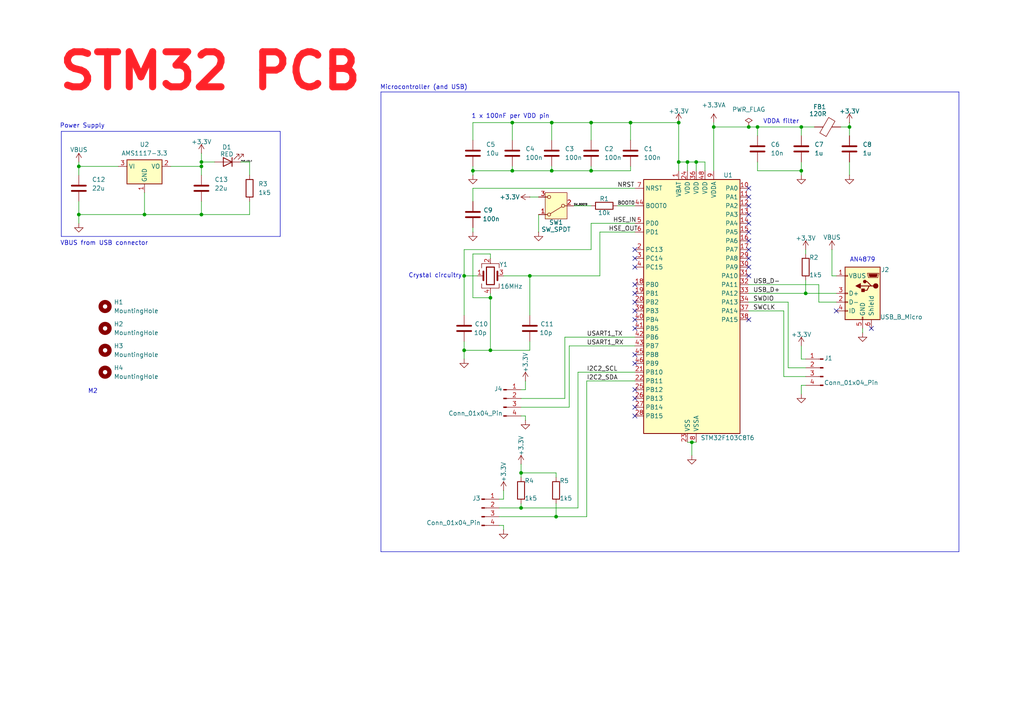
<source format=kicad_sch>
(kicad_sch
	(version 20231120)
	(generator "eeschema")
	(generator_version "8.0")
	(uuid "2a9d2e26-db6f-4c33-b13b-24ae9d515bf8")
	(paper "A4")
	(title_block
		(title "STM32 PCB")
		(date "2025-05-01")
		(rev "0.1")
		(company "Suchir")
	)
	(lib_symbols
		(symbol "Connector:Conn_01x04_Pin"
			(pin_names
				(offset 1.016) hide)
			(exclude_from_sim no)
			(in_bom yes)
			(on_board yes)
			(property "Reference" "J"
				(at 0 5.08 0)
				(effects
					(font
						(size 1.27 1.27)
					)
				)
			)
			(property "Value" "Conn_01x04_Pin"
				(at 0 -7.62 0)
				(effects
					(font
						(size 1.27 1.27)
					)
				)
			)
			(property "Footprint" ""
				(at 0 0 0)
				(effects
					(font
						(size 1.27 1.27)
					)
					(hide yes)
				)
			)
			(property "Datasheet" "~"
				(at 0 0 0)
				(effects
					(font
						(size 1.27 1.27)
					)
					(hide yes)
				)
			)
			(property "Description" "Generic connector, single row, 01x04, script generated"
				(at 0 0 0)
				(effects
					(font
						(size 1.27 1.27)
					)
					(hide yes)
				)
			)
			(property "ki_locked" ""
				(at 0 0 0)
				(effects
					(font
						(size 1.27 1.27)
					)
				)
			)
			(property "ki_keywords" "connector"
				(at 0 0 0)
				(effects
					(font
						(size 1.27 1.27)
					)
					(hide yes)
				)
			)
			(property "ki_fp_filters" "Connector*:*_1x??_*"
				(at 0 0 0)
				(effects
					(font
						(size 1.27 1.27)
					)
					(hide yes)
				)
			)
			(symbol "Conn_01x04_Pin_1_1"
				(polyline
					(pts
						(xy 1.27 -5.08) (xy 0.8636 -5.08)
					)
					(stroke
						(width 0.1524)
						(type default)
					)
					(fill
						(type none)
					)
				)
				(polyline
					(pts
						(xy 1.27 -2.54) (xy 0.8636 -2.54)
					)
					(stroke
						(width 0.1524)
						(type default)
					)
					(fill
						(type none)
					)
				)
				(polyline
					(pts
						(xy 1.27 0) (xy 0.8636 0)
					)
					(stroke
						(width 0.1524)
						(type default)
					)
					(fill
						(type none)
					)
				)
				(polyline
					(pts
						(xy 1.27 2.54) (xy 0.8636 2.54)
					)
					(stroke
						(width 0.1524)
						(type default)
					)
					(fill
						(type none)
					)
				)
				(rectangle
					(start 0.8636 -4.953)
					(end 0 -5.207)
					(stroke
						(width 0.1524)
						(type default)
					)
					(fill
						(type outline)
					)
				)
				(rectangle
					(start 0.8636 -2.413)
					(end 0 -2.667)
					(stroke
						(width 0.1524)
						(type default)
					)
					(fill
						(type outline)
					)
				)
				(rectangle
					(start 0.8636 0.127)
					(end 0 -0.127)
					(stroke
						(width 0.1524)
						(type default)
					)
					(fill
						(type outline)
					)
				)
				(rectangle
					(start 0.8636 2.667)
					(end 0 2.413)
					(stroke
						(width 0.1524)
						(type default)
					)
					(fill
						(type outline)
					)
				)
				(pin passive line
					(at 5.08 2.54 180)
					(length 3.81)
					(name "Pin_1"
						(effects
							(font
								(size 1.27 1.27)
							)
						)
					)
					(number "1"
						(effects
							(font
								(size 1.27 1.27)
							)
						)
					)
				)
				(pin passive line
					(at 5.08 0 180)
					(length 3.81)
					(name "Pin_2"
						(effects
							(font
								(size 1.27 1.27)
							)
						)
					)
					(number "2"
						(effects
							(font
								(size 1.27 1.27)
							)
						)
					)
				)
				(pin passive line
					(at 5.08 -2.54 180)
					(length 3.81)
					(name "Pin_3"
						(effects
							(font
								(size 1.27 1.27)
							)
						)
					)
					(number "3"
						(effects
							(font
								(size 1.27 1.27)
							)
						)
					)
				)
				(pin passive line
					(at 5.08 -5.08 180)
					(length 3.81)
					(name "Pin_4"
						(effects
							(font
								(size 1.27 1.27)
							)
						)
					)
					(number "4"
						(effects
							(font
								(size 1.27 1.27)
							)
						)
					)
				)
			)
		)
		(symbol "Connector:USB_B_Micro"
			(pin_names
				(offset 1.016)
			)
			(exclude_from_sim no)
			(in_bom yes)
			(on_board yes)
			(property "Reference" "J"
				(at -5.08 11.43 0)
				(effects
					(font
						(size 1.27 1.27)
					)
					(justify left)
				)
			)
			(property "Value" "USB_B_Micro"
				(at -5.08 8.89 0)
				(effects
					(font
						(size 1.27 1.27)
					)
					(justify left)
				)
			)
			(property "Footprint" ""
				(at 3.81 -1.27 0)
				(effects
					(font
						(size 1.27 1.27)
					)
					(hide yes)
				)
			)
			(property "Datasheet" "~"
				(at 3.81 -1.27 0)
				(effects
					(font
						(size 1.27 1.27)
					)
					(hide yes)
				)
			)
			(property "Description" "USB Micro Type B connector"
				(at 0 0 0)
				(effects
					(font
						(size 1.27 1.27)
					)
					(hide yes)
				)
			)
			(property "ki_keywords" "connector USB micro"
				(at 0 0 0)
				(effects
					(font
						(size 1.27 1.27)
					)
					(hide yes)
				)
			)
			(property "ki_fp_filters" "USB*"
				(at 0 0 0)
				(effects
					(font
						(size 1.27 1.27)
					)
					(hide yes)
				)
			)
			(symbol "USB_B_Micro_0_1"
				(rectangle
					(start -5.08 -7.62)
					(end 5.08 7.62)
					(stroke
						(width 0.254)
						(type default)
					)
					(fill
						(type background)
					)
				)
				(circle
					(center -3.81 2.159)
					(radius 0.635)
					(stroke
						(width 0.254)
						(type default)
					)
					(fill
						(type outline)
					)
				)
				(circle
					(center -0.635 3.429)
					(radius 0.381)
					(stroke
						(width 0.254)
						(type default)
					)
					(fill
						(type outline)
					)
				)
				(rectangle
					(start -0.127 -7.62)
					(end 0.127 -6.858)
					(stroke
						(width 0)
						(type default)
					)
					(fill
						(type none)
					)
				)
				(polyline
					(pts
						(xy -1.905 2.159) (xy 0.635 2.159)
					)
					(stroke
						(width 0.254)
						(type default)
					)
					(fill
						(type none)
					)
				)
				(polyline
					(pts
						(xy -3.175 2.159) (xy -2.54 2.159) (xy -1.27 3.429) (xy -0.635 3.429)
					)
					(stroke
						(width 0.254)
						(type default)
					)
					(fill
						(type none)
					)
				)
				(polyline
					(pts
						(xy -2.54 2.159) (xy -1.905 2.159) (xy -1.27 0.889) (xy 0 0.889)
					)
					(stroke
						(width 0.254)
						(type default)
					)
					(fill
						(type none)
					)
				)
				(polyline
					(pts
						(xy 0.635 2.794) (xy 0.635 1.524) (xy 1.905 2.159) (xy 0.635 2.794)
					)
					(stroke
						(width 0.254)
						(type default)
					)
					(fill
						(type outline)
					)
				)
				(polyline
					(pts
						(xy -4.318 5.588) (xy -1.778 5.588) (xy -2.032 4.826) (xy -4.064 4.826) (xy -4.318 5.588)
					)
					(stroke
						(width 0)
						(type default)
					)
					(fill
						(type outline)
					)
				)
				(polyline
					(pts
						(xy -4.699 5.842) (xy -4.699 5.588) (xy -4.445 4.826) (xy -4.445 4.572) (xy -1.651 4.572) (xy -1.651 4.826)
						(xy -1.397 5.588) (xy -1.397 5.842) (xy -4.699 5.842)
					)
					(stroke
						(width 0)
						(type default)
					)
					(fill
						(type none)
					)
				)
				(rectangle
					(start 0.254 1.27)
					(end -0.508 0.508)
					(stroke
						(width 0.254)
						(type default)
					)
					(fill
						(type outline)
					)
				)
				(rectangle
					(start 5.08 -5.207)
					(end 4.318 -4.953)
					(stroke
						(width 0)
						(type default)
					)
					(fill
						(type none)
					)
				)
				(rectangle
					(start 5.08 -2.667)
					(end 4.318 -2.413)
					(stroke
						(width 0)
						(type default)
					)
					(fill
						(type none)
					)
				)
				(rectangle
					(start 5.08 -0.127)
					(end 4.318 0.127)
					(stroke
						(width 0)
						(type default)
					)
					(fill
						(type none)
					)
				)
				(rectangle
					(start 5.08 4.953)
					(end 4.318 5.207)
					(stroke
						(width 0)
						(type default)
					)
					(fill
						(type none)
					)
				)
			)
			(symbol "USB_B_Micro_1_1"
				(pin power_out line
					(at 7.62 5.08 180)
					(length 2.54)
					(name "VBUS"
						(effects
							(font
								(size 1.27 1.27)
							)
						)
					)
					(number "1"
						(effects
							(font
								(size 1.27 1.27)
							)
						)
					)
				)
				(pin bidirectional line
					(at 7.62 -2.54 180)
					(length 2.54)
					(name "D-"
						(effects
							(font
								(size 1.27 1.27)
							)
						)
					)
					(number "2"
						(effects
							(font
								(size 1.27 1.27)
							)
						)
					)
				)
				(pin bidirectional line
					(at 7.62 0 180)
					(length 2.54)
					(name "D+"
						(effects
							(font
								(size 1.27 1.27)
							)
						)
					)
					(number "3"
						(effects
							(font
								(size 1.27 1.27)
							)
						)
					)
				)
				(pin passive line
					(at 7.62 -5.08 180)
					(length 2.54)
					(name "ID"
						(effects
							(font
								(size 1.27 1.27)
							)
						)
					)
					(number "4"
						(effects
							(font
								(size 1.27 1.27)
							)
						)
					)
				)
				(pin power_out line
					(at 0 -10.16 90)
					(length 2.54)
					(name "GND"
						(effects
							(font
								(size 1.27 1.27)
							)
						)
					)
					(number "5"
						(effects
							(font
								(size 1.27 1.27)
							)
						)
					)
				)
				(pin passive line
					(at -2.54 -10.16 90)
					(length 2.54)
					(name "Shield"
						(effects
							(font
								(size 1.27 1.27)
							)
						)
					)
					(number "6"
						(effects
							(font
								(size 1.27 1.27)
							)
						)
					)
				)
			)
		)
		(symbol "Device:C"
			(pin_numbers hide)
			(pin_names
				(offset 0.254)
			)
			(exclude_from_sim no)
			(in_bom yes)
			(on_board yes)
			(property "Reference" "C"
				(at 0.635 2.54 0)
				(effects
					(font
						(size 1.27 1.27)
					)
					(justify left)
				)
			)
			(property "Value" "C"
				(at 0.635 -2.54 0)
				(effects
					(font
						(size 1.27 1.27)
					)
					(justify left)
				)
			)
			(property "Footprint" ""
				(at 0.9652 -3.81 0)
				(effects
					(font
						(size 1.27 1.27)
					)
					(hide yes)
				)
			)
			(property "Datasheet" "~"
				(at 0 0 0)
				(effects
					(font
						(size 1.27 1.27)
					)
					(hide yes)
				)
			)
			(property "Description" "Unpolarized capacitor"
				(at 0 0 0)
				(effects
					(font
						(size 1.27 1.27)
					)
					(hide yes)
				)
			)
			(property "ki_keywords" "cap capacitor"
				(at 0 0 0)
				(effects
					(font
						(size 1.27 1.27)
					)
					(hide yes)
				)
			)
			(property "ki_fp_filters" "C_*"
				(at 0 0 0)
				(effects
					(font
						(size 1.27 1.27)
					)
					(hide yes)
				)
			)
			(symbol "C_0_1"
				(polyline
					(pts
						(xy -2.032 -0.762) (xy 2.032 -0.762)
					)
					(stroke
						(width 0.508)
						(type default)
					)
					(fill
						(type none)
					)
				)
				(polyline
					(pts
						(xy -2.032 0.762) (xy 2.032 0.762)
					)
					(stroke
						(width 0.508)
						(type default)
					)
					(fill
						(type none)
					)
				)
			)
			(symbol "C_1_1"
				(pin passive line
					(at 0 3.81 270)
					(length 2.794)
					(name "~"
						(effects
							(font
								(size 1.27 1.27)
							)
						)
					)
					(number "1"
						(effects
							(font
								(size 1.27 1.27)
							)
						)
					)
				)
				(pin passive line
					(at 0 -3.81 90)
					(length 2.794)
					(name "~"
						(effects
							(font
								(size 1.27 1.27)
							)
						)
					)
					(number "2"
						(effects
							(font
								(size 1.27 1.27)
							)
						)
					)
				)
			)
		)
		(symbol "Device:Crystal_GND24"
			(pin_names
				(offset 1.016) hide)
			(exclude_from_sim no)
			(in_bom yes)
			(on_board yes)
			(property "Reference" "Y"
				(at 3.175 5.08 0)
				(effects
					(font
						(size 1.27 1.27)
					)
					(justify left)
				)
			)
			(property "Value" "Crystal_GND24"
				(at 3.175 3.175 0)
				(effects
					(font
						(size 1.27 1.27)
					)
					(justify left)
				)
			)
			(property "Footprint" ""
				(at 0 0 0)
				(effects
					(font
						(size 1.27 1.27)
					)
					(hide yes)
				)
			)
			(property "Datasheet" "~"
				(at 0 0 0)
				(effects
					(font
						(size 1.27 1.27)
					)
					(hide yes)
				)
			)
			(property "Description" "Four pin crystal, GND on pins 2 and 4"
				(at 0 0 0)
				(effects
					(font
						(size 1.27 1.27)
					)
					(hide yes)
				)
			)
			(property "ki_keywords" "quartz ceramic resonator oscillator"
				(at 0 0 0)
				(effects
					(font
						(size 1.27 1.27)
					)
					(hide yes)
				)
			)
			(property "ki_fp_filters" "Crystal*"
				(at 0 0 0)
				(effects
					(font
						(size 1.27 1.27)
					)
					(hide yes)
				)
			)
			(symbol "Crystal_GND24_0_1"
				(rectangle
					(start -1.143 2.54)
					(end 1.143 -2.54)
					(stroke
						(width 0.3048)
						(type default)
					)
					(fill
						(type none)
					)
				)
				(polyline
					(pts
						(xy -2.54 0) (xy -2.032 0)
					)
					(stroke
						(width 0)
						(type default)
					)
					(fill
						(type none)
					)
				)
				(polyline
					(pts
						(xy -2.032 -1.27) (xy -2.032 1.27)
					)
					(stroke
						(width 0.508)
						(type default)
					)
					(fill
						(type none)
					)
				)
				(polyline
					(pts
						(xy 0 -3.81) (xy 0 -3.556)
					)
					(stroke
						(width 0)
						(type default)
					)
					(fill
						(type none)
					)
				)
				(polyline
					(pts
						(xy 0 3.556) (xy 0 3.81)
					)
					(stroke
						(width 0)
						(type default)
					)
					(fill
						(type none)
					)
				)
				(polyline
					(pts
						(xy 2.032 -1.27) (xy 2.032 1.27)
					)
					(stroke
						(width 0.508)
						(type default)
					)
					(fill
						(type none)
					)
				)
				(polyline
					(pts
						(xy 2.032 0) (xy 2.54 0)
					)
					(stroke
						(width 0)
						(type default)
					)
					(fill
						(type none)
					)
				)
				(polyline
					(pts
						(xy -2.54 -2.286) (xy -2.54 -3.556) (xy 2.54 -3.556) (xy 2.54 -2.286)
					)
					(stroke
						(width 0)
						(type default)
					)
					(fill
						(type none)
					)
				)
				(polyline
					(pts
						(xy -2.54 2.286) (xy -2.54 3.556) (xy 2.54 3.556) (xy 2.54 2.286)
					)
					(stroke
						(width 0)
						(type default)
					)
					(fill
						(type none)
					)
				)
			)
			(symbol "Crystal_GND24_1_1"
				(pin passive line
					(at -3.81 0 0)
					(length 1.27)
					(name "1"
						(effects
							(font
								(size 1.27 1.27)
							)
						)
					)
					(number "1"
						(effects
							(font
								(size 1.27 1.27)
							)
						)
					)
				)
				(pin passive line
					(at 0 5.08 270)
					(length 1.27)
					(name "2"
						(effects
							(font
								(size 1.27 1.27)
							)
						)
					)
					(number "2"
						(effects
							(font
								(size 1.27 1.27)
							)
						)
					)
				)
				(pin passive line
					(at 3.81 0 180)
					(length 1.27)
					(name "3"
						(effects
							(font
								(size 1.27 1.27)
							)
						)
					)
					(number "3"
						(effects
							(font
								(size 1.27 1.27)
							)
						)
					)
				)
				(pin passive line
					(at 0 -5.08 90)
					(length 1.27)
					(name "4"
						(effects
							(font
								(size 1.27 1.27)
							)
						)
					)
					(number "4"
						(effects
							(font
								(size 1.27 1.27)
							)
						)
					)
				)
			)
		)
		(symbol "Device:FerriteBead"
			(pin_numbers hide)
			(pin_names
				(offset 0)
			)
			(exclude_from_sim no)
			(in_bom yes)
			(on_board yes)
			(property "Reference" "FB"
				(at -3.81 0.635 90)
				(effects
					(font
						(size 1.27 1.27)
					)
				)
			)
			(property "Value" "FerriteBead"
				(at 3.81 0 90)
				(effects
					(font
						(size 1.27 1.27)
					)
				)
			)
			(property "Footprint" ""
				(at -1.778 0 90)
				(effects
					(font
						(size 1.27 1.27)
					)
					(hide yes)
				)
			)
			(property "Datasheet" "~"
				(at 0 0 0)
				(effects
					(font
						(size 1.27 1.27)
					)
					(hide yes)
				)
			)
			(property "Description" "Ferrite bead"
				(at 0 0 0)
				(effects
					(font
						(size 1.27 1.27)
					)
					(hide yes)
				)
			)
			(property "ki_keywords" "L ferrite bead inductor filter"
				(at 0 0 0)
				(effects
					(font
						(size 1.27 1.27)
					)
					(hide yes)
				)
			)
			(property "ki_fp_filters" "Inductor_* L_* *Ferrite*"
				(at 0 0 0)
				(effects
					(font
						(size 1.27 1.27)
					)
					(hide yes)
				)
			)
			(symbol "FerriteBead_0_1"
				(polyline
					(pts
						(xy 0 -1.27) (xy 0 -1.2192)
					)
					(stroke
						(width 0)
						(type default)
					)
					(fill
						(type none)
					)
				)
				(polyline
					(pts
						(xy 0 1.27) (xy 0 1.2954)
					)
					(stroke
						(width 0)
						(type default)
					)
					(fill
						(type none)
					)
				)
				(polyline
					(pts
						(xy -2.7686 0.4064) (xy -1.7018 2.2606) (xy 2.7686 -0.3048) (xy 1.6764 -2.159) (xy -2.7686 0.4064)
					)
					(stroke
						(width 0)
						(type default)
					)
					(fill
						(type none)
					)
				)
			)
			(symbol "FerriteBead_1_1"
				(pin passive line
					(at 0 3.81 270)
					(length 2.54)
					(name "~"
						(effects
							(font
								(size 1.27 1.27)
							)
						)
					)
					(number "1"
						(effects
							(font
								(size 1.27 1.27)
							)
						)
					)
				)
				(pin passive line
					(at 0 -3.81 90)
					(length 2.54)
					(name "~"
						(effects
							(font
								(size 1.27 1.27)
							)
						)
					)
					(number "2"
						(effects
							(font
								(size 1.27 1.27)
							)
						)
					)
				)
			)
		)
		(symbol "Device:LED"
			(pin_numbers hide)
			(pin_names
				(offset 1.016) hide)
			(exclude_from_sim no)
			(in_bom yes)
			(on_board yes)
			(property "Reference" "D"
				(at 0 2.54 0)
				(effects
					(font
						(size 1.27 1.27)
					)
				)
			)
			(property "Value" "LED"
				(at 0 -2.54 0)
				(effects
					(font
						(size 1.27 1.27)
					)
				)
			)
			(property "Footprint" ""
				(at 0 0 0)
				(effects
					(font
						(size 1.27 1.27)
					)
					(hide yes)
				)
			)
			(property "Datasheet" "~"
				(at 0 0 0)
				(effects
					(font
						(size 1.27 1.27)
					)
					(hide yes)
				)
			)
			(property "Description" "Light emitting diode"
				(at 0 0 0)
				(effects
					(font
						(size 1.27 1.27)
					)
					(hide yes)
				)
			)
			(property "ki_keywords" "LED diode"
				(at 0 0 0)
				(effects
					(font
						(size 1.27 1.27)
					)
					(hide yes)
				)
			)
			(property "ki_fp_filters" "LED* LED_SMD:* LED_THT:*"
				(at 0 0 0)
				(effects
					(font
						(size 1.27 1.27)
					)
					(hide yes)
				)
			)
			(symbol "LED_0_1"
				(polyline
					(pts
						(xy -1.27 -1.27) (xy -1.27 1.27)
					)
					(stroke
						(width 0.254)
						(type default)
					)
					(fill
						(type none)
					)
				)
				(polyline
					(pts
						(xy -1.27 0) (xy 1.27 0)
					)
					(stroke
						(width 0)
						(type default)
					)
					(fill
						(type none)
					)
				)
				(polyline
					(pts
						(xy 1.27 -1.27) (xy 1.27 1.27) (xy -1.27 0) (xy 1.27 -1.27)
					)
					(stroke
						(width 0.254)
						(type default)
					)
					(fill
						(type none)
					)
				)
				(polyline
					(pts
						(xy -3.048 -0.762) (xy -4.572 -2.286) (xy -3.81 -2.286) (xy -4.572 -2.286) (xy -4.572 -1.524)
					)
					(stroke
						(width 0)
						(type default)
					)
					(fill
						(type none)
					)
				)
				(polyline
					(pts
						(xy -1.778 -0.762) (xy -3.302 -2.286) (xy -2.54 -2.286) (xy -3.302 -2.286) (xy -3.302 -1.524)
					)
					(stroke
						(width 0)
						(type default)
					)
					(fill
						(type none)
					)
				)
			)
			(symbol "LED_1_1"
				(pin passive line
					(at -3.81 0 0)
					(length 2.54)
					(name "K"
						(effects
							(font
								(size 1.27 1.27)
							)
						)
					)
					(number "1"
						(effects
							(font
								(size 1.27 1.27)
							)
						)
					)
				)
				(pin passive line
					(at 3.81 0 180)
					(length 2.54)
					(name "A"
						(effects
							(font
								(size 1.27 1.27)
							)
						)
					)
					(number "2"
						(effects
							(font
								(size 1.27 1.27)
							)
						)
					)
				)
			)
		)
		(symbol "Device:R"
			(pin_numbers hide)
			(pin_names
				(offset 0)
			)
			(exclude_from_sim no)
			(in_bom yes)
			(on_board yes)
			(property "Reference" "R"
				(at 2.032 0 90)
				(effects
					(font
						(size 1.27 1.27)
					)
				)
			)
			(property "Value" "R"
				(at 0 0 90)
				(effects
					(font
						(size 1.27 1.27)
					)
				)
			)
			(property "Footprint" ""
				(at -1.778 0 90)
				(effects
					(font
						(size 1.27 1.27)
					)
					(hide yes)
				)
			)
			(property "Datasheet" "~"
				(at 0 0 0)
				(effects
					(font
						(size 1.27 1.27)
					)
					(hide yes)
				)
			)
			(property "Description" "Resistor"
				(at 0 0 0)
				(effects
					(font
						(size 1.27 1.27)
					)
					(hide yes)
				)
			)
			(property "ki_keywords" "R res resistor"
				(at 0 0 0)
				(effects
					(font
						(size 1.27 1.27)
					)
					(hide yes)
				)
			)
			(property "ki_fp_filters" "R_*"
				(at 0 0 0)
				(effects
					(font
						(size 1.27 1.27)
					)
					(hide yes)
				)
			)
			(symbol "R_0_1"
				(rectangle
					(start -1.016 -2.54)
					(end 1.016 2.54)
					(stroke
						(width 0.254)
						(type default)
					)
					(fill
						(type none)
					)
				)
			)
			(symbol "R_1_1"
				(pin passive line
					(at 0 3.81 270)
					(length 1.27)
					(name "~"
						(effects
							(font
								(size 1.27 1.27)
							)
						)
					)
					(number "1"
						(effects
							(font
								(size 1.27 1.27)
							)
						)
					)
				)
				(pin passive line
					(at 0 -3.81 90)
					(length 1.27)
					(name "~"
						(effects
							(font
								(size 1.27 1.27)
							)
						)
					)
					(number "2"
						(effects
							(font
								(size 1.27 1.27)
							)
						)
					)
				)
			)
		)
		(symbol "MCU_ST_STM32F1:STM32F103C8Tx"
			(exclude_from_sim no)
			(in_bom yes)
			(on_board yes)
			(property "Reference" "U"
				(at -12.7 39.37 0)
				(effects
					(font
						(size 1.27 1.27)
					)
					(justify left)
				)
			)
			(property "Value" "STM32F103C8Tx"
				(at 10.16 39.37 0)
				(effects
					(font
						(size 1.27 1.27)
					)
					(justify left)
				)
			)
			(property "Footprint" "Package_QFP:LQFP-48_7x7mm_P0.5mm"
				(at -12.7 -35.56 0)
				(effects
					(font
						(size 1.27 1.27)
					)
					(justify right)
					(hide yes)
				)
			)
			(property "Datasheet" "https://www.st.com/resource/en/datasheet/stm32f103c8.pdf"
				(at 0 0 0)
				(effects
					(font
						(size 1.27 1.27)
					)
					(hide yes)
				)
			)
			(property "Description" "STMicroelectronics Arm Cortex-M3 MCU, 64KB flash, 20KB RAM, 72 MHz, 2.0-3.6V, 37 GPIO, LQFP48"
				(at 0 0 0)
				(effects
					(font
						(size 1.27 1.27)
					)
					(hide yes)
				)
			)
			(property "ki_locked" ""
				(at 0 0 0)
				(effects
					(font
						(size 1.27 1.27)
					)
				)
			)
			(property "ki_keywords" "Arm Cortex-M3 STM32F1 STM32F103"
				(at 0 0 0)
				(effects
					(font
						(size 1.27 1.27)
					)
					(hide yes)
				)
			)
			(property "ki_fp_filters" "LQFP*7x7mm*P0.5mm*"
				(at 0 0 0)
				(effects
					(font
						(size 1.27 1.27)
					)
					(hide yes)
				)
			)
			(symbol "STM32F103C8Tx_0_1"
				(rectangle
					(start -12.7 -35.56)
					(end 15.24 38.1)
					(stroke
						(width 0.254)
						(type default)
					)
					(fill
						(type background)
					)
				)
			)
			(symbol "STM32F103C8Tx_1_1"
				(pin power_in line
					(at -2.54 40.64 270)
					(length 2.54)
					(name "VBAT"
						(effects
							(font
								(size 1.27 1.27)
							)
						)
					)
					(number "1"
						(effects
							(font
								(size 1.27 1.27)
							)
						)
					)
				)
				(pin bidirectional line
					(at 17.78 35.56 180)
					(length 2.54)
					(name "PA0"
						(effects
							(font
								(size 1.27 1.27)
							)
						)
					)
					(number "10"
						(effects
							(font
								(size 1.27 1.27)
							)
						)
					)
					(alternate "ADC1_IN0" bidirectional line)
					(alternate "ADC2_IN0" bidirectional line)
					(alternate "SYS_WKUP" bidirectional line)
					(alternate "TIM2_CH1" bidirectional line)
					(alternate "TIM2_ETR" bidirectional line)
					(alternate "USART2_CTS" bidirectional line)
				)
				(pin bidirectional line
					(at 17.78 33.02 180)
					(length 2.54)
					(name "PA1"
						(effects
							(font
								(size 1.27 1.27)
							)
						)
					)
					(number "11"
						(effects
							(font
								(size 1.27 1.27)
							)
						)
					)
					(alternate "ADC1_IN1" bidirectional line)
					(alternate "ADC2_IN1" bidirectional line)
					(alternate "TIM2_CH2" bidirectional line)
					(alternate "USART2_RTS" bidirectional line)
				)
				(pin bidirectional line
					(at 17.78 30.48 180)
					(length 2.54)
					(name "PA2"
						(effects
							(font
								(size 1.27 1.27)
							)
						)
					)
					(number "12"
						(effects
							(font
								(size 1.27 1.27)
							)
						)
					)
					(alternate "ADC1_IN2" bidirectional line)
					(alternate "ADC2_IN2" bidirectional line)
					(alternate "TIM2_CH3" bidirectional line)
					(alternate "USART2_TX" bidirectional line)
				)
				(pin bidirectional line
					(at 17.78 27.94 180)
					(length 2.54)
					(name "PA3"
						(effects
							(font
								(size 1.27 1.27)
							)
						)
					)
					(number "13"
						(effects
							(font
								(size 1.27 1.27)
							)
						)
					)
					(alternate "ADC1_IN3" bidirectional line)
					(alternate "ADC2_IN3" bidirectional line)
					(alternate "TIM2_CH4" bidirectional line)
					(alternate "USART2_RX" bidirectional line)
				)
				(pin bidirectional line
					(at 17.78 25.4 180)
					(length 2.54)
					(name "PA4"
						(effects
							(font
								(size 1.27 1.27)
							)
						)
					)
					(number "14"
						(effects
							(font
								(size 1.27 1.27)
							)
						)
					)
					(alternate "ADC1_IN4" bidirectional line)
					(alternate "ADC2_IN4" bidirectional line)
					(alternate "SPI1_NSS" bidirectional line)
					(alternate "USART2_CK" bidirectional line)
				)
				(pin bidirectional line
					(at 17.78 22.86 180)
					(length 2.54)
					(name "PA5"
						(effects
							(font
								(size 1.27 1.27)
							)
						)
					)
					(number "15"
						(effects
							(font
								(size 1.27 1.27)
							)
						)
					)
					(alternate "ADC1_IN5" bidirectional line)
					(alternate "ADC2_IN5" bidirectional line)
					(alternate "SPI1_SCK" bidirectional line)
				)
				(pin bidirectional line
					(at 17.78 20.32 180)
					(length 2.54)
					(name "PA6"
						(effects
							(font
								(size 1.27 1.27)
							)
						)
					)
					(number "16"
						(effects
							(font
								(size 1.27 1.27)
							)
						)
					)
					(alternate "ADC1_IN6" bidirectional line)
					(alternate "ADC2_IN6" bidirectional line)
					(alternate "SPI1_MISO" bidirectional line)
					(alternate "TIM1_BKIN" bidirectional line)
					(alternate "TIM3_CH1" bidirectional line)
				)
				(pin bidirectional line
					(at 17.78 17.78 180)
					(length 2.54)
					(name "PA7"
						(effects
							(font
								(size 1.27 1.27)
							)
						)
					)
					(number "17"
						(effects
							(font
								(size 1.27 1.27)
							)
						)
					)
					(alternate "ADC1_IN7" bidirectional line)
					(alternate "ADC2_IN7" bidirectional line)
					(alternate "SPI1_MOSI" bidirectional line)
					(alternate "TIM1_CH1N" bidirectional line)
					(alternate "TIM3_CH2" bidirectional line)
				)
				(pin bidirectional line
					(at -15.24 7.62 0)
					(length 2.54)
					(name "PB0"
						(effects
							(font
								(size 1.27 1.27)
							)
						)
					)
					(number "18"
						(effects
							(font
								(size 1.27 1.27)
							)
						)
					)
					(alternate "ADC1_IN8" bidirectional line)
					(alternate "ADC2_IN8" bidirectional line)
					(alternate "TIM1_CH2N" bidirectional line)
					(alternate "TIM3_CH3" bidirectional line)
				)
				(pin bidirectional line
					(at -15.24 5.08 0)
					(length 2.54)
					(name "PB1"
						(effects
							(font
								(size 1.27 1.27)
							)
						)
					)
					(number "19"
						(effects
							(font
								(size 1.27 1.27)
							)
						)
					)
					(alternate "ADC1_IN9" bidirectional line)
					(alternate "ADC2_IN9" bidirectional line)
					(alternate "TIM1_CH3N" bidirectional line)
					(alternate "TIM3_CH4" bidirectional line)
				)
				(pin bidirectional line
					(at -15.24 17.78 0)
					(length 2.54)
					(name "PC13"
						(effects
							(font
								(size 1.27 1.27)
							)
						)
					)
					(number "2"
						(effects
							(font
								(size 1.27 1.27)
							)
						)
					)
					(alternate "RTC_OUT" bidirectional line)
					(alternate "RTC_TAMPER" bidirectional line)
				)
				(pin bidirectional line
					(at -15.24 2.54 0)
					(length 2.54)
					(name "PB2"
						(effects
							(font
								(size 1.27 1.27)
							)
						)
					)
					(number "20"
						(effects
							(font
								(size 1.27 1.27)
							)
						)
					)
				)
				(pin bidirectional line
					(at -15.24 -17.78 0)
					(length 2.54)
					(name "PB10"
						(effects
							(font
								(size 1.27 1.27)
							)
						)
					)
					(number "21"
						(effects
							(font
								(size 1.27 1.27)
							)
						)
					)
					(alternate "I2C2_SCL" bidirectional line)
					(alternate "TIM2_CH3" bidirectional line)
					(alternate "USART3_TX" bidirectional line)
				)
				(pin bidirectional line
					(at -15.24 -20.32 0)
					(length 2.54)
					(name "PB11"
						(effects
							(font
								(size 1.27 1.27)
							)
						)
					)
					(number "22"
						(effects
							(font
								(size 1.27 1.27)
							)
						)
					)
					(alternate "ADC1_EXTI11" bidirectional line)
					(alternate "ADC2_EXTI11" bidirectional line)
					(alternate "I2C2_SDA" bidirectional line)
					(alternate "TIM2_CH4" bidirectional line)
					(alternate "USART3_RX" bidirectional line)
				)
				(pin power_in line
					(at 0 -38.1 90)
					(length 2.54)
					(name "VSS"
						(effects
							(font
								(size 1.27 1.27)
							)
						)
					)
					(number "23"
						(effects
							(font
								(size 1.27 1.27)
							)
						)
					)
				)
				(pin power_in line
					(at 0 40.64 270)
					(length 2.54)
					(name "VDD"
						(effects
							(font
								(size 1.27 1.27)
							)
						)
					)
					(number "24"
						(effects
							(font
								(size 1.27 1.27)
							)
						)
					)
				)
				(pin bidirectional line
					(at -15.24 -22.86 0)
					(length 2.54)
					(name "PB12"
						(effects
							(font
								(size 1.27 1.27)
							)
						)
					)
					(number "25"
						(effects
							(font
								(size 1.27 1.27)
							)
						)
					)
					(alternate "I2C2_SMBA" bidirectional line)
					(alternate "SPI2_NSS" bidirectional line)
					(alternate "TIM1_BKIN" bidirectional line)
					(alternate "USART3_CK" bidirectional line)
				)
				(pin bidirectional line
					(at -15.24 -25.4 0)
					(length 2.54)
					(name "PB13"
						(effects
							(font
								(size 1.27 1.27)
							)
						)
					)
					(number "26"
						(effects
							(font
								(size 1.27 1.27)
							)
						)
					)
					(alternate "SPI2_SCK" bidirectional line)
					(alternate "TIM1_CH1N" bidirectional line)
					(alternate "USART3_CTS" bidirectional line)
				)
				(pin bidirectional line
					(at -15.24 -27.94 0)
					(length 2.54)
					(name "PB14"
						(effects
							(font
								(size 1.27 1.27)
							)
						)
					)
					(number "27"
						(effects
							(font
								(size 1.27 1.27)
							)
						)
					)
					(alternate "SPI2_MISO" bidirectional line)
					(alternate "TIM1_CH2N" bidirectional line)
					(alternate "USART3_RTS" bidirectional line)
				)
				(pin bidirectional line
					(at -15.24 -30.48 0)
					(length 2.54)
					(name "PB15"
						(effects
							(font
								(size 1.27 1.27)
							)
						)
					)
					(number "28"
						(effects
							(font
								(size 1.27 1.27)
							)
						)
					)
					(alternate "ADC1_EXTI15" bidirectional line)
					(alternate "ADC2_EXTI15" bidirectional line)
					(alternate "SPI2_MOSI" bidirectional line)
					(alternate "TIM1_CH3N" bidirectional line)
				)
				(pin bidirectional line
					(at 17.78 15.24 180)
					(length 2.54)
					(name "PA8"
						(effects
							(font
								(size 1.27 1.27)
							)
						)
					)
					(number "29"
						(effects
							(font
								(size 1.27 1.27)
							)
						)
					)
					(alternate "RCC_MCO" bidirectional line)
					(alternate "TIM1_CH1" bidirectional line)
					(alternate "USART1_CK" bidirectional line)
				)
				(pin bidirectional line
					(at -15.24 15.24 0)
					(length 2.54)
					(name "PC14"
						(effects
							(font
								(size 1.27 1.27)
							)
						)
					)
					(number "3"
						(effects
							(font
								(size 1.27 1.27)
							)
						)
					)
					(alternate "RCC_OSC32_IN" bidirectional line)
				)
				(pin bidirectional line
					(at 17.78 12.7 180)
					(length 2.54)
					(name "PA9"
						(effects
							(font
								(size 1.27 1.27)
							)
						)
					)
					(number "30"
						(effects
							(font
								(size 1.27 1.27)
							)
						)
					)
					(alternate "TIM1_CH2" bidirectional line)
					(alternate "USART1_TX" bidirectional line)
				)
				(pin bidirectional line
					(at 17.78 10.16 180)
					(length 2.54)
					(name "PA10"
						(effects
							(font
								(size 1.27 1.27)
							)
						)
					)
					(number "31"
						(effects
							(font
								(size 1.27 1.27)
							)
						)
					)
					(alternate "TIM1_CH3" bidirectional line)
					(alternate "USART1_RX" bidirectional line)
				)
				(pin bidirectional line
					(at 17.78 7.62 180)
					(length 2.54)
					(name "PA11"
						(effects
							(font
								(size 1.27 1.27)
							)
						)
					)
					(number "32"
						(effects
							(font
								(size 1.27 1.27)
							)
						)
					)
					(alternate "ADC1_EXTI11" bidirectional line)
					(alternate "ADC2_EXTI11" bidirectional line)
					(alternate "CAN_RX" bidirectional line)
					(alternate "TIM1_CH4" bidirectional line)
					(alternate "USART1_CTS" bidirectional line)
					(alternate "USB_DM" bidirectional line)
				)
				(pin bidirectional line
					(at 17.78 5.08 180)
					(length 2.54)
					(name "PA12"
						(effects
							(font
								(size 1.27 1.27)
							)
						)
					)
					(number "33"
						(effects
							(font
								(size 1.27 1.27)
							)
						)
					)
					(alternate "CAN_TX" bidirectional line)
					(alternate "TIM1_ETR" bidirectional line)
					(alternate "USART1_RTS" bidirectional line)
					(alternate "USB_DP" bidirectional line)
				)
				(pin bidirectional line
					(at 17.78 2.54 180)
					(length 2.54)
					(name "PA13"
						(effects
							(font
								(size 1.27 1.27)
							)
						)
					)
					(number "34"
						(effects
							(font
								(size 1.27 1.27)
							)
						)
					)
					(alternate "SYS_JTMS-SWDIO" bidirectional line)
				)
				(pin passive line
					(at 0 -38.1 90)
					(length 2.54) hide
					(name "VSS"
						(effects
							(font
								(size 1.27 1.27)
							)
						)
					)
					(number "35"
						(effects
							(font
								(size 1.27 1.27)
							)
						)
					)
				)
				(pin power_in line
					(at 2.54 40.64 270)
					(length 2.54)
					(name "VDD"
						(effects
							(font
								(size 1.27 1.27)
							)
						)
					)
					(number "36"
						(effects
							(font
								(size 1.27 1.27)
							)
						)
					)
				)
				(pin bidirectional line
					(at 17.78 0 180)
					(length 2.54)
					(name "PA14"
						(effects
							(font
								(size 1.27 1.27)
							)
						)
					)
					(number "37"
						(effects
							(font
								(size 1.27 1.27)
							)
						)
					)
					(alternate "SYS_JTCK-SWCLK" bidirectional line)
				)
				(pin bidirectional line
					(at 17.78 -2.54 180)
					(length 2.54)
					(name "PA15"
						(effects
							(font
								(size 1.27 1.27)
							)
						)
					)
					(number "38"
						(effects
							(font
								(size 1.27 1.27)
							)
						)
					)
					(alternate "ADC1_EXTI15" bidirectional line)
					(alternate "ADC2_EXTI15" bidirectional line)
					(alternate "SPI1_NSS" bidirectional line)
					(alternate "SYS_JTDI" bidirectional line)
					(alternate "TIM2_CH1" bidirectional line)
					(alternate "TIM2_ETR" bidirectional line)
				)
				(pin bidirectional line
					(at -15.24 0 0)
					(length 2.54)
					(name "PB3"
						(effects
							(font
								(size 1.27 1.27)
							)
						)
					)
					(number "39"
						(effects
							(font
								(size 1.27 1.27)
							)
						)
					)
					(alternate "SPI1_SCK" bidirectional line)
					(alternate "SYS_JTDO-TRACESWO" bidirectional line)
					(alternate "TIM2_CH2" bidirectional line)
				)
				(pin bidirectional line
					(at -15.24 12.7 0)
					(length 2.54)
					(name "PC15"
						(effects
							(font
								(size 1.27 1.27)
							)
						)
					)
					(number "4"
						(effects
							(font
								(size 1.27 1.27)
							)
						)
					)
					(alternate "ADC1_EXTI15" bidirectional line)
					(alternate "ADC2_EXTI15" bidirectional line)
					(alternate "RCC_OSC32_OUT" bidirectional line)
				)
				(pin bidirectional line
					(at -15.24 -2.54 0)
					(length 2.54)
					(name "PB4"
						(effects
							(font
								(size 1.27 1.27)
							)
						)
					)
					(number "40"
						(effects
							(font
								(size 1.27 1.27)
							)
						)
					)
					(alternate "SPI1_MISO" bidirectional line)
					(alternate "SYS_NJTRST" bidirectional line)
					(alternate "TIM3_CH1" bidirectional line)
				)
				(pin bidirectional line
					(at -15.24 -5.08 0)
					(length 2.54)
					(name "PB5"
						(effects
							(font
								(size 1.27 1.27)
							)
						)
					)
					(number "41"
						(effects
							(font
								(size 1.27 1.27)
							)
						)
					)
					(alternate "I2C1_SMBA" bidirectional line)
					(alternate "SPI1_MOSI" bidirectional line)
					(alternate "TIM3_CH2" bidirectional line)
				)
				(pin bidirectional line
					(at -15.24 -7.62 0)
					(length 2.54)
					(name "PB6"
						(effects
							(font
								(size 1.27 1.27)
							)
						)
					)
					(number "42"
						(effects
							(font
								(size 1.27 1.27)
							)
						)
					)
					(alternate "I2C1_SCL" bidirectional line)
					(alternate "TIM4_CH1" bidirectional line)
					(alternate "USART1_TX" bidirectional line)
				)
				(pin bidirectional line
					(at -15.24 -10.16 0)
					(length 2.54)
					(name "PB7"
						(effects
							(font
								(size 1.27 1.27)
							)
						)
					)
					(number "43"
						(effects
							(font
								(size 1.27 1.27)
							)
						)
					)
					(alternate "I2C1_SDA" bidirectional line)
					(alternate "TIM4_CH2" bidirectional line)
					(alternate "USART1_RX" bidirectional line)
				)
				(pin input line
					(at -15.24 30.48 0)
					(length 2.54)
					(name "BOOT0"
						(effects
							(font
								(size 1.27 1.27)
							)
						)
					)
					(number "44"
						(effects
							(font
								(size 1.27 1.27)
							)
						)
					)
				)
				(pin bidirectional line
					(at -15.24 -12.7 0)
					(length 2.54)
					(name "PB8"
						(effects
							(font
								(size 1.27 1.27)
							)
						)
					)
					(number "45"
						(effects
							(font
								(size 1.27 1.27)
							)
						)
					)
					(alternate "CAN_RX" bidirectional line)
					(alternate "I2C1_SCL" bidirectional line)
					(alternate "TIM4_CH3" bidirectional line)
				)
				(pin bidirectional line
					(at -15.24 -15.24 0)
					(length 2.54)
					(name "PB9"
						(effects
							(font
								(size 1.27 1.27)
							)
						)
					)
					(number "46"
						(effects
							(font
								(size 1.27 1.27)
							)
						)
					)
					(alternate "CAN_TX" bidirectional line)
					(alternate "I2C1_SDA" bidirectional line)
					(alternate "TIM4_CH4" bidirectional line)
				)
				(pin passive line
					(at 0 -38.1 90)
					(length 2.54) hide
					(name "VSS"
						(effects
							(font
								(size 1.27 1.27)
							)
						)
					)
					(number "47"
						(effects
							(font
								(size 1.27 1.27)
							)
						)
					)
				)
				(pin power_in line
					(at 5.08 40.64 270)
					(length 2.54)
					(name "VDD"
						(effects
							(font
								(size 1.27 1.27)
							)
						)
					)
					(number "48"
						(effects
							(font
								(size 1.27 1.27)
							)
						)
					)
				)
				(pin bidirectional line
					(at -15.24 25.4 0)
					(length 2.54)
					(name "PD0"
						(effects
							(font
								(size 1.27 1.27)
							)
						)
					)
					(number "5"
						(effects
							(font
								(size 1.27 1.27)
							)
						)
					)
					(alternate "RCC_OSC_IN" bidirectional line)
				)
				(pin bidirectional line
					(at -15.24 22.86 0)
					(length 2.54)
					(name "PD1"
						(effects
							(font
								(size 1.27 1.27)
							)
						)
					)
					(number "6"
						(effects
							(font
								(size 1.27 1.27)
							)
						)
					)
					(alternate "RCC_OSC_OUT" bidirectional line)
				)
				(pin input line
					(at -15.24 35.56 0)
					(length 2.54)
					(name "NRST"
						(effects
							(font
								(size 1.27 1.27)
							)
						)
					)
					(number "7"
						(effects
							(font
								(size 1.27 1.27)
							)
						)
					)
				)
				(pin power_in line
					(at 2.54 -38.1 90)
					(length 2.54)
					(name "VSSA"
						(effects
							(font
								(size 1.27 1.27)
							)
						)
					)
					(number "8"
						(effects
							(font
								(size 1.27 1.27)
							)
						)
					)
				)
				(pin power_in line
					(at 7.62 40.64 270)
					(length 2.54)
					(name "VDDA"
						(effects
							(font
								(size 1.27 1.27)
							)
						)
					)
					(number "9"
						(effects
							(font
								(size 1.27 1.27)
							)
						)
					)
				)
			)
		)
		(symbol "Mechanical:MountingHole"
			(pin_names
				(offset 1.016)
			)
			(exclude_from_sim yes)
			(in_bom no)
			(on_board yes)
			(property "Reference" "H"
				(at 0 5.08 0)
				(effects
					(font
						(size 1.27 1.27)
					)
				)
			)
			(property "Value" "MountingHole"
				(at 0 3.175 0)
				(effects
					(font
						(size 1.27 1.27)
					)
				)
			)
			(property "Footprint" ""
				(at 0 0 0)
				(effects
					(font
						(size 1.27 1.27)
					)
					(hide yes)
				)
			)
			(property "Datasheet" "~"
				(at 0 0 0)
				(effects
					(font
						(size 1.27 1.27)
					)
					(hide yes)
				)
			)
			(property "Description" "Mounting Hole without connection"
				(at 0 0 0)
				(effects
					(font
						(size 1.27 1.27)
					)
					(hide yes)
				)
			)
			(property "ki_keywords" "mounting hole"
				(at 0 0 0)
				(effects
					(font
						(size 1.27 1.27)
					)
					(hide yes)
				)
			)
			(property "ki_fp_filters" "MountingHole*"
				(at 0 0 0)
				(effects
					(font
						(size 1.27 1.27)
					)
					(hide yes)
				)
			)
			(symbol "MountingHole_0_1"
				(circle
					(center 0 0)
					(radius 1.27)
					(stroke
						(width 1.27)
						(type default)
					)
					(fill
						(type none)
					)
				)
			)
		)
		(symbol "Regulator_Linear:AMS1117-3.3"
			(exclude_from_sim no)
			(in_bom yes)
			(on_board yes)
			(property "Reference" "U"
				(at -3.81 3.175 0)
				(effects
					(font
						(size 1.27 1.27)
					)
				)
			)
			(property "Value" "AMS1117-3.3"
				(at 0 3.175 0)
				(effects
					(font
						(size 1.27 1.27)
					)
					(justify left)
				)
			)
			(property "Footprint" "Package_TO_SOT_SMD:SOT-223-3_TabPin2"
				(at 0 5.08 0)
				(effects
					(font
						(size 1.27 1.27)
					)
					(hide yes)
				)
			)
			(property "Datasheet" "http://www.advanced-monolithic.com/pdf/ds1117.pdf"
				(at 2.54 -6.35 0)
				(effects
					(font
						(size 1.27 1.27)
					)
					(hide yes)
				)
			)
			(property "Description" "1A Low Dropout regulator, positive, 3.3V fixed output, SOT-223"
				(at 0 0 0)
				(effects
					(font
						(size 1.27 1.27)
					)
					(hide yes)
				)
			)
			(property "ki_keywords" "linear regulator ldo fixed positive"
				(at 0 0 0)
				(effects
					(font
						(size 1.27 1.27)
					)
					(hide yes)
				)
			)
			(property "ki_fp_filters" "SOT?223*TabPin2*"
				(at 0 0 0)
				(effects
					(font
						(size 1.27 1.27)
					)
					(hide yes)
				)
			)
			(symbol "AMS1117-3.3_0_1"
				(rectangle
					(start -5.08 -5.08)
					(end 5.08 1.905)
					(stroke
						(width 0.254)
						(type default)
					)
					(fill
						(type background)
					)
				)
			)
			(symbol "AMS1117-3.3_1_1"
				(pin power_in line
					(at 0 -7.62 90)
					(length 2.54)
					(name "GND"
						(effects
							(font
								(size 1.27 1.27)
							)
						)
					)
					(number "1"
						(effects
							(font
								(size 1.27 1.27)
							)
						)
					)
				)
				(pin power_out line
					(at 7.62 0 180)
					(length 2.54)
					(name "VO"
						(effects
							(font
								(size 1.27 1.27)
							)
						)
					)
					(number "2"
						(effects
							(font
								(size 1.27 1.27)
							)
						)
					)
				)
				(pin power_in line
					(at -7.62 0 0)
					(length 2.54)
					(name "VI"
						(effects
							(font
								(size 1.27 1.27)
							)
						)
					)
					(number "3"
						(effects
							(font
								(size 1.27 1.27)
							)
						)
					)
				)
			)
		)
		(symbol "Switch:SW_SPDT"
			(pin_names
				(offset 0) hide)
			(exclude_from_sim no)
			(in_bom yes)
			(on_board yes)
			(property "Reference" "SW"
				(at 0 5.08 0)
				(effects
					(font
						(size 1.27 1.27)
					)
				)
			)
			(property "Value" "SW_SPDT"
				(at 0 -5.08 0)
				(effects
					(font
						(size 1.27 1.27)
					)
				)
			)
			(property "Footprint" ""
				(at 0 0 0)
				(effects
					(font
						(size 1.27 1.27)
					)
					(hide yes)
				)
			)
			(property "Datasheet" "~"
				(at 0 -7.62 0)
				(effects
					(font
						(size 1.27 1.27)
					)
					(hide yes)
				)
			)
			(property "Description" "Switch, single pole double throw"
				(at 0 0 0)
				(effects
					(font
						(size 1.27 1.27)
					)
					(hide yes)
				)
			)
			(property "ki_keywords" "switch single-pole double-throw spdt ON-ON"
				(at 0 0 0)
				(effects
					(font
						(size 1.27 1.27)
					)
					(hide yes)
				)
			)
			(symbol "SW_SPDT_0_1"
				(circle
					(center -2.032 0)
					(radius 0.4572)
					(stroke
						(width 0)
						(type default)
					)
					(fill
						(type none)
					)
				)
				(polyline
					(pts
						(xy -1.651 0.254) (xy 1.651 2.286)
					)
					(stroke
						(width 0)
						(type default)
					)
					(fill
						(type none)
					)
				)
				(circle
					(center 2.032 -2.54)
					(radius 0.4572)
					(stroke
						(width 0)
						(type default)
					)
					(fill
						(type none)
					)
				)
				(circle
					(center 2.032 2.54)
					(radius 0.4572)
					(stroke
						(width 0)
						(type default)
					)
					(fill
						(type none)
					)
				)
			)
			(symbol "SW_SPDT_1_1"
				(rectangle
					(start -3.175 3.81)
					(end 3.175 -3.81)
					(stroke
						(width 0)
						(type default)
					)
					(fill
						(type background)
					)
				)
				(pin passive line
					(at 5.08 2.54 180)
					(length 2.54)
					(name "A"
						(effects
							(font
								(size 1.27 1.27)
							)
						)
					)
					(number "1"
						(effects
							(font
								(size 1.27 1.27)
							)
						)
					)
				)
				(pin passive line
					(at -5.08 0 0)
					(length 2.54)
					(name "B"
						(effects
							(font
								(size 1.27 1.27)
							)
						)
					)
					(number "2"
						(effects
							(font
								(size 1.27 1.27)
							)
						)
					)
				)
				(pin passive line
					(at 5.08 -2.54 180)
					(length 2.54)
					(name "C"
						(effects
							(font
								(size 1.27 1.27)
							)
						)
					)
					(number "3"
						(effects
							(font
								(size 1.27 1.27)
							)
						)
					)
				)
			)
		)
		(symbol "power:+3.3V"
			(power)
			(pin_numbers hide)
			(pin_names
				(offset 0) hide)
			(exclude_from_sim no)
			(in_bom yes)
			(on_board yes)
			(property "Reference" "#PWR"
				(at 0 -3.81 0)
				(effects
					(font
						(size 1.27 1.27)
					)
					(hide yes)
				)
			)
			(property "Value" "+3.3V"
				(at 0 3.556 0)
				(effects
					(font
						(size 1.27 1.27)
					)
				)
			)
			(property "Footprint" ""
				(at 0 0 0)
				(effects
					(font
						(size 1.27 1.27)
					)
					(hide yes)
				)
			)
			(property "Datasheet" ""
				(at 0 0 0)
				(effects
					(font
						(size 1.27 1.27)
					)
					(hide yes)
				)
			)
			(property "Description" "Power symbol creates a global label with name \"+3.3V\""
				(at 0 0 0)
				(effects
					(font
						(size 1.27 1.27)
					)
					(hide yes)
				)
			)
			(property "ki_keywords" "global power"
				(at 0 0 0)
				(effects
					(font
						(size 1.27 1.27)
					)
					(hide yes)
				)
			)
			(symbol "+3.3V_0_1"
				(polyline
					(pts
						(xy -0.762 1.27) (xy 0 2.54)
					)
					(stroke
						(width 0)
						(type default)
					)
					(fill
						(type none)
					)
				)
				(polyline
					(pts
						(xy 0 0) (xy 0 2.54)
					)
					(stroke
						(width 0)
						(type default)
					)
					(fill
						(type none)
					)
				)
				(polyline
					(pts
						(xy 0 2.54) (xy 0.762 1.27)
					)
					(stroke
						(width 0)
						(type default)
					)
					(fill
						(type none)
					)
				)
			)
			(symbol "+3.3V_1_1"
				(pin power_in line
					(at 0 0 90)
					(length 0)
					(name "~"
						(effects
							(font
								(size 1.27 1.27)
							)
						)
					)
					(number "1"
						(effects
							(font
								(size 1.27 1.27)
							)
						)
					)
				)
			)
		)
		(symbol "power:+3.3VA"
			(power)
			(pin_numbers hide)
			(pin_names
				(offset 0) hide)
			(exclude_from_sim no)
			(in_bom yes)
			(on_board yes)
			(property "Reference" "#PWR"
				(at 0 -3.81 0)
				(effects
					(font
						(size 1.27 1.27)
					)
					(hide yes)
				)
			)
			(property "Value" "+3.3VA"
				(at 0 3.556 0)
				(effects
					(font
						(size 1.27 1.27)
					)
				)
			)
			(property "Footprint" ""
				(at 0 0 0)
				(effects
					(font
						(size 1.27 1.27)
					)
					(hide yes)
				)
			)
			(property "Datasheet" ""
				(at 0 0 0)
				(effects
					(font
						(size 1.27 1.27)
					)
					(hide yes)
				)
			)
			(property "Description" "Power symbol creates a global label with name \"+3.3VA\""
				(at 0 0 0)
				(effects
					(font
						(size 1.27 1.27)
					)
					(hide yes)
				)
			)
			(property "ki_keywords" "global power"
				(at 0 0 0)
				(effects
					(font
						(size 1.27 1.27)
					)
					(hide yes)
				)
			)
			(symbol "+3.3VA_0_1"
				(polyline
					(pts
						(xy -0.762 1.27) (xy 0 2.54)
					)
					(stroke
						(width 0)
						(type default)
					)
					(fill
						(type none)
					)
				)
				(polyline
					(pts
						(xy 0 0) (xy 0 2.54)
					)
					(stroke
						(width 0)
						(type default)
					)
					(fill
						(type none)
					)
				)
				(polyline
					(pts
						(xy 0 2.54) (xy 0.762 1.27)
					)
					(stroke
						(width 0)
						(type default)
					)
					(fill
						(type none)
					)
				)
			)
			(symbol "+3.3VA_1_1"
				(pin power_in line
					(at 0 0 90)
					(length 0)
					(name "~"
						(effects
							(font
								(size 1.27 1.27)
							)
						)
					)
					(number "1"
						(effects
							(font
								(size 1.27 1.27)
							)
						)
					)
				)
			)
		)
		(symbol "power:GND"
			(power)
			(pin_numbers hide)
			(pin_names
				(offset 0) hide)
			(exclude_from_sim no)
			(in_bom yes)
			(on_board yes)
			(property "Reference" "#PWR"
				(at 0 -6.35 0)
				(effects
					(font
						(size 1.27 1.27)
					)
					(hide yes)
				)
			)
			(property "Value" "GND"
				(at 0 -3.81 0)
				(effects
					(font
						(size 1.27 1.27)
					)
				)
			)
			(property "Footprint" ""
				(at 0 0 0)
				(effects
					(font
						(size 1.27 1.27)
					)
					(hide yes)
				)
			)
			(property "Datasheet" ""
				(at 0 0 0)
				(effects
					(font
						(size 1.27 1.27)
					)
					(hide yes)
				)
			)
			(property "Description" "Power symbol creates a global label with name \"GND\" , ground"
				(at 0 0 0)
				(effects
					(font
						(size 1.27 1.27)
					)
					(hide yes)
				)
			)
			(property "ki_keywords" "global power"
				(at 0 0 0)
				(effects
					(font
						(size 1.27 1.27)
					)
					(hide yes)
				)
			)
			(symbol "GND_0_1"
				(polyline
					(pts
						(xy 0 0) (xy 0 -1.27) (xy 1.27 -1.27) (xy 0 -2.54) (xy -1.27 -1.27) (xy 0 -1.27)
					)
					(stroke
						(width 0)
						(type default)
					)
					(fill
						(type none)
					)
				)
			)
			(symbol "GND_1_1"
				(pin power_in line
					(at 0 0 270)
					(length 0)
					(name "~"
						(effects
							(font
								(size 1.27 1.27)
							)
						)
					)
					(number "1"
						(effects
							(font
								(size 1.27 1.27)
							)
						)
					)
				)
			)
		)
		(symbol "power:PWR_FLAG"
			(power)
			(pin_numbers hide)
			(pin_names
				(offset 0) hide)
			(exclude_from_sim no)
			(in_bom yes)
			(on_board yes)
			(property "Reference" "#FLG"
				(at 0 1.905 0)
				(effects
					(font
						(size 1.27 1.27)
					)
					(hide yes)
				)
			)
			(property "Value" "PWR_FLAG"
				(at 0 3.81 0)
				(effects
					(font
						(size 1.27 1.27)
					)
				)
			)
			(property "Footprint" ""
				(at 0 0 0)
				(effects
					(font
						(size 1.27 1.27)
					)
					(hide yes)
				)
			)
			(property "Datasheet" "~"
				(at 0 0 0)
				(effects
					(font
						(size 1.27 1.27)
					)
					(hide yes)
				)
			)
			(property "Description" "Special symbol for telling ERC where power comes from"
				(at 0 0 0)
				(effects
					(font
						(size 1.27 1.27)
					)
					(hide yes)
				)
			)
			(property "ki_keywords" "flag power"
				(at 0 0 0)
				(effects
					(font
						(size 1.27 1.27)
					)
					(hide yes)
				)
			)
			(symbol "PWR_FLAG_0_0"
				(pin power_out line
					(at 0 0 90)
					(length 0)
					(name "~"
						(effects
							(font
								(size 1.27 1.27)
							)
						)
					)
					(number "1"
						(effects
							(font
								(size 1.27 1.27)
							)
						)
					)
				)
			)
			(symbol "PWR_FLAG_0_1"
				(polyline
					(pts
						(xy 0 0) (xy 0 1.27) (xy -1.016 1.905) (xy 0 2.54) (xy 1.016 1.905) (xy 0 1.27)
					)
					(stroke
						(width 0)
						(type default)
					)
					(fill
						(type none)
					)
				)
			)
		)
		(symbol "power:VBUS"
			(power)
			(pin_numbers hide)
			(pin_names
				(offset 0) hide)
			(exclude_from_sim no)
			(in_bom yes)
			(on_board yes)
			(property "Reference" "#PWR"
				(at 0 -3.81 0)
				(effects
					(font
						(size 1.27 1.27)
					)
					(hide yes)
				)
			)
			(property "Value" "VBUS"
				(at 0 3.556 0)
				(effects
					(font
						(size 1.27 1.27)
					)
				)
			)
			(property "Footprint" ""
				(at 0 0 0)
				(effects
					(font
						(size 1.27 1.27)
					)
					(hide yes)
				)
			)
			(property "Datasheet" ""
				(at 0 0 0)
				(effects
					(font
						(size 1.27 1.27)
					)
					(hide yes)
				)
			)
			(property "Description" "Power symbol creates a global label with name \"VBUS\""
				(at 0 0 0)
				(effects
					(font
						(size 1.27 1.27)
					)
					(hide yes)
				)
			)
			(property "ki_keywords" "global power"
				(at 0 0 0)
				(effects
					(font
						(size 1.27 1.27)
					)
					(hide yes)
				)
			)
			(symbol "VBUS_0_1"
				(polyline
					(pts
						(xy -0.762 1.27) (xy 0 2.54)
					)
					(stroke
						(width 0)
						(type default)
					)
					(fill
						(type none)
					)
				)
				(polyline
					(pts
						(xy 0 0) (xy 0 2.54)
					)
					(stroke
						(width 0)
						(type default)
					)
					(fill
						(type none)
					)
				)
				(polyline
					(pts
						(xy 0 2.54) (xy 0.762 1.27)
					)
					(stroke
						(width 0)
						(type default)
					)
					(fill
						(type none)
					)
				)
			)
			(symbol "VBUS_1_1"
				(pin power_in line
					(at 0 0 90)
					(length 0)
					(name "~"
						(effects
							(font
								(size 1.27 1.27)
							)
						)
					)
					(number "1"
						(effects
							(font
								(size 1.27 1.27)
							)
						)
					)
				)
			)
		)
	)
	(junction
		(at 153.67 80.01)
		(diameter 0)
		(color 0 0 0 0)
		(uuid "052fcaa0-2b36-4c14-8dd8-5e7a9de06799")
	)
	(junction
		(at 171.45 49.53)
		(diameter 0)
		(color 0 0 0 0)
		(uuid "1182da58-044f-4efe-b31c-66f8d469bb1b")
	)
	(junction
		(at 148.59 49.53)
		(diameter 0)
		(color 0 0 0 0)
		(uuid "1def83e0-ca28-443a-8ad4-375477d67f69")
	)
	(junction
		(at 58.42 62.23)
		(diameter 0)
		(color 0 0 0 0)
		(uuid "21f4b7bb-0a79-41de-a974-7f23d5f3bbab")
	)
	(junction
		(at 134.62 80.01)
		(diameter 0)
		(color 0 0 0 0)
		(uuid "2757807b-2977-4cc8-8804-296636ee6a25")
	)
	(junction
		(at 232.41 49.53)
		(diameter 0)
		(color 0 0 0 0)
		(uuid "355a4d8e-383c-48c2-980b-bc3c3d6d64ed")
	)
	(junction
		(at 217.17 36.83)
		(diameter 0)
		(color 0 0 0 0)
		(uuid "3abde9e3-7826-491c-96ad-a0df23b1ab1b")
	)
	(junction
		(at 137.16 49.53)
		(diameter 0)
		(color 0 0 0 0)
		(uuid "4239020d-99dd-45bc-9522-cb73c8aea54c")
	)
	(junction
		(at 160.02 35.56)
		(diameter 0)
		(color 0 0 0 0)
		(uuid "426b6116-81f4-49ce-b6d0-d265cb0d2ea1")
	)
	(junction
		(at 142.24 101.6)
		(diameter 0)
		(color 0 0 0 0)
		(uuid "4b8bf367-8263-4b70-948c-ec5ded751728")
	)
	(junction
		(at 207.01 36.83)
		(diameter 0)
		(color 0 0 0 0)
		(uuid "583cf747-d0db-4b49-a7de-e1582866aaf8")
	)
	(junction
		(at 160.02 49.53)
		(diameter 0)
		(color 0 0 0 0)
		(uuid "5b453a78-99a2-4146-8110-b3b5048d5569")
	)
	(junction
		(at 151.13 137.16)
		(diameter 0)
		(color 0 0 0 0)
		(uuid "5cf7cc45-b7c9-4964-873a-64e3a18f95a5")
	)
	(junction
		(at 201.93 46.99)
		(diameter 0)
		(color 0 0 0 0)
		(uuid "603278a4-e322-43f2-acbc-19525060c0da")
	)
	(junction
		(at 161.29 149.86)
		(diameter 0)
		(color 0 0 0 0)
		(uuid "6318d996-0d69-4816-a1f2-0984b1a36676")
	)
	(junction
		(at 22.86 48.26)
		(diameter 0)
		(color 0 0 0 0)
		(uuid "657f1b09-4133-453e-9c1b-28449c717927")
	)
	(junction
		(at 142.24 86.36)
		(diameter 0)
		(color 0 0 0 0)
		(uuid "75864750-cd7c-465a-91b9-3bf38c878c5c")
	)
	(junction
		(at 200.66 128.27)
		(diameter 0)
		(color 0 0 0 0)
		(uuid "833e2217-b83a-4821-8c06-4073b85ad062")
	)
	(junction
		(at 196.85 46.99)
		(diameter 0)
		(color 0 0 0 0)
		(uuid "8fb92dd5-445f-40b3-aabb-a15e3a2d49de")
	)
	(junction
		(at 232.41 36.83)
		(diameter 0)
		(color 0 0 0 0)
		(uuid "a07acf3a-2d44-4425-a0b1-119c1faa6c64")
	)
	(junction
		(at 134.62 101.6)
		(diameter 0)
		(color 0 0 0 0)
		(uuid "a4f7d146-e755-4c44-a53a-f1287e4f8ba3")
	)
	(junction
		(at 182.88 35.56)
		(diameter 0)
		(color 0 0 0 0)
		(uuid "aa089d24-04d3-467c-8021-e2baa361d104")
	)
	(junction
		(at 233.68 85.09)
		(diameter 0)
		(color 0 0 0 0)
		(uuid "aae904cd-c69c-40bc-a16e-88951a300fdc")
	)
	(junction
		(at 246.38 36.83)
		(diameter 0)
		(color 0 0 0 0)
		(uuid "b8958f6e-e66f-46a1-b2cd-e643ee17e7fd")
	)
	(junction
		(at 148.59 35.56)
		(diameter 0)
		(color 0 0 0 0)
		(uuid "bc5345d1-b480-4f48-9f0d-fb746dc51d7d")
	)
	(junction
		(at 151.13 147.32)
		(diameter 0)
		(color 0 0 0 0)
		(uuid "c63230e9-6c05-45d1-abb8-875c7797313d")
	)
	(junction
		(at 219.71 36.83)
		(diameter 0)
		(color 0 0 0 0)
		(uuid "d6763e65-399d-41e5-aead-608538c6eb2d")
	)
	(junction
		(at 58.42 48.26)
		(diameter 0)
		(color 0 0 0 0)
		(uuid "dbe76331-6ef2-44d7-973d-034b3b4d831b")
	)
	(junction
		(at 22.86 62.23)
		(diameter 0)
		(color 0 0 0 0)
		(uuid "e906e8d6-abd8-4e21-9a96-5f2cecf0253c")
	)
	(junction
		(at 58.42 46.99)
		(diameter 0)
		(color 0 0 0 0)
		(uuid "ecf7b8b1-a54b-4ab3-abb9-111a11dcd2cc")
	)
	(junction
		(at 171.45 35.56)
		(diameter 0)
		(color 0 0 0 0)
		(uuid "ed94e186-f976-43d5-9407-863ec0c3795d")
	)
	(junction
		(at 199.39 46.99)
		(diameter 0)
		(color 0 0 0 0)
		(uuid "f351b30d-0a42-4c38-b421-c83564b7fdf6")
	)
	(junction
		(at 41.91 62.23)
		(diameter 0)
		(color 0 0 0 0)
		(uuid "f954f136-017f-4fd3-9283-20afcbcb06a4")
	)
	(junction
		(at 196.85 35.56)
		(diameter 0)
		(color 0 0 0 0)
		(uuid "fa1a5108-4b95-4539-9b2f-abbd7ad8fe98")
	)
	(no_connect
		(at 184.15 87.63)
		(uuid "0689439a-c8af-4081-9b4b-799930cf5a2e")
	)
	(no_connect
		(at 184.15 113.03)
		(uuid "0c9edb75-477d-4891-a7a9-d759f0dd6435")
	)
	(no_connect
		(at 217.17 92.71)
		(uuid "0cd77406-6365-433b-ba2c-0fa7f9bff000")
	)
	(no_connect
		(at 217.17 59.69)
		(uuid "17f9b393-e1ae-41c5-ab0f-bbcb90e78bae")
	)
	(no_connect
		(at 217.17 69.85)
		(uuid "23f0301a-a178-4956-9f82-e1a61dffbd96")
	)
	(no_connect
		(at 217.17 54.61)
		(uuid "2ab80d1e-72f9-401a-98c6-d82050a90e03")
	)
	(no_connect
		(at 184.15 92.71)
		(uuid "389135d5-520f-4a9c-bd0f-07b98020728d")
	)
	(no_connect
		(at 184.15 72.39)
		(uuid "3e90b4d2-66ff-4ccd-adc2-abfdbbb7d6fb")
	)
	(no_connect
		(at 184.15 115.57)
		(uuid "4d426c46-439d-4b5d-9423-453dbe621b02")
	)
	(no_connect
		(at 217.17 77.47)
		(uuid "50da2bc8-62b4-4b5f-9fbf-9485b53182c3")
	)
	(no_connect
		(at 217.17 72.39)
		(uuid "5af7c159-69ed-44c8-807f-f76bef0f5af0")
	)
	(no_connect
		(at 184.15 74.93)
		(uuid "72cfecc7-e478-45b2-85d9-eb60307a615d")
	)
	(no_connect
		(at 184.15 102.87)
		(uuid "7e2f4527-a968-4d97-86c1-53101f2493a0")
	)
	(no_connect
		(at 184.15 82.55)
		(uuid "8d8d8f1e-70e4-4282-bfa5-c7742b495cde")
	)
	(no_connect
		(at 184.15 105.41)
		(uuid "8e320834-a531-4707-bcd0-ebd488396da2")
	)
	(no_connect
		(at 217.17 64.77)
		(uuid "8e859a40-a836-460c-a919-6a9f308d519e")
	)
	(no_connect
		(at 184.15 95.25)
		(uuid "9a0185ae-6ef0-4aed-b64d-d2606316e5a6")
	)
	(no_connect
		(at 242.57 90.17)
		(uuid "9aa70673-73c5-49de-a30f-4913d0741425")
	)
	(no_connect
		(at 252.73 95.25)
		(uuid "a603bf65-fe20-46a6-a31a-f75c8153d12d")
	)
	(no_connect
		(at 184.15 85.09)
		(uuid "b44df277-8a6a-462f-b237-9807f714b7f3")
	)
	(no_connect
		(at 217.17 80.01)
		(uuid "b4578376-aa52-4dbe-b846-f63b01e9eb5b")
	)
	(no_connect
		(at 217.17 62.23)
		(uuid "be19178a-a023-41aa-863a-6f217ac28190")
	)
	(no_connect
		(at 217.17 57.15)
		(uuid "be6559f5-48d0-4876-bf59-58b216076e96")
	)
	(no_connect
		(at 184.15 118.11)
		(uuid "e2c2d4ec-fef3-4d07-a611-a36643066334")
	)
	(no_connect
		(at 217.17 74.93)
		(uuid "f1028815-f0df-4979-9f6a-a8bf142fc1df")
	)
	(no_connect
		(at 184.15 77.47)
		(uuid "f11f7260-9829-47d5-89d7-c6bbedc269b6")
	)
	(no_connect
		(at 184.15 120.65)
		(uuid "f1e316b7-0df4-403e-a3db-ca8dc277613b")
	)
	(no_connect
		(at 184.15 90.17)
		(uuid "f6692051-bd49-4165-a696-3a40b5dbbaf5")
	)
	(no_connect
		(at 217.17 67.31)
		(uuid "fd3bb9ab-2218-4dcc-9941-79b08fd630f6")
	)
	(wire
		(pts
			(xy 148.59 49.53) (xy 137.16 49.53)
		)
		(stroke
			(width 0)
			(type default)
		)
		(uuid "01b3887a-096b-418a-900d-efb4801b7d1e")
	)
	(wire
		(pts
			(xy 237.49 87.63) (xy 242.57 87.63)
		)
		(stroke
			(width 0)
			(type default)
		)
		(uuid "022961fa-871d-4ea1-9724-e3a2c2e77bb6")
	)
	(wire
		(pts
			(xy 233.68 104.14) (xy 232.41 104.14)
		)
		(stroke
			(width 0)
			(type default)
		)
		(uuid "064544fd-f9b8-47e7-92c0-7087c4b9b685")
	)
	(wire
		(pts
			(xy 153.67 101.6) (xy 153.67 99.06)
		)
		(stroke
			(width 0)
			(type default)
		)
		(uuid "089e67ff-5ea7-47fc-bd79-1b135f2165cc")
	)
	(wire
		(pts
			(xy 148.59 40.64) (xy 148.59 35.56)
		)
		(stroke
			(width 0)
			(type default)
		)
		(uuid "0bd44253-10b1-4be8-b23d-9283e75daf0d")
	)
	(wire
		(pts
			(xy 217.17 87.63) (xy 228.6 87.63)
		)
		(stroke
			(width 0)
			(type default)
		)
		(uuid "0c9c2fb2-2ecf-4b24-8175-ef09f0ee3152")
	)
	(polyline
		(pts
			(xy 110.49 160.02) (xy 278.13 160.02)
		)
		(stroke
			(width 0)
			(type default)
		)
		(uuid "0d4117db-14e9-478c-8d59-bc3152b9aba2")
	)
	(wire
		(pts
			(xy 237.49 82.55) (xy 237.49 87.63)
		)
		(stroke
			(width 0)
			(type default)
		)
		(uuid "0de6492a-530e-435a-bc8c-801986df5ec7")
	)
	(wire
		(pts
			(xy 246.38 46.99) (xy 246.38 50.8)
		)
		(stroke
			(width 0)
			(type default)
		)
		(uuid "0e2831d3-8863-43ef-8081-fb4d37410da7")
	)
	(wire
		(pts
			(xy 22.86 58.42) (xy 22.86 62.23)
		)
		(stroke
			(width 0)
			(type default)
		)
		(uuid "0e9e3ae7-50a4-42ff-b11d-d72fb8aa6323")
	)
	(wire
		(pts
			(xy 161.29 137.16) (xy 161.29 138.43)
		)
		(stroke
			(width 0)
			(type default)
		)
		(uuid "0fcc71ee-264f-403d-8ddb-0b8e85ec847e")
	)
	(wire
		(pts
			(xy 233.68 81.28) (xy 233.68 85.09)
		)
		(stroke
			(width 0)
			(type default)
		)
		(uuid "1064af84-ff80-4273-96b1-3f2020c880f7")
	)
	(wire
		(pts
			(xy 219.71 36.83) (xy 219.71 39.37)
		)
		(stroke
			(width 0)
			(type default)
		)
		(uuid "18065451-221e-412c-9e49-e99a575e103e")
	)
	(wire
		(pts
			(xy 137.16 54.61) (xy 184.15 54.61)
		)
		(stroke
			(width 0)
			(type default)
		)
		(uuid "190db52f-1e35-4e5c-993c-6186afa4607f")
	)
	(wire
		(pts
			(xy 144.78 147.32) (xy 151.13 147.32)
		)
		(stroke
			(width 0)
			(type default)
		)
		(uuid "1a597c2b-ccdd-49c5-b852-038fff5596fb")
	)
	(wire
		(pts
			(xy 58.42 62.23) (xy 58.42 58.42)
		)
		(stroke
			(width 0)
			(type default)
		)
		(uuid "1cbb8c3c-6ffb-4a46-97ec-aede04da5fec")
	)
	(wire
		(pts
			(xy 151.13 138.43) (xy 151.13 137.16)
		)
		(stroke
			(width 0)
			(type default)
		)
		(uuid "1cca0621-04b5-4198-aedc-bdb4e7501867")
	)
	(wire
		(pts
			(xy 69.85 46.99) (xy 72.39 46.99)
		)
		(stroke
			(width 0)
			(type default)
		)
		(uuid "1fdd66b9-d656-4e26-ad6c-fa1db611f172")
	)
	(wire
		(pts
			(xy 142.24 86.36) (xy 142.24 85.09)
		)
		(stroke
			(width 0)
			(type default)
		)
		(uuid "206315cc-3990-4b7f-9cd4-a5a4c6d82348")
	)
	(wire
		(pts
			(xy 166.37 59.69) (xy 171.45 59.69)
		)
		(stroke
			(width 0)
			(type default)
		)
		(uuid "2138398e-09f2-4b3d-89e5-aba8e33d9ff9")
	)
	(wire
		(pts
			(xy 171.45 35.56) (xy 182.88 35.56)
		)
		(stroke
			(width 0)
			(type default)
		)
		(uuid "23170c6e-cc23-4952-9b6a-ace9be91d220")
	)
	(wire
		(pts
			(xy 137.16 35.56) (xy 148.59 35.56)
		)
		(stroke
			(width 0)
			(type default)
		)
		(uuid "2419d8d6-2a10-42e7-b522-e75a8e94aa44")
	)
	(wire
		(pts
			(xy 241.3 72.39) (xy 241.3 80.01)
		)
		(stroke
			(width 0)
			(type default)
		)
		(uuid "2459a165-e111-4ff6-9077-015389970468")
	)
	(wire
		(pts
			(xy 134.62 101.6) (xy 134.62 104.14)
		)
		(stroke
			(width 0)
			(type default)
		)
		(uuid "2850bb34-ad36-4780-baad-2af85788d0a9")
	)
	(wire
		(pts
			(xy 161.29 146.05) (xy 161.29 149.86)
		)
		(stroke
			(width 0)
			(type default)
		)
		(uuid "292daaf1-e66d-492a-a720-2583a51877e7")
	)
	(polyline
		(pts
			(xy 110.49 26.67) (xy 278.13 26.67)
		)
		(stroke
			(width 0)
			(type default)
		)
		(uuid "29d60623-cc45-46f0-88d1-f7743705cebe")
	)
	(wire
		(pts
			(xy 153.67 80.01) (xy 153.67 91.44)
		)
		(stroke
			(width 0)
			(type default)
		)
		(uuid "2e6ab729-d14e-451a-beb7-7053a423f4c2")
	)
	(wire
		(pts
			(xy 250.19 95.25) (xy 250.19 96.52)
		)
		(stroke
			(width 0)
			(type default)
		)
		(uuid "2ec3fbfc-0531-4ecd-85d2-92e23988ef1d")
	)
	(wire
		(pts
			(xy 160.02 35.56) (xy 160.02 40.64)
		)
		(stroke
			(width 0)
			(type default)
		)
		(uuid "2f046974-1131-4321-9fe8-a9dd7cf67781")
	)
	(wire
		(pts
			(xy 58.42 44.45) (xy 58.42 46.99)
		)
		(stroke
			(width 0)
			(type default)
		)
		(uuid "2f526c6b-9dcc-4e84-a1b0-fd0e94b2ee9b")
	)
	(wire
		(pts
			(xy 204.47 46.99) (xy 204.47 49.53)
		)
		(stroke
			(width 0)
			(type default)
		)
		(uuid "30dddaf9-3456-4a1c-a343-2b73f7b0c365")
	)
	(wire
		(pts
			(xy 72.39 46.99) (xy 72.39 50.8)
		)
		(stroke
			(width 0)
			(type default)
		)
		(uuid "3183b637-ef1c-4fd2-a414-0a2a54545ccd")
	)
	(wire
		(pts
			(xy 144.78 144.78) (xy 146.05 144.78)
		)
		(stroke
			(width 0)
			(type default)
		)
		(uuid "3221f07d-8f21-430d-9fa1-e105ef0a89a9")
	)
	(wire
		(pts
			(xy 246.38 39.37) (xy 246.38 36.83)
		)
		(stroke
			(width 0)
			(type default)
		)
		(uuid "334aa3da-b453-4781-80d8-b496338f673a")
	)
	(wire
		(pts
			(xy 171.45 35.56) (xy 171.45 40.64)
		)
		(stroke
			(width 0)
			(type default)
		)
		(uuid "3570d459-bcf9-4bd8-ace3-d0827476b0b0")
	)
	(wire
		(pts
			(xy 72.39 58.42) (xy 72.39 62.23)
		)
		(stroke
			(width 0)
			(type default)
		)
		(uuid "3cc2ddb4-8986-42ec-9ca3-76fc90140d97")
	)
	(wire
		(pts
			(xy 134.62 72.39) (xy 171.45 72.39)
		)
		(stroke
			(width 0)
			(type default)
		)
		(uuid "3e92ac4e-5b96-4fbd-bf9b-fe70d2388555")
	)
	(wire
		(pts
			(xy 153.67 80.01) (xy 173.99 80.01)
		)
		(stroke
			(width 0)
			(type default)
		)
		(uuid "42b49992-130e-4f29-8619-7df842e405ef")
	)
	(wire
		(pts
			(xy 151.13 120.65) (xy 152.4 120.65)
		)
		(stroke
			(width 0)
			(type default)
		)
		(uuid "430cf2ba-1f76-4719-b435-0e53be0f0ad2")
	)
	(wire
		(pts
			(xy 22.86 62.23) (xy 41.91 62.23)
		)
		(stroke
			(width 0)
			(type default)
		)
		(uuid "43d6f0a5-8a26-4708-a256-27b8466bfd87")
	)
	(wire
		(pts
			(xy 144.78 152.4) (xy 146.05 152.4)
		)
		(stroke
			(width 0)
			(type default)
		)
		(uuid "45cfd158-ec2b-4388-b237-2b27a26cf7ba")
	)
	(wire
		(pts
			(xy 134.62 99.06) (xy 134.62 101.6)
		)
		(stroke
			(width 0)
			(type default)
		)
		(uuid "461df61f-3eca-4cf4-8094-cb42049a81c6")
	)
	(wire
		(pts
			(xy 152.4 120.65) (xy 152.4 121.92)
		)
		(stroke
			(width 0)
			(type default)
		)
		(uuid "4cc1b8eb-41e0-43b7-957d-a3cdb6ccb0a6")
	)
	(wire
		(pts
			(xy 219.71 49.53) (xy 232.41 49.53)
		)
		(stroke
			(width 0)
			(type default)
		)
		(uuid "4d440be3-814b-4214-8a66-7f52ff236767")
	)
	(wire
		(pts
			(xy 246.38 36.83) (xy 243.84 36.83)
		)
		(stroke
			(width 0)
			(type default)
		)
		(uuid "509380af-85f3-422c-a0c9-90f8972724bb")
	)
	(wire
		(pts
			(xy 207.01 49.53) (xy 207.01 36.83)
		)
		(stroke
			(width 0)
			(type default)
		)
		(uuid "51f20400-6926-4de4-a509-b8d524d1abcb")
	)
	(wire
		(pts
			(xy 137.16 54.61) (xy 137.16 58.42)
		)
		(stroke
			(width 0)
			(type default)
		)
		(uuid "587b2d3b-5fa4-49af-84b1-fa3ca7208a46")
	)
	(polyline
		(pts
			(xy 17.78 38.1) (xy 81.28 38.1)
		)
		(stroke
			(width 0)
			(type default)
		)
		(uuid "5903538f-bd44-4bed-93ef-89fa55f0692f")
	)
	(wire
		(pts
			(xy 167.64 107.95) (xy 167.64 147.32)
		)
		(stroke
			(width 0)
			(type default)
		)
		(uuid "59408826-e1c8-4743-96b5-d154b3bc762f")
	)
	(wire
		(pts
			(xy 173.99 67.31) (xy 184.15 67.31)
		)
		(stroke
			(width 0)
			(type default)
		)
		(uuid "5d1bbe6a-0ad4-4538-9f34-4d4cad12c329")
	)
	(polyline
		(pts
			(xy 81.28 68.58) (xy 17.78 68.58)
		)
		(stroke
			(width 0)
			(type default)
		)
		(uuid "5dee5dc7-444e-4c5e-a83d-f65bba3b54a1")
	)
	(wire
		(pts
			(xy 232.41 49.53) (xy 232.41 46.99)
		)
		(stroke
			(width 0)
			(type default)
		)
		(uuid "5f8f9f14-c561-4dc1-a0cf-6640baeea2f0")
	)
	(wire
		(pts
			(xy 22.86 62.23) (xy 22.86 64.77)
		)
		(stroke
			(width 0)
			(type default)
		)
		(uuid "605b6701-dff0-429e-b931-349246ca8d59")
	)
	(wire
		(pts
			(xy 137.16 86.36) (xy 142.24 86.36)
		)
		(stroke
			(width 0)
			(type default)
		)
		(uuid "6113cc77-66e0-475e-b3d8-eaea0f25fead")
	)
	(wire
		(pts
			(xy 179.07 59.69) (xy 184.15 59.69)
		)
		(stroke
			(width 0)
			(type default)
		)
		(uuid "628f2c06-30a0-4ffd-aacb-8ac13cf97b47")
	)
	(wire
		(pts
			(xy 161.29 149.86) (xy 170.18 149.86)
		)
		(stroke
			(width 0)
			(type default)
		)
		(uuid "629ae7c7-88d3-4705-a182-480839278c6d")
	)
	(wire
		(pts
			(xy 232.41 49.53) (xy 232.41 50.8)
		)
		(stroke
			(width 0)
			(type default)
		)
		(uuid "6cc8a4cd-5459-44ef-9373-b183d6043505")
	)
	(wire
		(pts
			(xy 142.24 86.36) (xy 142.24 101.6)
		)
		(stroke
			(width 0)
			(type default)
		)
		(uuid "6e1e8f43-1acb-4bfb-9b34-4035dfbba56f")
	)
	(wire
		(pts
			(xy 146.05 152.4) (xy 146.05 153.67)
		)
		(stroke
			(width 0)
			(type default)
		)
		(uuid "6f4c3222-2642-47c8-9f09-7a72aeeaec99")
	)
	(wire
		(pts
			(xy 201.93 46.99) (xy 201.93 49.53)
		)
		(stroke
			(width 0)
			(type default)
		)
		(uuid "6fb5eee9-9746-4e43-8448-7e05002ddd07")
	)
	(wire
		(pts
			(xy 137.16 73.66) (xy 137.16 86.36)
		)
		(stroke
			(width 0)
			(type default)
		)
		(uuid "7291d76b-b0a8-45d2-9f9d-808715ecbf20")
	)
	(wire
		(pts
			(xy 58.42 46.99) (xy 58.42 48.26)
		)
		(stroke
			(width 0)
			(type default)
		)
		(uuid "7477fd2e-d6ae-4a6e-8aee-f0240448a690")
	)
	(wire
		(pts
			(xy 152.4 110.49) (xy 152.4 113.03)
		)
		(stroke
			(width 0)
			(type default)
		)
		(uuid "751f5f2f-9ac2-46ea-8921-110ea561e676")
	)
	(wire
		(pts
			(xy 233.68 72.39) (xy 233.68 73.66)
		)
		(stroke
			(width 0)
			(type default)
		)
		(uuid "75255baf-5dca-4951-a9ac-558ba0d4263e")
	)
	(wire
		(pts
			(xy 207.01 35.56) (xy 207.01 36.83)
		)
		(stroke
			(width 0)
			(type default)
		)
		(uuid "78b4838e-865c-4478-8736-c34f6a8680a3")
	)
	(wire
		(pts
			(xy 233.68 111.76) (xy 232.41 111.76)
		)
		(stroke
			(width 0)
			(type default)
		)
		(uuid "7b0d38de-7047-4694-8072-557bd375aafe")
	)
	(wire
		(pts
			(xy 148.59 48.26) (xy 148.59 49.53)
		)
		(stroke
			(width 0)
			(type default)
		)
		(uuid "7b925783-f698-4a56-9064-609f7c389c6e")
	)
	(wire
		(pts
			(xy 137.16 49.53) (xy 137.16 50.8)
		)
		(stroke
			(width 0)
			(type default)
		)
		(uuid "7bb017bc-a652-4af6-8899-46b85f7fb6ab")
	)
	(wire
		(pts
			(xy 196.85 46.99) (xy 199.39 46.99)
		)
		(stroke
			(width 0)
			(type default)
		)
		(uuid "7df241a6-6e00-4332-be1d-2d0cd246cbe2")
	)
	(wire
		(pts
			(xy 228.6 87.63) (xy 228.6 106.68)
		)
		(stroke
			(width 0)
			(type default)
		)
		(uuid "7ed428fa-24e8-4ff0-b274-3acf286ceb44")
	)
	(polyline
		(pts
			(xy 110.49 26.67) (xy 110.49 160.02)
		)
		(stroke
			(width 0)
			(type default)
		)
		(uuid "80a925d0-4a96-4412-b240-5f2634d8da60")
	)
	(wire
		(pts
			(xy 163.83 115.57) (xy 163.83 97.79)
		)
		(stroke
			(width 0)
			(type default)
		)
		(uuid "821c89b5-bd64-4bd2-90d9-17121b296b0b")
	)
	(wire
		(pts
			(xy 200.66 128.27) (xy 201.93 128.27)
		)
		(stroke
			(width 0)
			(type default)
		)
		(uuid "833047ca-8c45-4c55-81f1-b3b1aa3681d7")
	)
	(wire
		(pts
			(xy 34.29 48.26) (xy 22.86 48.26)
		)
		(stroke
			(width 0)
			(type default)
		)
		(uuid "83fdc124-534e-4ce0-be09-8614f5dcd9ee")
	)
	(wire
		(pts
			(xy 182.88 35.56) (xy 196.85 35.56)
		)
		(stroke
			(width 0)
			(type default)
		)
		(uuid "87e06190-c3b5-4ec0-8aa1-29cc24816145")
	)
	(wire
		(pts
			(xy 58.42 48.26) (xy 58.42 50.8)
		)
		(stroke
			(width 0)
			(type default)
		)
		(uuid "896345d6-9a94-4db3-9553-f28c99093087")
	)
	(wire
		(pts
			(xy 137.16 66.04) (xy 137.16 67.31)
		)
		(stroke
			(width 0)
			(type default)
		)
		(uuid "8c990aea-1fe9-4197-91eb-057026b7e3b5")
	)
	(wire
		(pts
			(xy 137.16 35.56) (xy 137.16 40.64)
		)
		(stroke
			(width 0)
			(type default)
		)
		(uuid "8cfa4830-9725-42ae-84fa-35797cff64b6")
	)
	(wire
		(pts
			(xy 200.66 128.27) (xy 199.39 128.27)
		)
		(stroke
			(width 0)
			(type default)
		)
		(uuid "8d2a063d-f1cc-4728-be68-034c55f41cb0")
	)
	(wire
		(pts
			(xy 146.05 142.24) (xy 146.05 144.78)
		)
		(stroke
			(width 0)
			(type default)
		)
		(uuid "8e4130c7-996b-4789-99be-290cd2d6af57")
	)
	(wire
		(pts
			(xy 160.02 48.26) (xy 160.02 49.53)
		)
		(stroke
			(width 0)
			(type default)
		)
		(uuid "93dead02-06f7-43ff-87b3-8b537743089a")
	)
	(wire
		(pts
			(xy 167.64 107.95) (xy 184.15 107.95)
		)
		(stroke
			(width 0)
			(type default)
		)
		(uuid "985a8526-3e35-4f45-b599-2efe8e0fcf5b")
	)
	(wire
		(pts
			(xy 170.18 110.49) (xy 184.15 110.49)
		)
		(stroke
			(width 0)
			(type default)
		)
		(uuid "9a52879a-4aa9-402f-b222-d76aee8ff127")
	)
	(wire
		(pts
			(xy 146.05 80.01) (xy 153.67 80.01)
		)
		(stroke
			(width 0)
			(type default)
		)
		(uuid "9ac6745a-805a-4df3-9c40-aeb2b89af9c0")
	)
	(wire
		(pts
			(xy 153.67 57.15) (xy 156.21 57.15)
		)
		(stroke
			(width 0)
			(type default)
		)
		(uuid "9c32183a-a6ae-4ca7-93f7-39b16668bfdb")
	)
	(wire
		(pts
			(xy 217.17 36.83) (xy 219.71 36.83)
		)
		(stroke
			(width 0)
			(type default)
		)
		(uuid "9ce8abfb-7f61-4b56-a9a9-d568f89f3536")
	)
	(wire
		(pts
			(xy 217.17 85.09) (xy 233.68 85.09)
		)
		(stroke
			(width 0)
			(type default)
		)
		(uuid "9d5b0281-2862-4bf4-8832-8935f601f3da")
	)
	(wire
		(pts
			(xy 219.71 46.99) (xy 219.71 49.53)
		)
		(stroke
			(width 0)
			(type default)
		)
		(uuid "a110b37c-bcd0-4519-9e44-469333e4f614")
	)
	(wire
		(pts
			(xy 232.41 100.33) (xy 232.41 104.14)
		)
		(stroke
			(width 0)
			(type default)
		)
		(uuid "a203d78b-2795-46b6-9fc7-1ad9592ffe5c")
	)
	(wire
		(pts
			(xy 199.39 46.99) (xy 201.93 46.99)
		)
		(stroke
			(width 0)
			(type default)
		)
		(uuid "a2973553-0f06-4bb4-bde5-d718d027698f")
	)
	(wire
		(pts
			(xy 137.16 48.26) (xy 137.16 49.53)
		)
		(stroke
			(width 0)
			(type default)
		)
		(uuid "a2b35080-56d0-435c-8804-c0eda75faa83")
	)
	(wire
		(pts
			(xy 171.45 72.39) (xy 171.45 64.77)
		)
		(stroke
			(width 0)
			(type default)
		)
		(uuid "a82d51fb-44a0-4ab3-887f-074531cdcc10")
	)
	(wire
		(pts
			(xy 151.13 147.32) (xy 167.64 147.32)
		)
		(stroke
			(width 0)
			(type default)
		)
		(uuid "aba45bca-7505-4174-9bb1-e1789e366fd7")
	)
	(wire
		(pts
			(xy 41.91 55.88) (xy 41.91 62.23)
		)
		(stroke
			(width 0)
			(type default)
		)
		(uuid "ad306da6-0546-444b-92ce-fade727e7132")
	)
	(wire
		(pts
			(xy 156.21 62.23) (xy 156.21 67.31)
		)
		(stroke
			(width 0)
			(type default)
		)
		(uuid "ad35e706-c095-4375-8040-d764c84da845")
	)
	(wire
		(pts
			(xy 142.24 101.6) (xy 153.67 101.6)
		)
		(stroke
			(width 0)
			(type default)
		)
		(uuid "afc4a5c0-d208-4c1b-aedb-7cb08364a8b9")
	)
	(wire
		(pts
			(xy 173.99 80.01) (xy 173.99 67.31)
		)
		(stroke
			(width 0)
			(type default)
		)
		(uuid "b015efcc-a0b9-4edb-ba82-2b4998e356dd")
	)
	(wire
		(pts
			(xy 151.13 146.05) (xy 151.13 147.32)
		)
		(stroke
			(width 0)
			(type default)
		)
		(uuid "b14dc21e-3666-4954-bab7-fd9e2136ba9e")
	)
	(wire
		(pts
			(xy 232.41 111.76) (xy 232.41 114.3)
		)
		(stroke
			(width 0)
			(type default)
		)
		(uuid "b4a9660e-cafd-413b-a0df-75af380c093e")
	)
	(wire
		(pts
			(xy 246.38 35.56) (xy 246.38 36.83)
		)
		(stroke
			(width 0)
			(type default)
		)
		(uuid "b623cdbf-10c3-4f58-a991-68b96a70ed72")
	)
	(polyline
		(pts
			(xy 17.78 38.1) (xy 17.78 68.58)
		)
		(stroke
			(width 0)
			(type default)
		)
		(uuid "b63766e9-8b87-4da6-a96c-d6a525b85373")
	)
	(wire
		(pts
			(xy 22.86 48.26) (xy 22.86 50.8)
		)
		(stroke
			(width 0)
			(type default)
		)
		(uuid "b96edbf3-4100-407b-9975-b70e56c067e9")
	)
	(wire
		(pts
			(xy 227.33 90.17) (xy 227.33 109.22)
		)
		(stroke
			(width 0)
			(type default)
		)
		(uuid "bb692c3f-ede3-4101-a840-1cf1448d2242")
	)
	(wire
		(pts
			(xy 160.02 35.56) (xy 171.45 35.56)
		)
		(stroke
			(width 0)
			(type default)
		)
		(uuid "bcee44c6-4185-4357-8721-b54dc169056b")
	)
	(wire
		(pts
			(xy 241.3 80.01) (xy 242.57 80.01)
		)
		(stroke
			(width 0)
			(type default)
		)
		(uuid "bfb73bee-1951-4261-a9e3-d75dac74afde")
	)
	(wire
		(pts
			(xy 148.59 35.56) (xy 160.02 35.56)
		)
		(stroke
			(width 0)
			(type default)
		)
		(uuid "c01749b5-8ea7-4112-a65b-60a31fc1f58d")
	)
	(wire
		(pts
			(xy 219.71 36.83) (xy 232.41 36.83)
		)
		(stroke
			(width 0)
			(type default)
		)
		(uuid "c1d61329-2f88-4c3e-b9e5-08cbb4a590ec")
	)
	(wire
		(pts
			(xy 182.88 49.53) (xy 171.45 49.53)
		)
		(stroke
			(width 0)
			(type default)
		)
		(uuid "c2aa0d77-952b-476b-9265-a96862aea716")
	)
	(wire
		(pts
			(xy 196.85 46.99) (xy 196.85 49.53)
		)
		(stroke
			(width 0)
			(type default)
		)
		(uuid "c3b5fa92-abf2-4ec8-809b-6647393f2aef")
	)
	(wire
		(pts
			(xy 233.68 85.09) (xy 242.57 85.09)
		)
		(stroke
			(width 0)
			(type default)
		)
		(uuid "c7e19f27-76a7-4261-8f4b-80f360643966")
	)
	(wire
		(pts
			(xy 165.1 100.33) (xy 184.15 100.33)
		)
		(stroke
			(width 0)
			(type default)
		)
		(uuid "caafb8ff-9c9e-4cf7-b1d2-2b06f8a8aaa3")
	)
	(wire
		(pts
			(xy 217.17 90.17) (xy 227.33 90.17)
		)
		(stroke
			(width 0)
			(type default)
		)
		(uuid "cb15ce37-3f93-4e53-86c9-15044ade3ef1")
	)
	(wire
		(pts
			(xy 151.13 134.62) (xy 151.13 137.16)
		)
		(stroke
			(width 0)
			(type default)
		)
		(uuid "cb6f17dc-e620-44c5-a9d3-3e879e4cfd66")
	)
	(wire
		(pts
			(xy 165.1 118.11) (xy 151.13 118.11)
		)
		(stroke
			(width 0)
			(type default)
		)
		(uuid "cc385fa1-cebc-4850-be8c-cf057a692976")
	)
	(wire
		(pts
			(xy 134.62 101.6) (xy 142.24 101.6)
		)
		(stroke
			(width 0)
			(type default)
		)
		(uuid "ce91bc85-4111-45b6-92cb-14aa73551bd0")
	)
	(wire
		(pts
			(xy 22.86 46.99) (xy 22.86 48.26)
		)
		(stroke
			(width 0)
			(type default)
		)
		(uuid "d09dea4f-2c9c-4b57-b9f9-b3082e898085")
	)
	(wire
		(pts
			(xy 200.66 132.08) (xy 200.66 128.27)
		)
		(stroke
			(width 0)
			(type default)
		)
		(uuid "d24aad68-a234-4a3c-a7a8-51619c8cc029")
	)
	(wire
		(pts
			(xy 144.78 149.86) (xy 161.29 149.86)
		)
		(stroke
			(width 0)
			(type default)
		)
		(uuid "d44f0ef9-0813-457a-9610-22b38c1fd1f5")
	)
	(wire
		(pts
			(xy 227.33 109.22) (xy 233.68 109.22)
		)
		(stroke
			(width 0)
			(type default)
		)
		(uuid "d4893fcd-72f2-40c1-bc65-653c10e3473e")
	)
	(wire
		(pts
			(xy 228.6 106.68) (xy 233.68 106.68)
		)
		(stroke
			(width 0)
			(type default)
		)
		(uuid "d4f5dde4-d897-42d4-a645-c487be343b89")
	)
	(wire
		(pts
			(xy 165.1 100.33) (xy 165.1 118.11)
		)
		(stroke
			(width 0)
			(type default)
		)
		(uuid "d5092a95-d9ce-4d24-b26b-91fdd670809a")
	)
	(wire
		(pts
			(xy 196.85 35.56) (xy 196.85 46.99)
		)
		(stroke
			(width 0)
			(type default)
		)
		(uuid "d5119bed-52c9-4c9b-bb44-837a1e39cabe")
	)
	(wire
		(pts
			(xy 151.13 113.03) (xy 152.4 113.03)
		)
		(stroke
			(width 0)
			(type default)
		)
		(uuid "da69b0e8-68ec-4b01-8bf8-b8bf4748355a")
	)
	(wire
		(pts
			(xy 160.02 49.53) (xy 148.59 49.53)
		)
		(stroke
			(width 0)
			(type default)
		)
		(uuid "dbac6ad9-48d6-4d3e-a2e3-7717626d849e")
	)
	(wire
		(pts
			(xy 182.88 48.26) (xy 182.88 49.53)
		)
		(stroke
			(width 0)
			(type default)
		)
		(uuid "dc51eed4-b822-4646-834d-36a3a6ecd950")
	)
	(wire
		(pts
			(xy 49.53 48.26) (xy 58.42 48.26)
		)
		(stroke
			(width 0)
			(type default)
		)
		(uuid "dc971b70-090c-4bbc-b639-8bc66758d6a6")
	)
	(polyline
		(pts
			(xy 81.28 38.1) (xy 81.28 68.58)
		)
		(stroke
			(width 0)
			(type default)
		)
		(uuid "dde5c171-b20e-4428-b5f1-c7c9b5380f11")
	)
	(polyline
		(pts
			(xy 278.13 160.02) (xy 278.13 26.67)
		)
		(stroke
			(width 0)
			(type default)
		)
		(uuid "dedab98f-8d40-4ac2-b90d-20fbcf16aa76")
	)
	(wire
		(pts
			(xy 151.13 115.57) (xy 163.83 115.57)
		)
		(stroke
			(width 0)
			(type default)
		)
		(uuid "e4689986-5095-4a14-a563-102425991519")
	)
	(wire
		(pts
			(xy 171.45 64.77) (xy 184.15 64.77)
		)
		(stroke
			(width 0)
			(type default)
		)
		(uuid "e6f6f904-9489-4e18-b9fc-10379cf75ee7")
	)
	(wire
		(pts
			(xy 72.39 62.23) (xy 58.42 62.23)
		)
		(stroke
			(width 0)
			(type default)
		)
		(uuid "e7160d19-0faf-4791-b889-d1d159d1e706")
	)
	(wire
		(pts
			(xy 171.45 49.53) (xy 160.02 49.53)
		)
		(stroke
			(width 0)
			(type default)
		)
		(uuid "e7d129ed-db23-4525-b668-ebf1b19b6cf6")
	)
	(wire
		(pts
			(xy 142.24 73.66) (xy 137.16 73.66)
		)
		(stroke
			(width 0)
			(type default)
		)
		(uuid "e89ccc70-0bc7-417c-9193-599382c3f95d")
	)
	(wire
		(pts
			(xy 171.45 48.26) (xy 171.45 49.53)
		)
		(stroke
			(width 0)
			(type default)
		)
		(uuid "e99155a8-95c8-4219-84a9-188e429394e6")
	)
	(wire
		(pts
			(xy 151.13 137.16) (xy 161.29 137.16)
		)
		(stroke
			(width 0)
			(type default)
		)
		(uuid "ea6f37bf-9175-4c6c-8efa-d7665cfdfa1e")
	)
	(wire
		(pts
			(xy 138.43 80.01) (xy 134.62 80.01)
		)
		(stroke
			(width 0)
			(type default)
		)
		(uuid "eaf4a781-e2e3-49a2-aa34-54a5936d457e")
	)
	(wire
		(pts
			(xy 217.17 82.55) (xy 237.49 82.55)
		)
		(stroke
			(width 0)
			(type default)
		)
		(uuid "eb9955a9-3c74-4c4c-9cf9-e8c2127255e4")
	)
	(wire
		(pts
			(xy 134.62 80.01) (xy 134.62 72.39)
		)
		(stroke
			(width 0)
			(type default)
		)
		(uuid "ec373c82-668b-4ae5-b270-f9fd258c31e9")
	)
	(wire
		(pts
			(xy 199.39 46.99) (xy 199.39 49.53)
		)
		(stroke
			(width 0)
			(type default)
		)
		(uuid "ece18573-de2c-489e-b80b-38994c5e0b39")
	)
	(wire
		(pts
			(xy 142.24 73.66) (xy 142.24 74.93)
		)
		(stroke
			(width 0)
			(type default)
		)
		(uuid "ed0edbca-c75b-4c7d-94fc-660df2dbee25")
	)
	(wire
		(pts
			(xy 232.41 36.83) (xy 236.22 36.83)
		)
		(stroke
			(width 0)
			(type default)
		)
		(uuid "ed216750-1bc3-4355-8cd3-3dfcf40b7cbc")
	)
	(wire
		(pts
			(xy 134.62 80.01) (xy 134.62 91.44)
		)
		(stroke
			(width 0)
			(type default)
		)
		(uuid "edfde174-b5b0-4a61-97b0-7ce3717f2735")
	)
	(wire
		(pts
			(xy 232.41 36.83) (xy 232.41 39.37)
		)
		(stroke
			(width 0)
			(type default)
		)
		(uuid "f4386134-e0f9-49d5-ac39-5112f2b18c31")
	)
	(wire
		(pts
			(xy 163.83 97.79) (xy 184.15 97.79)
		)
		(stroke
			(width 0)
			(type default)
		)
		(uuid "f7c0ed3e-235a-4422-bf68-99ba9b0d8add")
	)
	(wire
		(pts
			(xy 170.18 149.86) (xy 170.18 110.49)
		)
		(stroke
			(width 0)
			(type default)
		)
		(uuid "f818eb4d-13b7-4bd9-abdd-78ae13a3315d")
	)
	(wire
		(pts
			(xy 41.91 62.23) (xy 58.42 62.23)
		)
		(stroke
			(width 0)
			(type default)
		)
		(uuid "f95bd542-63dd-46b2-a1b6-3923f105d17a")
	)
	(wire
		(pts
			(xy 182.88 35.56) (xy 182.88 40.64)
		)
		(stroke
			(width 0)
			(type default)
		)
		(uuid "f9957631-23e0-462f-b47b-6b543c267f2d")
	)
	(wire
		(pts
			(xy 58.42 46.99) (xy 62.23 46.99)
		)
		(stroke
			(width 0)
			(type default)
		)
		(uuid "f9df7185-88c4-418d-b051-60495de5cd06")
	)
	(wire
		(pts
			(xy 201.93 46.99) (xy 204.47 46.99)
		)
		(stroke
			(width 0)
			(type default)
		)
		(uuid "fbd74b16-9b36-4724-b9a5-e2f85e2f4495")
	)
	(wire
		(pts
			(xy 207.01 36.83) (xy 217.17 36.83)
		)
		(stroke
			(width 0)
			(type default)
		)
		(uuid "ff665435-49a4-4c67-8a26-ece9559355a2")
	)
	(text "Crystal circuitry"
		(exclude_from_sim no)
		(at 126.238 80.01 0)
		(effects
			(font
				(size 1.27 1.27)
			)
		)
		(uuid "279894d9-808a-41e4-b476-5bc5df36757f")
	)
	(text "STM32 PCB"
		(exclude_from_sim no)
		(at 60.96 20.828 0)
		(effects
			(font
				(size 10.16 10.16)
				(thickness 2.032)
				(bold yes)
				(color 255 34 41 1)
			)
		)
		(uuid "3f0bc697-8325-4c86-837f-fa39400cab49")
	)
	(text "M2"
		(exclude_from_sim no)
		(at 26.924 113.538 0)
		(effects
			(font
				(size 1.27 1.27)
			)
		)
		(uuid "6cb33b60-8153-4d92-9124-5106ef1e23c3")
	)
	(text "AN4879"
		(exclude_from_sim no)
		(at 250.19 75.438 0)
		(effects
			(font
				(size 1.27 1.27)
			)
		)
		(uuid "73c919f3-54c9-4a65-bfd9-72f613315906")
	)
	(text "VDDA filter"
		(exclude_from_sim no)
		(at 226.568 35.306 0)
		(effects
			(font
				(size 1.27 1.27)
			)
		)
		(uuid "923f1610-90cc-450e-8e3a-5655f2d3a11b")
	)
	(text "Microcontroller (and USB)"
		(exclude_from_sim no)
		(at 122.936 25.4 0)
		(effects
			(font
				(size 1.27 1.27)
			)
		)
		(uuid "a82bddba-796a-473e-9c27-c11db31095d3")
	)
	(text "1 x 100nF per VDD pin"
		(exclude_from_sim no)
		(at 148.082 33.782 0)
		(effects
			(font
				(size 1.27 1.27)
			)
		)
		(uuid "ddee7a2e-852e-4204-b36d-4bef8a6607f5")
	)
	(text "Power Supply"
		(exclude_from_sim no)
		(at 23.876 36.576 0)
		(effects
			(font
				(size 1.27 1.27)
			)
		)
		(uuid "ebf92c75-eb1e-4076-ab3c-bbef102859d7")
	)
	(text "VBUS from USB connector"
		(exclude_from_sim no)
		(at 30.226 70.612 0)
		(effects
			(font
				(size 1.27 1.27)
			)
		)
		(uuid "f01e8f6d-eefb-4039-8cad-fee7ab441581")
	)
	(label "SWCLK"
		(at 218.44 90.17 0)
		(fields_autoplaced yes)
		(effects
			(font
				(size 1.27 1.27)
			)
			(justify left bottom)
		)
		(uuid "0bcace25-cedc-4127-bff4-c4c442a9e56f")
	)
	(label "I2C2_SCL"
		(at 170.18 107.95 0)
		(fields_autoplaced yes)
		(effects
			(font
				(size 1.27 1.27)
			)
			(justify left bottom)
		)
		(uuid "2b40cea3-fd48-40a3-a514-8f064933325c")
	)
	(label "USB_D-"
		(at 218.44 82.55 0)
		(fields_autoplaced yes)
		(effects
			(font
				(size 1.27 1.27)
			)
			(justify left bottom)
		)
		(uuid "57099df5-d032-46f4-a47d-b12a6dfef428")
	)
	(label "USART1_TX"
		(at 170.18 97.79 0)
		(fields_autoplaced yes)
		(effects
			(font
				(size 1.27 1.27)
			)
			(justify left bottom)
		)
		(uuid "5b79582d-6b6b-4579-80a1-a2b25814efa8")
	)
	(label "SWDIO"
		(at 218.44 87.63 0)
		(fields_autoplaced yes)
		(effects
			(font
				(size 1.27 1.27)
			)
			(justify left bottom)
		)
		(uuid "7a5f5fd8-87b0-4adc-a765-f0885950a3f0")
	)
	(label "USB_D+"
		(at 218.44 85.09 0)
		(fields_autoplaced yes)
		(effects
			(font
				(size 1.27 1.27)
			)
			(justify left bottom)
		)
		(uuid "7c13f56f-6894-4d07-8d11-39900d81dde1")
	)
	(label "BOOT0"
		(at 179.07 59.69 0)
		(fields_autoplaced yes)
		(effects
			(font
				(size 1.016 1.016)
			)
			(justify left bottom)
		)
		(uuid "7e812532-2dd1-45ea-8974-4d6d9b6898d3")
	)
	(label "I2C2_SDA"
		(at 170.18 110.49 0)
		(fields_autoplaced yes)
		(effects
			(font
				(size 1.27 1.27)
			)
			(justify left bottom)
		)
		(uuid "986cfe17-f3e8-47a1-be7e-a9d967822b0b")
	)
	(label "PWR_LED_K"
		(at 69.85 46.99 0)
		(fields_autoplaced yes)
		(effects
			(font
				(size 0.381 0.381)
			)
			(justify left bottom)
		)
		(uuid "9c375bc9-2bce-46e6-bc5c-dfa27c53b9b7")
	)
	(label "USART1_RX"
		(at 170.18 100.33 0)
		(fields_autoplaced yes)
		(effects
			(font
				(size 1.27 1.27)
			)
			(justify left bottom)
		)
		(uuid "a8ef8fdb-70b6-46ba-863d-f5921381c3b0")
	)
	(label "HSE_IN"
		(at 177.8 64.77 0)
		(fields_autoplaced yes)
		(effects
			(font
				(size 1.27 1.27)
			)
			(justify left bottom)
		)
		(uuid "e45011f0-e41d-460c-8463-00eb2a21db7a")
	)
	(label "NRST"
		(at 179.07 54.61 0)
		(fields_autoplaced yes)
		(effects
			(font
				(size 1.27 1.27)
			)
			(justify left bottom)
		)
		(uuid "ec060ef6-11b7-4d66-aab4-c473d2828d30")
	)
	(label "SW_BOOT0"
		(at 166.37 59.69 0)
		(fields_autoplaced yes)
		(effects
			(font
				(size 0.508 0.508)
			)
			(justify left bottom)
		)
		(uuid "eeea192e-e6f2-41f1-8e29-26868236de31")
	)
	(label "HSE_OUT"
		(at 176.53 67.31 0)
		(fields_autoplaced yes)
		(effects
			(font
				(size 1.27 1.27)
			)
			(justify left bottom)
		)
		(uuid "fe4845f5-00cd-477b-a5d6-83976314348c")
	)
	(symbol
		(lib_id "Mechanical:MountingHole")
		(at 30.48 95.25 0)
		(unit 1)
		(exclude_from_sim yes)
		(in_bom no)
		(on_board yes)
		(dnp no)
		(fields_autoplaced yes)
		(uuid "0504ce0a-db49-46ae-a3cd-bbb0122767df")
		(property "Reference" "H2"
			(at 33.02 93.9799 0)
			(effects
				(font
					(size 1.27 1.27)
				)
				(justify left)
			)
		)
		(property "Value" "MountingHole"
			(at 33.02 96.5199 0)
			(effects
				(font
					(size 1.27 1.27)
				)
				(justify left)
			)
		)
		(property "Footprint" "MountingHole:MountingHole_2.2mm_M2"
			(at 30.48 95.25 0)
			(effects
				(font
					(size 1.27 1.27)
				)
				(hide yes)
			)
		)
		(property "Datasheet" "~"
			(at 30.48 95.25 0)
			(effects
				(font
					(size 1.27 1.27)
				)
				(hide yes)
			)
		)
		(property "Description" "Mounting Hole without connection"
			(at 30.48 95.25 0)
			(effects
				(font
					(size 1.27 1.27)
				)
				(hide yes)
			)
		)
		(instances
			(project "STM_32"
				(path "/2a9d2e26-db6f-4c33-b13b-24ae9d515bf8"
					(reference "H2")
					(unit 1)
				)
			)
		)
	)
	(symbol
		(lib_id "Device:C")
		(at 182.88 44.45 0)
		(unit 1)
		(exclude_from_sim no)
		(in_bom yes)
		(on_board yes)
		(dnp no)
		(uuid "062a84c0-d4ce-44de-ab86-a1713ed2c25d")
		(property "Reference" "C1"
			(at 186.69 43.1799 0)
			(effects
				(font
					(size 1.27 1.27)
				)
				(justify left)
			)
		)
		(property "Value" "100n"
			(at 186.69 45.7199 0)
			(effects
				(font
					(size 1.27 1.27)
				)
				(justify left)
			)
		)
		(property "Footprint" "Capacitor_SMD:C_0402_1005Metric"
			(at 183.8452 48.26 0)
			(effects
				(font
					(size 1.27 1.27)
				)
				(hide yes)
			)
		)
		(property "Datasheet" "~"
			(at 182.88 44.45 0)
			(effects
				(font
					(size 1.27 1.27)
				)
				(hide yes)
			)
		)
		(property "Description" "Unpolarized capacitor"
			(at 182.88 44.45 0)
			(effects
				(font
					(size 1.27 1.27)
				)
				(hide yes)
			)
		)
		(pin "2"
			(uuid "cd48e123-b3b3-45b1-9947-328d45917383")
		)
		(pin "1"
			(uuid "c2090b2d-70d8-4fad-9f59-7e4524318677")
		)
		(instances
			(project ""
				(path "/2a9d2e26-db6f-4c33-b13b-24ae9d515bf8"
					(reference "C1")
					(unit 1)
				)
			)
		)
	)
	(symbol
		(lib_id "power:+3.3V")
		(at 153.67 57.15 90)
		(unit 1)
		(exclude_from_sim no)
		(in_bom yes)
		(on_board yes)
		(dnp no)
		(uuid "068da569-e078-44ef-8ffc-e1d82bc9b606")
		(property "Reference" "#PWR010"
			(at 157.48 57.15 0)
			(effects
				(font
					(size 1.27 1.27)
				)
				(hide yes)
			)
		)
		(property "Value" "+3.3V"
			(at 147.828 57.15 90)
			(effects
				(font
					(size 1.27 1.27)
				)
			)
		)
		(property "Footprint" ""
			(at 153.67 57.15 0)
			(effects
				(font
					(size 1.27 1.27)
				)
				(hide yes)
			)
		)
		(property "Datasheet" ""
			(at 153.67 57.15 0)
			(effects
				(font
					(size 1.27 1.27)
				)
				(hide yes)
			)
		)
		(property "Description" "Power symbol creates a global label with name \"+3.3V\""
			(at 153.67 57.15 0)
			(effects
				(font
					(size 1.27 1.27)
				)
				(hide yes)
			)
		)
		(pin "1"
			(uuid "4f6b8e35-29d1-40a9-8f7b-f665494016dc")
		)
		(instances
			(project "STM_32"
				(path "/2a9d2e26-db6f-4c33-b13b-24ae9d515bf8"
					(reference "#PWR010")
					(unit 1)
				)
			)
		)
	)
	(symbol
		(lib_id "Device:R")
		(at 72.39 54.61 0)
		(unit 1)
		(exclude_from_sim no)
		(in_bom yes)
		(on_board yes)
		(dnp no)
		(fields_autoplaced yes)
		(uuid "0ba8d1c0-9603-4884-956a-8aef03573fa2")
		(property "Reference" "R3"
			(at 74.93 53.3399 0)
			(effects
				(font
					(size 1.27 1.27)
				)
				(justify left)
			)
		)
		(property "Value" "1k5"
			(at 74.93 55.8799 0)
			(effects
				(font
					(size 1.27 1.27)
				)
				(justify left)
			)
		)
		(property "Footprint" "Resistor_SMD:R_0402_1005Metric"
			(at 70.612 54.61 90)
			(effects
				(font
					(size 1.27 1.27)
				)
				(hide yes)
			)
		)
		(property "Datasheet" "~"
			(at 72.39 54.61 0)
			(effects
				(font
					(size 1.27 1.27)
				)
				(hide yes)
			)
		)
		(property "Description" "Resistor"
			(at 72.39 54.61 0)
			(effects
				(font
					(size 1.27 1.27)
				)
				(hide yes)
			)
		)
		(pin "1"
			(uuid "86daf7d7-a0ad-4b35-83ce-66253097e732")
		)
		(pin "2"
			(uuid "04bde88f-7a29-4f7f-932b-acacbcb0c356")
		)
		(instances
			(project ""
				(path "/2a9d2e26-db6f-4c33-b13b-24ae9d515bf8"
					(reference "R3")
					(unit 1)
				)
			)
		)
	)
	(symbol
		(lib_id "Device:C")
		(at 232.41 43.18 0)
		(unit 1)
		(exclude_from_sim no)
		(in_bom yes)
		(on_board yes)
		(dnp no)
		(fields_autoplaced yes)
		(uuid "0de435d7-a9bd-4654-b835-3eb17aa34c94")
		(property "Reference" "C7"
			(at 236.22 41.9099 0)
			(effects
				(font
					(size 1.27 1.27)
				)
				(justify left)
			)
		)
		(property "Value" "1u"
			(at 236.22 44.4499 0)
			(effects
				(font
					(size 1.27 1.27)
				)
				(justify left)
			)
		)
		(property "Footprint" "Capacitor_SMD:C_0402_1005Metric"
			(at 233.3752 46.99 0)
			(effects
				(font
					(size 1.27 1.27)
				)
				(hide yes)
			)
		)
		(property "Datasheet" "~"
			(at 232.41 43.18 0)
			(effects
				(font
					(size 1.27 1.27)
				)
				(hide yes)
			)
		)
		(property "Description" "Unpolarized capacitor"
			(at 232.41 43.18 0)
			(effects
				(font
					(size 1.27 1.27)
				)
				(hide yes)
			)
		)
		(pin "2"
			(uuid "a836d3e4-8b54-45a1-a64c-ad882b6eff2d")
		)
		(pin "1"
			(uuid "35c12cfb-5fd0-4426-8cdd-cd1374688c4b")
		)
		(instances
			(project "STM_32"
				(path "/2a9d2e26-db6f-4c33-b13b-24ae9d515bf8"
					(reference "C7")
					(unit 1)
				)
			)
		)
	)
	(symbol
		(lib_id "power:+3.3V")
		(at 151.13 134.62 0)
		(unit 1)
		(exclude_from_sim no)
		(in_bom yes)
		(on_board yes)
		(dnp no)
		(uuid "14de85f4-81e7-43ee-b80e-44cfcec56634")
		(property "Reference" "#PWR024"
			(at 151.13 138.43 0)
			(effects
				(font
					(size 1.27 1.27)
				)
				(hide yes)
			)
		)
		(property "Value" "+3.3V"
			(at 151.13 129.286 90)
			(effects
				(font
					(size 1.27 1.27)
				)
			)
		)
		(property "Footprint" ""
			(at 151.13 134.62 0)
			(effects
				(font
					(size 1.27 1.27)
				)
				(hide yes)
			)
		)
		(property "Datasheet" ""
			(at 151.13 134.62 0)
			(effects
				(font
					(size 1.27 1.27)
				)
				(hide yes)
			)
		)
		(property "Description" "Power symbol creates a global label with name \"+3.3V\""
			(at 151.13 134.62 0)
			(effects
				(font
					(size 1.27 1.27)
				)
				(hide yes)
			)
		)
		(pin "1"
			(uuid "7c0c487f-8f2b-4b02-a6fd-e09f6c9b47f7")
		)
		(instances
			(project "STM_32"
				(path "/2a9d2e26-db6f-4c33-b13b-24ae9d515bf8"
					(reference "#PWR024")
					(unit 1)
				)
			)
		)
	)
	(symbol
		(lib_id "Device:Crystal_GND24")
		(at 142.24 80.01 0)
		(unit 1)
		(exclude_from_sim no)
		(in_bom yes)
		(on_board yes)
		(dnp no)
		(uuid "19270241-a650-415d-afbe-4ea56c1218df")
		(property "Reference" "Y1"
			(at 146.05 76.708 0)
			(effects
				(font
					(size 1.27 1.27)
				)
			)
		)
		(property "Value" "16MHz"
			(at 148.336 83.058 0)
			(effects
				(font
					(size 1.27 1.27)
				)
			)
		)
		(property "Footprint" "Crystal:Crystal_SMD_3225-4Pin_3.2x2.5mm"
			(at 142.24 80.01 0)
			(effects
				(font
					(size 1.27 1.27)
				)
				(hide yes)
			)
		)
		(property "Datasheet" "~"
			(at 142.24 80.01 0)
			(effects
				(font
					(size 1.27 1.27)
				)
				(hide yes)
			)
		)
		(property "Description" "Four pin crystal, GND on pins 2 and 4"
			(at 142.24 80.01 0)
			(effects
				(font
					(size 1.27 1.27)
				)
				(hide yes)
			)
		)
		(pin "1"
			(uuid "cd25be03-b39d-45a2-9145-a0a20da88013")
		)
		(pin "4"
			(uuid "be48f71b-6bf8-4e42-825f-7c0b675e097b")
		)
		(pin "3"
			(uuid "24a6609a-9705-4803-897e-ede8c0801279")
		)
		(pin "2"
			(uuid "392808ae-3a72-48e2-beb5-9de60725a651")
		)
		(instances
			(project ""
				(path "/2a9d2e26-db6f-4c33-b13b-24ae9d515bf8"
					(reference "Y1")
					(unit 1)
				)
			)
		)
	)
	(symbol
		(lib_id "Device:C")
		(at 153.67 95.25 0)
		(unit 1)
		(exclude_from_sim no)
		(in_bom yes)
		(on_board yes)
		(dnp no)
		(uuid "1f4c8c64-48da-42a2-b88c-d6828589dd78")
		(property "Reference" "C11"
			(at 156.718 93.98 0)
			(effects
				(font
					(size 1.27 1.27)
				)
				(justify left)
			)
		)
		(property "Value" "10p"
			(at 156.464 96.52 0)
			(effects
				(font
					(size 1.27 1.27)
				)
				(justify left)
			)
		)
		(property "Footprint" "Capacitor_SMD:C_0402_1005Metric"
			(at 154.6352 99.06 0)
			(effects
				(font
					(size 1.27 1.27)
				)
				(hide yes)
			)
		)
		(property "Datasheet" "~"
			(at 153.67 95.25 0)
			(effects
				(font
					(size 1.27 1.27)
				)
				(hide yes)
			)
		)
		(property "Description" "Unpolarized capacitor"
			(at 153.67 95.25 0)
			(effects
				(font
					(size 1.27 1.27)
				)
				(hide yes)
			)
		)
		(pin "2"
			(uuid "a929ac29-1de8-4074-9cb4-8b604c0de1f4")
		)
		(pin "1"
			(uuid "d9b03907-ad81-44af-9d79-402eaa2ce7d1")
		)
		(instances
			(project "STM_32"
				(path "/2a9d2e26-db6f-4c33-b13b-24ae9d515bf8"
					(reference "C11")
					(unit 1)
				)
			)
		)
	)
	(symbol
		(lib_id "Device:C")
		(at 22.86 54.61 0)
		(unit 1)
		(exclude_from_sim no)
		(in_bom yes)
		(on_board yes)
		(dnp no)
		(uuid "21a62236-5c06-4def-b50a-766f4161a49d")
		(property "Reference" "C12"
			(at 26.67 52.0699 0)
			(effects
				(font
					(size 1.27 1.27)
				)
				(justify left)
			)
		)
		(property "Value" "22u"
			(at 26.67 54.6099 0)
			(effects
				(font
					(size 1.27 1.27)
				)
				(justify left)
			)
		)
		(property "Footprint" "Capacitor_SMD:C_0805_2012Metric"
			(at 23.8252 58.42 0)
			(effects
				(font
					(size 1.27 1.27)
				)
				(hide yes)
			)
		)
		(property "Datasheet" "~"
			(at 22.86 54.61 0)
			(effects
				(font
					(size 1.27 1.27)
				)
				(hide yes)
			)
		)
		(property "Description" "Unpolarized capacitor"
			(at 22.86 54.61 0)
			(effects
				(font
					(size 1.27 1.27)
				)
				(hide yes)
			)
		)
		(pin "2"
			(uuid "4d5d6839-3b08-4eec-82dd-efebc799bc0a")
		)
		(pin "1"
			(uuid "10e921e8-dcd5-4a0b-8dd5-e8dc3281f688")
		)
		(instances
			(project "STM_32"
				(path "/2a9d2e26-db6f-4c33-b13b-24ae9d515bf8"
					(reference "C12")
					(unit 1)
				)
			)
		)
	)
	(symbol
		(lib_id "Device:R")
		(at 151.13 142.24 0)
		(unit 1)
		(exclude_from_sim no)
		(in_bom yes)
		(on_board yes)
		(dnp no)
		(uuid "3477e620-f082-44f3-b3de-89eec8f6271b")
		(property "Reference" "R4"
			(at 152.146 139.446 0)
			(effects
				(font
					(size 1.27 1.27)
				)
				(justify left)
			)
		)
		(property "Value" "1k5"
			(at 152.146 144.526 0)
			(effects
				(font
					(size 1.27 1.27)
				)
				(justify left)
			)
		)
		(property "Footprint" "Resistor_SMD:R_0402_1005Metric"
			(at 149.352 142.24 90)
			(effects
				(font
					(size 1.27 1.27)
				)
				(hide yes)
			)
		)
		(property "Datasheet" "~"
			(at 151.13 142.24 0)
			(effects
				(font
					(size 1.27 1.27)
				)
				(hide yes)
			)
		)
		(property "Description" "Resistor"
			(at 151.13 142.24 0)
			(effects
				(font
					(size 1.27 1.27)
				)
				(hide yes)
			)
		)
		(pin "2"
			(uuid "00dd321f-5e8d-4c39-8e13-7d05b281d055")
		)
		(pin "1"
			(uuid "10783f1c-1992-4165-8c58-0ed0d2b8a5af")
		)
		(instances
			(project "STM_32"
				(path "/2a9d2e26-db6f-4c33-b13b-24ae9d515bf8"
					(reference "R4")
					(unit 1)
				)
			)
		)
	)
	(symbol
		(lib_id "power:+3.3V")
		(at 196.85 35.56 0)
		(unit 1)
		(exclude_from_sim no)
		(in_bom yes)
		(on_board yes)
		(dnp no)
		(uuid "3483c468-8e13-47ef-80ca-b4207b9e06a6")
		(property "Reference" "#PWR02"
			(at 196.85 39.37 0)
			(effects
				(font
					(size 1.27 1.27)
				)
				(hide yes)
			)
		)
		(property "Value" "+3.3V"
			(at 196.85 32.258 0)
			(effects
				(font
					(size 1.27 1.27)
				)
			)
		)
		(property "Footprint" ""
			(at 196.85 35.56 0)
			(effects
				(font
					(size 1.27 1.27)
				)
				(hide yes)
			)
		)
		(property "Datasheet" ""
			(at 196.85 35.56 0)
			(effects
				(font
					(size 1.27 1.27)
				)
				(hide yes)
			)
		)
		(property "Description" "Power symbol creates a global label with name \"+3.3V\""
			(at 196.85 35.56 0)
			(effects
				(font
					(size 1.27 1.27)
				)
				(hide yes)
			)
		)
		(pin "1"
			(uuid "d167b870-1b2e-40ad-8854-6c1b58a811b6")
		)
		(instances
			(project ""
				(path "/2a9d2e26-db6f-4c33-b13b-24ae9d515bf8"
					(reference "#PWR02")
					(unit 1)
				)
			)
		)
	)
	(symbol
		(lib_id "power:GND")
		(at 146.05 153.67 0)
		(unit 1)
		(exclude_from_sim no)
		(in_bom yes)
		(on_board yes)
		(dnp no)
		(fields_autoplaced yes)
		(uuid "35b3fe3d-807a-423a-b043-c6c1e19d23fa")
		(property "Reference" "#PWR023"
			(at 146.05 160.02 0)
			(effects
				(font
					(size 1.27 1.27)
				)
				(hide yes)
			)
		)
		(property "Value" "GND"
			(at 146.05 158.75 0)
			(effects
				(font
					(size 1.27 1.27)
				)
				(hide yes)
			)
		)
		(property "Footprint" ""
			(at 146.05 153.67 0)
			(effects
				(font
					(size 1.27 1.27)
				)
				(hide yes)
			)
		)
		(property "Datasheet" ""
			(at 146.05 153.67 0)
			(effects
				(font
					(size 1.27 1.27)
				)
				(hide yes)
			)
		)
		(property "Description" "Power symbol creates a global label with name \"GND\" , ground"
			(at 146.05 153.67 0)
			(effects
				(font
					(size 1.27 1.27)
				)
				(hide yes)
			)
		)
		(pin "1"
			(uuid "d2626e6d-99cf-489b-8355-a121a6327a21")
		)
		(instances
			(project "STM_32"
				(path "/2a9d2e26-db6f-4c33-b13b-24ae9d515bf8"
					(reference "#PWR023")
					(unit 1)
				)
			)
		)
	)
	(symbol
		(lib_id "power:+3.3V")
		(at 246.38 35.56 0)
		(unit 1)
		(exclude_from_sim no)
		(in_bom yes)
		(on_board yes)
		(dnp no)
		(uuid "38561ad6-8fde-49b3-a8cf-a845213c75bc")
		(property "Reference" "#PWR07"
			(at 246.38 39.37 0)
			(effects
				(font
					(size 1.27 1.27)
				)
				(hide yes)
			)
		)
		(property "Value" "+3.3V"
			(at 246.38 32.258 0)
			(effects
				(font
					(size 1.27 1.27)
				)
			)
		)
		(property "Footprint" ""
			(at 246.38 35.56 0)
			(effects
				(font
					(size 1.27 1.27)
				)
				(hide yes)
			)
		)
		(property "Datasheet" ""
			(at 246.38 35.56 0)
			(effects
				(font
					(size 1.27 1.27)
				)
				(hide yes)
			)
		)
		(property "Description" "Power symbol creates a global label with name \"+3.3V\""
			(at 246.38 35.56 0)
			(effects
				(font
					(size 1.27 1.27)
				)
				(hide yes)
			)
		)
		(pin "1"
			(uuid "d2d8c295-20f6-4cc8-a15c-dde2cf8ae8a8")
		)
		(instances
			(project "STM_32"
				(path "/2a9d2e26-db6f-4c33-b13b-24ae9d515bf8"
					(reference "#PWR07")
					(unit 1)
				)
			)
		)
	)
	(symbol
		(lib_id "Device:C")
		(at 219.71 43.18 0)
		(unit 1)
		(exclude_from_sim no)
		(in_bom yes)
		(on_board yes)
		(dnp no)
		(fields_autoplaced yes)
		(uuid "3a61250e-6afa-4cd6-bb72-7ef031ab0140")
		(property "Reference" "C6"
			(at 223.52 41.9099 0)
			(effects
				(font
					(size 1.27 1.27)
				)
				(justify left)
			)
		)
		(property "Value" "10n"
			(at 223.52 44.4499 0)
			(effects
				(font
					(size 1.27 1.27)
				)
				(justify left)
			)
		)
		(property "Footprint" "Capacitor_SMD:C_0402_1005Metric"
			(at 220.6752 46.99 0)
			(effects
				(font
					(size 1.27 1.27)
				)
				(hide yes)
			)
		)
		(property "Datasheet" "~"
			(at 219.71 43.18 0)
			(effects
				(font
					(size 1.27 1.27)
				)
				(hide yes)
			)
		)
		(property "Description" "Unpolarized capacitor"
			(at 219.71 43.18 0)
			(effects
				(font
					(size 1.27 1.27)
				)
				(hide yes)
			)
		)
		(pin "2"
			(uuid "3176bd50-e3ef-4177-a7fa-a6ab63741c72")
		)
		(pin "1"
			(uuid "cd3b4518-b1ff-4283-a0d4-2e74be5ade08")
		)
		(instances
			(project "STM_32"
				(path "/2a9d2e26-db6f-4c33-b13b-24ae9d515bf8"
					(reference "C6")
					(unit 1)
				)
			)
		)
	)
	(symbol
		(lib_id "Mechanical:MountingHole")
		(at 30.48 101.6 0)
		(unit 1)
		(exclude_from_sim yes)
		(in_bom no)
		(on_board yes)
		(dnp no)
		(fields_autoplaced yes)
		(uuid "3f53caf4-7479-4add-97a3-bd83feb3583c")
		(property "Reference" "H3"
			(at 33.02 100.3299 0)
			(effects
				(font
					(size 1.27 1.27)
				)
				(justify left)
			)
		)
		(property "Value" "MountingHole"
			(at 33.02 102.8699 0)
			(effects
				(font
					(size 1.27 1.27)
				)
				(justify left)
			)
		)
		(property "Footprint" "MountingHole:MountingHole_2.2mm_M2"
			(at 30.48 101.6 0)
			(effects
				(font
					(size 1.27 1.27)
				)
				(hide yes)
			)
		)
		(property "Datasheet" "~"
			(at 30.48 101.6 0)
			(effects
				(font
					(size 1.27 1.27)
				)
				(hide yes)
			)
		)
		(property "Description" "Mounting Hole without connection"
			(at 30.48 101.6 0)
			(effects
				(font
					(size 1.27 1.27)
				)
				(hide yes)
			)
		)
		(instances
			(project "STM_32"
				(path "/2a9d2e26-db6f-4c33-b13b-24ae9d515bf8"
					(reference "H3")
					(unit 1)
				)
			)
		)
	)
	(symbol
		(lib_id "power:GND")
		(at 22.86 64.77 0)
		(unit 1)
		(exclude_from_sim no)
		(in_bom yes)
		(on_board yes)
		(dnp no)
		(fields_autoplaced yes)
		(uuid "405377bd-f363-4b95-988e-396032d62052")
		(property "Reference" "#PWR017"
			(at 22.86 71.12 0)
			(effects
				(font
					(size 1.27 1.27)
				)
				(hide yes)
			)
		)
		(property "Value" "GND"
			(at 22.86 69.85 0)
			(effects
				(font
					(size 1.27 1.27)
				)
				(hide yes)
			)
		)
		(property "Footprint" ""
			(at 22.86 64.77 0)
			(effects
				(font
					(size 1.27 1.27)
				)
				(hide yes)
			)
		)
		(property "Datasheet" ""
			(at 22.86 64.77 0)
			(effects
				(font
					(size 1.27 1.27)
				)
				(hide yes)
			)
		)
		(property "Description" "Power symbol creates a global label with name \"GND\" , ground"
			(at 22.86 64.77 0)
			(effects
				(font
					(size 1.27 1.27)
				)
				(hide yes)
			)
		)
		(pin "1"
			(uuid "99cb6aa1-c058-46b2-aaa2-d46ec4819c3b")
		)
		(instances
			(project "STM_32"
				(path "/2a9d2e26-db6f-4c33-b13b-24ae9d515bf8"
					(reference "#PWR017")
					(unit 1)
				)
			)
		)
	)
	(symbol
		(lib_id "power:GND")
		(at 246.38 50.8 0)
		(unit 1)
		(exclude_from_sim no)
		(in_bom yes)
		(on_board yes)
		(dnp no)
		(fields_autoplaced yes)
		(uuid "41a23253-55c5-4fbf-b97c-0077aefdf1c4")
		(property "Reference" "#PWR06"
			(at 246.38 57.15 0)
			(effects
				(font
					(size 1.27 1.27)
				)
				(hide yes)
			)
		)
		(property "Value" "GND"
			(at 246.38 55.88 0)
			(effects
				(font
					(size 1.27 1.27)
				)
				(hide yes)
			)
		)
		(property "Footprint" ""
			(at 246.38 50.8 0)
			(effects
				(font
					(size 1.27 1.27)
				)
				(hide yes)
			)
		)
		(property "Datasheet" ""
			(at 246.38 50.8 0)
			(effects
				(font
					(size 1.27 1.27)
				)
				(hide yes)
			)
		)
		(property "Description" "Power symbol creates a global label with name \"GND\" , ground"
			(at 246.38 50.8 0)
			(effects
				(font
					(size 1.27 1.27)
				)
				(hide yes)
			)
		)
		(pin "1"
			(uuid "102d1e20-9155-4777-a83c-e1d75cacb8bd")
		)
		(instances
			(project "STM_32"
				(path "/2a9d2e26-db6f-4c33-b13b-24ae9d515bf8"
					(reference "#PWR06")
					(unit 1)
				)
			)
		)
	)
	(symbol
		(lib_id "Device:C")
		(at 58.42 54.61 0)
		(unit 1)
		(exclude_from_sim no)
		(in_bom yes)
		(on_board yes)
		(dnp no)
		(uuid "41c9ac84-9c44-40f9-82b7-ba7af4d5b36a")
		(property "Reference" "C13"
			(at 62.23 52.0699 0)
			(effects
				(font
					(size 1.27 1.27)
				)
				(justify left)
			)
		)
		(property "Value" "22u"
			(at 62.23 54.6099 0)
			(effects
				(font
					(size 1.27 1.27)
				)
				(justify left)
			)
		)
		(property "Footprint" "Capacitor_SMD:C_0805_2012Metric"
			(at 59.3852 58.42 0)
			(effects
				(font
					(size 1.27 1.27)
				)
				(hide yes)
			)
		)
		(property "Datasheet" "~"
			(at 58.42 54.61 0)
			(effects
				(font
					(size 1.27 1.27)
				)
				(hide yes)
			)
		)
		(property "Description" "Unpolarized capacitor"
			(at 58.42 54.61 0)
			(effects
				(font
					(size 1.27 1.27)
				)
				(hide yes)
			)
		)
		(pin "2"
			(uuid "7c6604f8-739f-4518-b963-d4375449b387")
		)
		(pin "1"
			(uuid "5f2c1a8a-2b7f-4ce8-be2d-b36e2f70bf86")
		)
		(instances
			(project "STM_32"
				(path "/2a9d2e26-db6f-4c33-b13b-24ae9d515bf8"
					(reference "C13")
					(unit 1)
				)
			)
		)
	)
	(symbol
		(lib_id "Device:LED")
		(at 66.04 46.99 180)
		(unit 1)
		(exclude_from_sim no)
		(in_bom yes)
		(on_board yes)
		(dnp no)
		(uuid "44cb6e11-2991-4eaf-8a7a-95a7f8d5c1c6")
		(property "Reference" "D1"
			(at 65.786 42.672 0)
			(effects
				(font
					(size 1.27 1.27)
				)
			)
		)
		(property "Value" "RED"
			(at 65.786 44.704 0)
			(effects
				(font
					(size 1.27 1.27)
				)
			)
		)
		(property "Footprint" "LED_SMD:LED_0603_1608Metric"
			(at 66.04 46.99 0)
			(effects
				(font
					(size 1.27 1.27)
				)
				(hide yes)
			)
		)
		(property "Datasheet" "~"
			(at 66.04 46.99 0)
			(effects
				(font
					(size 1.27 1.27)
				)
				(hide yes)
			)
		)
		(property "Description" "Light emitting diode"
			(at 66.04 46.99 0)
			(effects
				(font
					(size 1.27 1.27)
				)
				(hide yes)
			)
		)
		(pin "1"
			(uuid "152a4d8d-6cd3-4054-8f28-cfa4e4da6970")
		)
		(pin "2"
			(uuid "d3800db7-daa5-41c3-817a-f0fdb8fe2edb")
		)
		(instances
			(project ""
				(path "/2a9d2e26-db6f-4c33-b13b-24ae9d515bf8"
					(reference "D1")
					(unit 1)
				)
			)
		)
	)
	(symbol
		(lib_id "Connector:USB_B_Micro")
		(at 250.19 85.09 0)
		(mirror y)
		(unit 1)
		(exclude_from_sim no)
		(in_bom yes)
		(on_board yes)
		(dnp no)
		(uuid "46523dd3-22ab-4bfb-a11c-383ab1ad5f47")
		(property "Reference" "J2"
			(at 255.524 78.232 0)
			(effects
				(font
					(size 1.27 1.27)
				)
				(justify right)
			)
		)
		(property "Value" "USB_B_Micro"
			(at 255.27 91.948 0)
			(effects
				(font
					(size 1.27 1.27)
				)
				(justify right)
			)
		)
		(property "Footprint" "Connector_USB:USB_Micro-B_Wuerth_629105150521"
			(at 246.38 86.36 0)
			(effects
				(font
					(size 1.27 1.27)
				)
				(hide yes)
			)
		)
		(property "Datasheet" "~"
			(at 246.38 86.36 0)
			(effects
				(font
					(size 1.27 1.27)
				)
				(hide yes)
			)
		)
		(property "Description" "USB Micro Type B connector"
			(at 250.19 85.09 0)
			(effects
				(font
					(size 1.27 1.27)
				)
				(hide yes)
			)
		)
		(pin "3"
			(uuid "70e41276-ee83-43a8-bbca-f4dc1c3ba767")
		)
		(pin "4"
			(uuid "010b2ca7-3fb3-4465-8f7d-60ce42a12da6")
		)
		(pin "2"
			(uuid "27b00524-0400-48f0-9b54-e570d5716f8f")
		)
		(pin "6"
			(uuid "e0d12329-8539-415b-b884-26141941bb62")
		)
		(pin "5"
			(uuid "c61f10c9-1af4-4ed1-8801-658729b7700d")
		)
		(pin "1"
			(uuid "b0288d2b-64f8-4103-88a1-af2341a58c8a")
		)
		(instances
			(project ""
				(path "/2a9d2e26-db6f-4c33-b13b-24ae9d515bf8"
					(reference "J2")
					(unit 1)
				)
			)
		)
	)
	(symbol
		(lib_id "Connector:Conn_01x04_Pin")
		(at 139.7 147.32 0)
		(unit 1)
		(exclude_from_sim no)
		(in_bom yes)
		(on_board yes)
		(dnp no)
		(uuid "4d9edfd5-60ba-4b0f-8342-ae41edb52c2f")
		(property "Reference" "J3"
			(at 138.176 144.526 0)
			(effects
				(font
					(size 1.27 1.27)
				)
			)
		)
		(property "Value" "Conn_01x04_Pin"
			(at 131.572 151.638 0)
			(effects
				(font
					(size 1.27 1.27)
				)
			)
		)
		(property "Footprint" "Connector_PinHeader_2.54mm:PinHeader_1x04_P2.54mm_Vertical"
			(at 139.7 147.32 0)
			(effects
				(font
					(size 1.27 1.27)
				)
				(hide yes)
			)
		)
		(property "Datasheet" "~"
			(at 139.7 147.32 0)
			(effects
				(font
					(size 1.27 1.27)
				)
				(hide yes)
			)
		)
		(property "Description" "Generic connector, single row, 01x04, script generated"
			(at 139.7 147.32 0)
			(effects
				(font
					(size 1.27 1.27)
				)
				(hide yes)
			)
		)
		(pin "3"
			(uuid "d64da086-f230-4af0-8574-dd9c4db584ae")
		)
		(pin "1"
			(uuid "d927b82c-a8b7-4087-acef-189ef428bd81")
		)
		(pin "2"
			(uuid "5258f509-0810-4b02-9414-716ee2721076")
		)
		(pin "4"
			(uuid "97687aec-6834-4751-88b4-acc8f957e00b")
		)
		(instances
			(project "STM_32"
				(path "/2a9d2e26-db6f-4c33-b13b-24ae9d515bf8"
					(reference "J3")
					(unit 1)
				)
			)
		)
	)
	(symbol
		(lib_id "Device:C")
		(at 246.38 43.18 0)
		(unit 1)
		(exclude_from_sim no)
		(in_bom yes)
		(on_board yes)
		(dnp no)
		(fields_autoplaced yes)
		(uuid "4fc50aa9-7492-4eb2-b8bb-a43f4ed5791a")
		(property "Reference" "C8"
			(at 250.19 41.9099 0)
			(effects
				(font
					(size 1.27 1.27)
				)
				(justify left)
			)
		)
		(property "Value" "1u"
			(at 250.19 44.4499 0)
			(effects
				(font
					(size 1.27 1.27)
				)
				(justify left)
			)
		)
		(property "Footprint" "Capacitor_SMD:C_0402_1005Metric"
			(at 247.3452 46.99 0)
			(effects
				(font
					(size 1.27 1.27)
				)
				(hide yes)
			)
		)
		(property "Datasheet" "~"
			(at 246.38 43.18 0)
			(effects
				(font
					(size 1.27 1.27)
				)
				(hide yes)
			)
		)
		(property "Description" "Unpolarized capacitor"
			(at 246.38 43.18 0)
			(effects
				(font
					(size 1.27 1.27)
				)
				(hide yes)
			)
		)
		(pin "2"
			(uuid "17162abf-056b-4aff-8a96-2a833ed8d9c8")
		)
		(pin "1"
			(uuid "09d06074-3343-49a7-93f2-b6761edb56a3")
		)
		(instances
			(project "STM_32"
				(path "/2a9d2e26-db6f-4c33-b13b-24ae9d515bf8"
					(reference "C8")
					(unit 1)
				)
			)
		)
	)
	(symbol
		(lib_id "power:+3.3V")
		(at 146.05 142.24 0)
		(unit 1)
		(exclude_from_sim no)
		(in_bom yes)
		(on_board yes)
		(dnp no)
		(uuid "529a0c0f-547c-48c9-89cd-1ab25edfd0ce")
		(property "Reference" "#PWR022"
			(at 146.05 146.05 0)
			(effects
				(font
					(size 1.27 1.27)
				)
				(hide yes)
			)
		)
		(property "Value" "+3.3V"
			(at 146.05 136.906 90)
			(effects
				(font
					(size 1.27 1.27)
				)
			)
		)
		(property "Footprint" ""
			(at 146.05 142.24 0)
			(effects
				(font
					(size 1.27 1.27)
				)
				(hide yes)
			)
		)
		(property "Datasheet" ""
			(at 146.05 142.24 0)
			(effects
				(font
					(size 1.27 1.27)
				)
				(hide yes)
			)
		)
		(property "Description" "Power symbol creates a global label with name \"+3.3V\""
			(at 146.05 142.24 0)
			(effects
				(font
					(size 1.27 1.27)
				)
				(hide yes)
			)
		)
		(pin "1"
			(uuid "58d78b0e-8367-43bf-8bf2-84210c4827e5")
		)
		(instances
			(project "STM_32"
				(path "/2a9d2e26-db6f-4c33-b13b-24ae9d515bf8"
					(reference "#PWR022")
					(unit 1)
				)
			)
		)
	)
	(symbol
		(lib_id "Device:FerriteBead")
		(at 240.03 36.83 90)
		(unit 1)
		(exclude_from_sim no)
		(in_bom yes)
		(on_board yes)
		(dnp no)
		(uuid "561f2fb9-1815-4ab8-85e6-f1a94e717a6a")
		(property "Reference" "FB1"
			(at 237.744 30.988 90)
			(effects
				(font
					(size 1.27 1.27)
				)
			)
		)
		(property "Value" "120R"
			(at 237.236 33.02 90)
			(effects
				(font
					(size 1.27 1.27)
				)
			)
		)
		(property "Footprint" "Inductor_SMD:L_0603_1608Metric"
			(at 240.03 38.608 90)
			(effects
				(font
					(size 1.27 1.27)
				)
				(hide yes)
			)
		)
		(property "Datasheet" "~"
			(at 240.03 36.83 0)
			(effects
				(font
					(size 1.27 1.27)
				)
				(hide yes)
			)
		)
		(property "Description" "Ferrite bead"
			(at 240.03 36.83 0)
			(effects
				(font
					(size 1.27 1.27)
				)
				(hide yes)
			)
		)
		(pin "1"
			(uuid "0cce951b-7e92-4983-a67a-73be6c7f8147")
		)
		(pin "2"
			(uuid "d0152bd7-cb5a-4eb3-a329-80b13d2263a3")
		)
		(instances
			(project ""
				(path "/2a9d2e26-db6f-4c33-b13b-24ae9d515bf8"
					(reference "FB1")
					(unit 1)
				)
			)
		)
	)
	(symbol
		(lib_id "power:PWR_FLAG")
		(at 217.17 36.83 0)
		(unit 1)
		(exclude_from_sim no)
		(in_bom yes)
		(on_board yes)
		(dnp no)
		(fields_autoplaced yes)
		(uuid "5841c6f8-5575-4a1a-bfba-0a1b0053ebed")
		(property "Reference" "#FLG01"
			(at 217.17 34.925 0)
			(effects
				(font
					(size 1.27 1.27)
				)
				(hide yes)
			)
		)
		(property "Value" "PWR_FLAG"
			(at 217.17 31.75 0)
			(effects
				(font
					(size 1.27 1.27)
				)
			)
		)
		(property "Footprint" ""
			(at 217.17 36.83 0)
			(effects
				(font
					(size 1.27 1.27)
				)
				(hide yes)
			)
		)
		(property "Datasheet" "~"
			(at 217.17 36.83 0)
			(effects
				(font
					(size 1.27 1.27)
				)
				(hide yes)
			)
		)
		(property "Description" "Special symbol for telling ERC where power comes from"
			(at 217.17 36.83 0)
			(effects
				(font
					(size 1.27 1.27)
				)
				(hide yes)
			)
		)
		(pin "1"
			(uuid "ec8089f9-0662-4154-82ab-54e17a57b81e")
		)
		(instances
			(project ""
				(path "/2a9d2e26-db6f-4c33-b13b-24ae9d515bf8"
					(reference "#FLG01")
					(unit 1)
				)
			)
		)
	)
	(symbol
		(lib_id "power:GND")
		(at 200.66 132.08 0)
		(unit 1)
		(exclude_from_sim no)
		(in_bom yes)
		(on_board yes)
		(dnp no)
		(fields_autoplaced yes)
		(uuid "58c1cea5-ccb1-4c83-89c6-ee8bd81f13a9")
		(property "Reference" "#PWR01"
			(at 200.66 138.43 0)
			(effects
				(font
					(size 1.27 1.27)
				)
				(hide yes)
			)
		)
		(property "Value" "GND"
			(at 200.66 137.16 0)
			(effects
				(font
					(size 1.27 1.27)
				)
				(hide yes)
			)
		)
		(property "Footprint" ""
			(at 200.66 132.08 0)
			(effects
				(font
					(size 1.27 1.27)
				)
				(hide yes)
			)
		)
		(property "Datasheet" ""
			(at 200.66 132.08 0)
			(effects
				(font
					(size 1.27 1.27)
				)
				(hide yes)
			)
		)
		(property "Description" "Power symbol creates a global label with name \"GND\" , ground"
			(at 200.66 132.08 0)
			(effects
				(font
					(size 1.27 1.27)
				)
				(hide yes)
			)
		)
		(pin "1"
			(uuid "475d28a1-2d2c-4bd6-a53f-ab956dde5114")
		)
		(instances
			(project ""
				(path "/2a9d2e26-db6f-4c33-b13b-24ae9d515bf8"
					(reference "#PWR01")
					(unit 1)
				)
			)
		)
	)
	(symbol
		(lib_id "Connector:Conn_01x04_Pin")
		(at 238.76 106.68 0)
		(mirror y)
		(unit 1)
		(exclude_from_sim no)
		(in_bom yes)
		(on_board yes)
		(dnp no)
		(uuid "5d855c3e-6417-48ad-9061-b23a25705cd8")
		(property "Reference" "J1"
			(at 240.284 103.886 0)
			(effects
				(font
					(size 1.27 1.27)
				)
			)
		)
		(property "Value" "Conn_01x04_Pin"
			(at 246.888 110.998 0)
			(effects
				(font
					(size 1.27 1.27)
				)
			)
		)
		(property "Footprint" "Connector_PinHeader_2.54mm:PinHeader_1x04_P2.54mm_Vertical"
			(at 238.76 106.68 0)
			(effects
				(font
					(size 1.27 1.27)
				)
				(hide yes)
			)
		)
		(property "Datasheet" "~"
			(at 238.76 106.68 0)
			(effects
				(font
					(size 1.27 1.27)
				)
				(hide yes)
			)
		)
		(property "Description" "Generic connector, single row, 01x04, script generated"
			(at 238.76 106.68 0)
			(effects
				(font
					(size 1.27 1.27)
				)
				(hide yes)
			)
		)
		(pin "3"
			(uuid "c764a8e7-6e8a-4655-8a77-1c78b82a7ace")
		)
		(pin "1"
			(uuid "5424fd71-4741-4121-97bb-6f81e5e57cfd")
		)
		(pin "2"
			(uuid "92478a65-e3ba-4552-b5cf-2902e9cff1a4")
		)
		(pin "4"
			(uuid "4dc0b3e9-d984-4c4a-8e67-3b994564474e")
		)
		(instances
			(project ""
				(path "/2a9d2e26-db6f-4c33-b13b-24ae9d515bf8"
					(reference "J1")
					(unit 1)
				)
			)
		)
	)
	(symbol
		(lib_id "power:GND")
		(at 232.41 114.3 0)
		(unit 1)
		(exclude_from_sim no)
		(in_bom yes)
		(on_board yes)
		(dnp no)
		(fields_autoplaced yes)
		(uuid "63f31e73-eff1-48b4-af0d-64155fa7d49b")
		(property "Reference" "#PWR016"
			(at 232.41 120.65 0)
			(effects
				(font
					(size 1.27 1.27)
				)
				(hide yes)
			)
		)
		(property "Value" "GND"
			(at 232.41 119.38 0)
			(effects
				(font
					(size 1.27 1.27)
				)
				(hide yes)
			)
		)
		(property "Footprint" ""
			(at 232.41 114.3 0)
			(effects
				(font
					(size 1.27 1.27)
				)
				(hide yes)
			)
		)
		(property "Datasheet" ""
			(at 232.41 114.3 0)
			(effects
				(font
					(size 1.27 1.27)
				)
				(hide yes)
			)
		)
		(property "Description" "Power symbol creates a global label with name \"GND\" , ground"
			(at 232.41 114.3 0)
			(effects
				(font
					(size 1.27 1.27)
				)
				(hide yes)
			)
		)
		(pin "1"
			(uuid "59c9da0d-3fe0-48fe-9942-cc36915afc7a")
		)
		(instances
			(project "STM_32"
				(path "/2a9d2e26-db6f-4c33-b13b-24ae9d515bf8"
					(reference "#PWR016")
					(unit 1)
				)
			)
		)
	)
	(symbol
		(lib_id "Device:C")
		(at 160.02 44.45 0)
		(unit 1)
		(exclude_from_sim no)
		(in_bom yes)
		(on_board yes)
		(dnp no)
		(fields_autoplaced yes)
		(uuid "80219f4d-2afb-48e8-b81b-fb3226096f1a")
		(property "Reference" "C3"
			(at 163.83 43.1799 0)
			(effects
				(font
					(size 1.27 1.27)
				)
				(justify left)
			)
		)
		(property "Value" "100n"
			(at 163.83 45.7199 0)
			(effects
				(font
					(size 1.27 1.27)
				)
				(justify left)
			)
		)
		(property "Footprint" "Capacitor_SMD:C_0402_1005Metric"
			(at 160.9852 48.26 0)
			(effects
				(font
					(size 1.27 1.27)
				)
				(hide yes)
			)
		)
		(property "Datasheet" "~"
			(at 160.02 44.45 0)
			(effects
				(font
					(size 1.27 1.27)
				)
				(hide yes)
			)
		)
		(property "Description" "Unpolarized capacitor"
			(at 160.02 44.45 0)
			(effects
				(font
					(size 1.27 1.27)
				)
				(hide yes)
			)
		)
		(pin "2"
			(uuid "0d888acf-02be-473b-8be4-61832889e464")
		)
		(pin "1"
			(uuid "0070cbaa-e113-4ac7-8987-dc08d9edb9a4")
		)
		(instances
			(project "STM_32"
				(path "/2a9d2e26-db6f-4c33-b13b-24ae9d515bf8"
					(reference "C3")
					(unit 1)
				)
			)
		)
	)
	(symbol
		(lib_id "power:GND")
		(at 232.41 50.8 0)
		(unit 1)
		(exclude_from_sim no)
		(in_bom yes)
		(on_board yes)
		(dnp no)
		(fields_autoplaced yes)
		(uuid "80d3bc8f-380e-4a26-9748-f56e858c9e27")
		(property "Reference" "#PWR05"
			(at 232.41 57.15 0)
			(effects
				(font
					(size 1.27 1.27)
				)
				(hide yes)
			)
		)
		(property "Value" "GND"
			(at 232.41 55.88 0)
			(effects
				(font
					(size 1.27 1.27)
				)
				(hide yes)
			)
		)
		(property "Footprint" ""
			(at 232.41 50.8 0)
			(effects
				(font
					(size 1.27 1.27)
				)
				(hide yes)
			)
		)
		(property "Datasheet" ""
			(at 232.41 50.8 0)
			(effects
				(font
					(size 1.27 1.27)
				)
				(hide yes)
			)
		)
		(property "Description" "Power symbol creates a global label with name \"GND\" , ground"
			(at 232.41 50.8 0)
			(effects
				(font
					(size 1.27 1.27)
				)
				(hide yes)
			)
		)
		(pin "1"
			(uuid "884984bd-505a-493a-8301-bef521d6d5b4")
		)
		(instances
			(project "STM_32"
				(path "/2a9d2e26-db6f-4c33-b13b-24ae9d515bf8"
					(reference "#PWR05")
					(unit 1)
				)
			)
		)
	)
	(symbol
		(lib_id "power:+3.3V")
		(at 233.68 72.39 0)
		(unit 1)
		(exclude_from_sim no)
		(in_bom yes)
		(on_board yes)
		(dnp no)
		(uuid "88dcc2ce-0ad9-42c4-af3e-a6f7aae0785b")
		(property "Reference" "#PWR014"
			(at 233.68 76.2 0)
			(effects
				(font
					(size 1.27 1.27)
				)
				(hide yes)
			)
		)
		(property "Value" "+3.3V"
			(at 233.68 69.088 0)
			(effects
				(font
					(size 1.27 1.27)
				)
			)
		)
		(property "Footprint" ""
			(at 233.68 72.39 0)
			(effects
				(font
					(size 1.27 1.27)
				)
				(hide yes)
			)
		)
		(property "Datasheet" ""
			(at 233.68 72.39 0)
			(effects
				(font
					(size 1.27 1.27)
				)
				(hide yes)
			)
		)
		(property "Description" "Power symbol creates a global label with name \"+3.3V\""
			(at 233.68 72.39 0)
			(effects
				(font
					(size 1.27 1.27)
				)
				(hide yes)
			)
		)
		(pin "1"
			(uuid "e1c1c728-0404-4c7a-9a36-431738d5eee9")
		)
		(instances
			(project "STM_32"
				(path "/2a9d2e26-db6f-4c33-b13b-24ae9d515bf8"
					(reference "#PWR014")
					(unit 1)
				)
			)
		)
	)
	(symbol
		(lib_id "Regulator_Linear:AMS1117-3.3")
		(at 41.91 48.26 0)
		(unit 1)
		(exclude_from_sim no)
		(in_bom yes)
		(on_board yes)
		(dnp no)
		(fields_autoplaced yes)
		(uuid "8faf1535-ca50-4ea8-8612-c1ad3d809f4d")
		(property "Reference" "U2"
			(at 41.91 41.91 0)
			(effects
				(font
					(size 1.27 1.27)
				)
			)
		)
		(property "Value" "AMS1117-3.3"
			(at 41.91 44.45 0)
			(effects
				(font
					(size 1.27 1.27)
				)
			)
		)
		(property "Footprint" "Package_TO_SOT_SMD:SOT-223-3_TabPin2"
			(at 41.91 43.18 0)
			(effects
				(font
					(size 1.27 1.27)
				)
				(hide yes)
			)
		)
		(property "Datasheet" "http://www.advanced-monolithic.com/pdf/ds1117.pdf"
			(at 44.45 54.61 0)
			(effects
				(font
					(size 1.27 1.27)
				)
				(hide yes)
			)
		)
		(property "Description" "1A Low Dropout regulator, positive, 3.3V fixed output, SOT-223"
			(at 41.91 48.26 0)
			(effects
				(font
					(size 1.27 1.27)
				)
				(hide yes)
			)
		)
		(pin "1"
			(uuid "c4e1e1ac-fea8-418f-9276-930966e26f15")
		)
		(pin "2"
			(uuid "d698582f-0085-4049-b5b6-9d6e3a8ffe0e")
		)
		(pin "3"
			(uuid "eb3776e5-db2e-49c2-bc63-07830658ebaf")
		)
		(instances
			(project ""
				(path "/2a9d2e26-db6f-4c33-b13b-24ae9d515bf8"
					(reference "U2")
					(unit 1)
				)
			)
		)
	)
	(symbol
		(lib_id "Switch:SW_SPDT")
		(at 161.29 59.69 180)
		(unit 1)
		(exclude_from_sim no)
		(in_bom yes)
		(on_board yes)
		(dnp no)
		(uuid "9021e7c2-e489-489f-aaea-792a08f5233a")
		(property "Reference" "SW1"
			(at 161.29 64.516 0)
			(effects
				(font
					(size 1.27 1.27)
				)
			)
		)
		(property "Value" "SW_SPDT"
			(at 161.29 66.548 0)
			(effects
				(font
					(size 1.27 1.27)
				)
			)
		)
		(property "Footprint" "Button_Switch_SMD:SW_SPDT_PCM12"
			(at 161.29 59.69 0)
			(effects
				(font
					(size 1.27 1.27)
				)
				(hide yes)
			)
		)
		(property "Datasheet" "~"
			(at 161.29 52.07 0)
			(effects
				(font
					(size 1.27 1.27)
				)
				(hide yes)
			)
		)
		(property "Description" "Switch, single pole double throw"
			(at 161.29 59.69 0)
			(effects
				(font
					(size 1.27 1.27)
				)
				(hide yes)
			)
		)
		(pin "1"
			(uuid "faa27cca-0dba-4eca-ba0b-6ea6766773a7")
		)
		(pin "2"
			(uuid "f2e5a6e4-8257-41f6-9d2c-259e306e4f27")
		)
		(pin "3"
			(uuid "694b08f4-d3af-450a-88a8-bb540ea51e9a")
		)
		(instances
			(project ""
				(path "/2a9d2e26-db6f-4c33-b13b-24ae9d515bf8"
					(reference "SW1")
					(unit 1)
				)
			)
		)
	)
	(symbol
		(lib_id "power:+3.3V")
		(at 232.41 100.33 0)
		(unit 1)
		(exclude_from_sim no)
		(in_bom yes)
		(on_board yes)
		(dnp no)
		(uuid "96d1d1ad-7a39-49a5-91ce-c6c78217a58a")
		(property "Reference" "#PWR015"
			(at 232.41 104.14 0)
			(effects
				(font
					(size 1.27 1.27)
				)
				(hide yes)
			)
		)
		(property "Value" "+3.3V"
			(at 232.41 97.028 0)
			(effects
				(font
					(size 1.27 1.27)
				)
			)
		)
		(property "Footprint" ""
			(at 232.41 100.33 0)
			(effects
				(font
					(size 1.27 1.27)
				)
				(hide yes)
			)
		)
		(property "Datasheet" ""
			(at 232.41 100.33 0)
			(effects
				(font
					(size 1.27 1.27)
				)
				(hide yes)
			)
		)
		(property "Description" "Power symbol creates a global label with name \"+3.3V\""
			(at 232.41 100.33 0)
			(effects
				(font
					(size 1.27 1.27)
				)
				(hide yes)
			)
		)
		(pin "1"
			(uuid "e23d2bd7-8388-4331-b75b-db4b023273b1")
		)
		(instances
			(project "STM_32"
				(path "/2a9d2e26-db6f-4c33-b13b-24ae9d515bf8"
					(reference "#PWR015")
					(unit 1)
				)
			)
		)
	)
	(symbol
		(lib_id "Device:C")
		(at 134.62 95.25 0)
		(unit 1)
		(exclude_from_sim no)
		(in_bom yes)
		(on_board yes)
		(dnp no)
		(uuid "97ba9ca4-3d2c-4b81-b54f-4705de6c0d45")
		(property "Reference" "C10"
			(at 137.668 93.98 0)
			(effects
				(font
					(size 1.27 1.27)
				)
				(justify left)
			)
		)
		(property "Value" "10p"
			(at 137.414 96.52 0)
			(effects
				(font
					(size 1.27 1.27)
				)
				(justify left)
			)
		)
		(property "Footprint" "Capacitor_SMD:C_0402_1005Metric"
			(at 135.5852 99.06 0)
			(effects
				(font
					(size 1.27 1.27)
				)
				(hide yes)
			)
		)
		(property "Datasheet" "~"
			(at 134.62 95.25 0)
			(effects
				(font
					(size 1.27 1.27)
				)
				(hide yes)
			)
		)
		(property "Description" "Unpolarized capacitor"
			(at 134.62 95.25 0)
			(effects
				(font
					(size 1.27 1.27)
				)
				(hide yes)
			)
		)
		(pin "2"
			(uuid "15f53038-b205-48c4-a858-4493a3b90104")
		)
		(pin "1"
			(uuid "c61de52d-0a80-4519-aae0-1a4935d7e3fa")
		)
		(instances
			(project "STM_32"
				(path "/2a9d2e26-db6f-4c33-b13b-24ae9d515bf8"
					(reference "C10")
					(unit 1)
				)
			)
		)
	)
	(symbol
		(lib_id "Device:R")
		(at 233.68 77.47 0)
		(unit 1)
		(exclude_from_sim no)
		(in_bom yes)
		(on_board yes)
		(dnp no)
		(uuid "99727104-a297-4d2d-afdd-321042cb0f8b")
		(property "Reference" "R2"
			(at 234.696 74.676 0)
			(effects
				(font
					(size 1.27 1.27)
				)
				(justify left)
			)
		)
		(property "Value" "1k5"
			(at 234.696 79.756 0)
			(effects
				(font
					(size 1.27 1.27)
				)
				(justify left)
			)
		)
		(property "Footprint" "Resistor_SMD:R_0402_1005Metric"
			(at 231.902 77.47 90)
			(effects
				(font
					(size 1.27 1.27)
				)
				(hide yes)
			)
		)
		(property "Datasheet" "~"
			(at 233.68 77.47 0)
			(effects
				(font
					(size 1.27 1.27)
				)
				(hide yes)
			)
		)
		(property "Description" "Resistor"
			(at 233.68 77.47 0)
			(effects
				(font
					(size 1.27 1.27)
				)
				(hide yes)
			)
		)
		(pin "2"
			(uuid "7d71b48e-8c6c-484f-a899-115d17f00020")
		)
		(pin "1"
			(uuid "ac32f4fe-d265-4a8d-9f2b-af7494fb0a81")
		)
		(instances
			(project ""
				(path "/2a9d2e26-db6f-4c33-b13b-24ae9d515bf8"
					(reference "R2")
					(unit 1)
				)
			)
		)
	)
	(symbol
		(lib_id "Mechanical:MountingHole")
		(at 30.48 107.95 0)
		(unit 1)
		(exclude_from_sim yes)
		(in_bom no)
		(on_board yes)
		(dnp no)
		(fields_autoplaced yes)
		(uuid "a17a106d-5581-4b92-a0f4-891dd2f84b21")
		(property "Reference" "H4"
			(at 33.02 106.6799 0)
			(effects
				(font
					(size 1.27 1.27)
				)
				(justify left)
			)
		)
		(property "Value" "MountingHole"
			(at 33.02 109.2199 0)
			(effects
				(font
					(size 1.27 1.27)
				)
				(justify left)
			)
		)
		(property "Footprint" "MountingHole:MountingHole_2.2mm_M2"
			(at 30.48 107.95 0)
			(effects
				(font
					(size 1.27 1.27)
				)
				(hide yes)
			)
		)
		(property "Datasheet" "~"
			(at 30.48 107.95 0)
			(effects
				(font
					(size 1.27 1.27)
				)
				(hide yes)
			)
		)
		(property "Description" "Mounting Hole without connection"
			(at 30.48 107.95 0)
			(effects
				(font
					(size 1.27 1.27)
				)
				(hide yes)
			)
		)
		(instances
			(project "STM_32"
				(path "/2a9d2e26-db6f-4c33-b13b-24ae9d515bf8"
					(reference "H4")
					(unit 1)
				)
			)
		)
	)
	(symbol
		(lib_id "power:GND")
		(at 152.4 121.92 0)
		(unit 1)
		(exclude_from_sim no)
		(in_bom yes)
		(on_board yes)
		(dnp no)
		(fields_autoplaced yes)
		(uuid "abfdcc73-80fe-4557-aaa5-e76bf3e70b35")
		(property "Reference" "#PWR021"
			(at 152.4 128.27 0)
			(effects
				(font
					(size 1.27 1.27)
				)
				(hide yes)
			)
		)
		(property "Value" "GND"
			(at 152.4 127 0)
			(effects
				(font
					(size 1.27 1.27)
				)
				(hide yes)
			)
		)
		(property "Footprint" ""
			(at 152.4 121.92 0)
			(effects
				(font
					(size 1.27 1.27)
				)
				(hide yes)
			)
		)
		(property "Datasheet" ""
			(at 152.4 121.92 0)
			(effects
				(font
					(size 1.27 1.27)
				)
				(hide yes)
			)
		)
		(property "Description" "Power symbol creates a global label with name \"GND\" , ground"
			(at 152.4 121.92 0)
			(effects
				(font
					(size 1.27 1.27)
				)
				(hide yes)
			)
		)
		(pin "1"
			(uuid "e324345b-624c-406e-a5c0-58ceed4780ad")
		)
		(instances
			(project "STM_32"
				(path "/2a9d2e26-db6f-4c33-b13b-24ae9d515bf8"
					(reference "#PWR021")
					(unit 1)
				)
			)
		)
	)
	(symbol
		(lib_id "power:+3.3V")
		(at 152.4 110.49 0)
		(unit 1)
		(exclude_from_sim no)
		(in_bom yes)
		(on_board yes)
		(dnp no)
		(uuid "b218d748-52ee-4a23-a618-b00b41296aaf")
		(property "Reference" "#PWR020"
			(at 152.4 114.3 0)
			(effects
				(font
					(size 1.27 1.27)
				)
				(hide yes)
			)
		)
		(property "Value" "+3.3V"
			(at 152.4 105.156 90)
			(effects
				(font
					(size 1.27 1.27)
				)
			)
		)
		(property "Footprint" ""
			(at 152.4 110.49 0)
			(effects
				(font
					(size 1.27 1.27)
				)
				(hide yes)
			)
		)
		(property "Datasheet" ""
			(at 152.4 110.49 0)
			(effects
				(font
					(size 1.27 1.27)
				)
				(hide yes)
			)
		)
		(property "Description" "Power symbol creates a global label with name \"+3.3V\""
			(at 152.4 110.49 0)
			(effects
				(font
					(size 1.27 1.27)
				)
				(hide yes)
			)
		)
		(pin "1"
			(uuid "49e782eb-249b-4846-a1b9-f20819f21f5d")
		)
		(instances
			(project "STM_32"
				(path "/2a9d2e26-db6f-4c33-b13b-24ae9d515bf8"
					(reference "#PWR020")
					(unit 1)
				)
			)
		)
	)
	(symbol
		(lib_id "Device:C")
		(at 171.45 44.45 0)
		(unit 1)
		(exclude_from_sim no)
		(in_bom yes)
		(on_board yes)
		(dnp no)
		(fields_autoplaced yes)
		(uuid "b33f2397-9791-4197-b2b8-621061966572")
		(property "Reference" "C2"
			(at 175.26 43.1799 0)
			(effects
				(font
					(size 1.27 1.27)
				)
				(justify left)
			)
		)
		(property "Value" "100n"
			(at 175.26 45.7199 0)
			(effects
				(font
					(size 1.27 1.27)
				)
				(justify left)
			)
		)
		(property "Footprint" "Capacitor_SMD:C_0402_1005Metric"
			(at 172.4152 48.26 0)
			(effects
				(font
					(size 1.27 1.27)
				)
				(hide yes)
			)
		)
		(property "Datasheet" "~"
			(at 171.45 44.45 0)
			(effects
				(font
					(size 1.27 1.27)
				)
				(hide yes)
			)
		)
		(property "Description" "Unpolarized capacitor"
			(at 171.45 44.45 0)
			(effects
				(font
					(size 1.27 1.27)
				)
				(hide yes)
			)
		)
		(pin "2"
			(uuid "16b9496d-06e1-4f0c-9e48-bb5106c4419b")
		)
		(pin "1"
			(uuid "98861930-f2a2-4fd6-b1e5-5f24d0872f72")
		)
		(instances
			(project "STM_32"
				(path "/2a9d2e26-db6f-4c33-b13b-24ae9d515bf8"
					(reference "C2")
					(unit 1)
				)
			)
		)
	)
	(symbol
		(lib_id "MCU_ST_STM32F1:STM32F103C8Tx")
		(at 199.39 90.17 0)
		(unit 1)
		(exclude_from_sim no)
		(in_bom yes)
		(on_board yes)
		(dnp no)
		(uuid "b3ff89ef-f505-4bfa-9161-7e796d014bfb")
		(property "Reference" "U1"
			(at 209.804 50.8 0)
			(effects
				(font
					(size 1.27 1.27)
				)
				(justify left)
			)
		)
		(property "Value" "STM32F103C8T6"
			(at 203.2 127 0)
			(effects
				(font
					(size 1.27 1.27)
				)
				(justify left)
			)
		)
		(property "Footprint" "Package_QFP:LQFP-48_7x7mm_P0.5mm"
			(at 186.69 125.73 0)
			(effects
				(font
					(size 1.27 1.27)
				)
				(justify right)
				(hide yes)
			)
		)
		(property "Datasheet" "https://www.st.com/resource/en/datasheet/stm32f103c8.pdf"
			(at 199.39 90.17 0)
			(effects
				(font
					(size 1.27 1.27)
				)
				(hide yes)
			)
		)
		(property "Description" "STMicroelectronics Arm Cortex-M3 MCU, 64KB flash, 20KB RAM, 72 MHz, 2.0-3.6V, 37 GPIO, LQFP48"
			(at 199.39 90.17 0)
			(effects
				(font
					(size 1.27 1.27)
				)
				(hide yes)
			)
		)
		(pin "3"
			(uuid "034d370f-7b1b-449c-9d25-38fbce6adf75")
		)
		(pin "15"
			(uuid "de71d928-8f30-4f33-b809-8da443014ce9")
		)
		(pin "14"
			(uuid "9794bab8-a6cc-4d30-a201-1b9d4b2d8493")
		)
		(pin "47"
			(uuid "89bbeb30-7bfc-471b-9b62-0e280a3ba91c")
		)
		(pin "33"
			(uuid "042b795f-926d-419a-8e9b-64374f54932f")
		)
		(pin "30"
			(uuid "6e42c733-2910-49f8-9a87-6a04b9640323")
		)
		(pin "46"
			(uuid "47ba3484-9767-409e-867a-9391301ebef1")
		)
		(pin "37"
			(uuid "9d6aa505-ab48-4a3e-a52b-54f14c92ad1b")
		)
		(pin "25"
			(uuid "9c8dfb8d-c31d-412e-889c-b50507eadd66")
		)
		(pin "28"
			(uuid "ec0f7579-624d-4980-ade6-d79cb5147072")
		)
		(pin "35"
			(uuid "5b8e4c31-6b18-46a4-9f01-b6f8ff8df3d1")
		)
		(pin "5"
			(uuid "b8e82dcb-cfe1-4f72-8d18-0a9a421bde00")
		)
		(pin "31"
			(uuid "f9577b6b-5e20-4a67-aff2-eed139b29fe8")
		)
		(pin "10"
			(uuid "310d19e3-d6e1-44c3-b459-33ee4518bc02")
		)
		(pin "22"
			(uuid "4a205230-96a2-4746-91d7-9e86cff5b635")
		)
		(pin "44"
			(uuid "8c144082-3bf5-490c-89b4-37fae1e243f9")
		)
		(pin "34"
			(uuid "e242b62c-8a65-4e79-a120-ccb8affa24c1")
		)
		(pin "17"
			(uuid "2ad92c5b-c0cd-4b14-a4b8-1cbb05fdbdeb")
		)
		(pin "20"
			(uuid "5fb4d938-1159-44c1-97e3-a6536e5215f9")
		)
		(pin "29"
			(uuid "387485d4-6275-4875-9b2a-f792f9002ea2")
		)
		(pin "16"
			(uuid "d0f4cb93-9d9f-4a84-bfd1-9238a0f81305")
		)
		(pin "32"
			(uuid "45ce9e3c-c70c-48a8-9762-f0032ab9a567")
		)
		(pin "48"
			(uuid "6f8f6058-b807-4e70-a831-b78d70801f60")
		)
		(pin "27"
			(uuid "76c9013d-f90b-478b-a47b-4c55184d6a1b")
		)
		(pin "41"
			(uuid "4a3fb126-6ca6-40f2-85b3-1eacaf3370a8")
		)
		(pin "45"
			(uuid "32eb6a93-8efa-408f-86f3-6a574e7f68d7")
		)
		(pin "39"
			(uuid "aeca8d9f-bae9-41e7-a025-a12f35fe40a7")
		)
		(pin "40"
			(uuid "89038cd2-e9a3-4fdd-996b-f86fa20255d6")
		)
		(pin "9"
			(uuid "bc3d9cda-944b-40d2-8e57-391a5881b6cf")
		)
		(pin "12"
			(uuid "cb278dfa-4c32-41fa-96cf-b5b2834c4766")
		)
		(pin "13"
			(uuid "10c5cb93-3281-4089-a8bd-4965fce07a02")
		)
		(pin "11"
			(uuid "7f2b4f23-2a08-4876-b39a-22a025c3f7c9")
		)
		(pin "7"
			(uuid "d3e3ed78-f6ab-42f3-a9d2-64a9c2ce7a7e")
		)
		(pin "19"
			(uuid "a1ee802f-5d74-41a5-92fe-408a34c1abc6")
		)
		(pin "2"
			(uuid "d6d81822-159b-449d-99b0-acc65e03a182")
		)
		(pin "24"
			(uuid "82609e2f-f086-4060-954a-cb8a028ee5e3")
		)
		(pin "23"
			(uuid "033896c3-78b7-434b-b35d-2bbdb20e5552")
		)
		(pin "42"
			(uuid "de603719-ee53-4f46-9108-fef02d74e6bf")
		)
		(pin "36"
			(uuid "be80a63b-f091-4bd5-8dd6-b9c560669258")
		)
		(pin "38"
			(uuid "08f7d185-7d6d-4d9c-954a-0fbbdf10d6c8")
		)
		(pin "8"
			(uuid "d0c96415-e6db-4bf0-a146-bee6defd3554")
		)
		(pin "4"
			(uuid "26f07a20-05a1-4a84-bd27-d8d908d1292b")
		)
		(pin "43"
			(uuid "d1e777ca-2261-4fbe-930c-b5aefc9f0b3e")
		)
		(pin "1"
			(uuid "dc3c238f-76bf-49c2-90f7-34d5092a669c")
		)
		(pin "21"
			(uuid "8c96db47-2c15-42da-9a54-60881c0f99f5")
		)
		(pin "18"
			(uuid "4191a0fd-6e5f-4a0b-bec6-ca54a153cd44")
		)
		(pin "6"
			(uuid "3654c677-e1d1-4fee-b116-1ad0deea59d6")
		)
		(pin "26"
			(uuid "9dffe546-ee9f-48ae-80d7-37c554e2b46e")
		)
		(instances
			(project ""
				(path "/2a9d2e26-db6f-4c33-b13b-24ae9d515bf8"
					(reference "U1")
					(unit 1)
				)
			)
		)
	)
	(symbol
		(lib_id "power:VBUS")
		(at 22.86 46.99 0)
		(unit 1)
		(exclude_from_sim no)
		(in_bom yes)
		(on_board yes)
		(dnp no)
		(uuid "b4cb3ffd-12bb-4f16-a970-db1557c48181")
		(property "Reference" "#PWR019"
			(at 22.86 50.8 0)
			(effects
				(font
					(size 1.27 1.27)
				)
				(hide yes)
			)
		)
		(property "Value" "VBUS"
			(at 22.86 43.434 0)
			(effects
				(font
					(size 1.27 1.27)
				)
			)
		)
		(property "Footprint" ""
			(at 22.86 46.99 0)
			(effects
				(font
					(size 1.27 1.27)
				)
				(hide yes)
			)
		)
		(property "Datasheet" ""
			(at 22.86 46.99 0)
			(effects
				(font
					(size 1.27 1.27)
				)
				(hide yes)
			)
		)
		(property "Description" "Power symbol creates a global label with name \"VBUS\""
			(at 22.86 46.99 0)
			(effects
				(font
					(size 1.27 1.27)
				)
				(hide yes)
			)
		)
		(pin "1"
			(uuid "f906d63b-e53b-4a08-9f55-3deee6f7d256")
		)
		(instances
			(project "STM_32"
				(path "/2a9d2e26-db6f-4c33-b13b-24ae9d515bf8"
					(reference "#PWR019")
					(unit 1)
				)
			)
		)
	)
	(symbol
		(lib_id "Device:C")
		(at 148.59 44.45 0)
		(unit 1)
		(exclude_from_sim no)
		(in_bom yes)
		(on_board yes)
		(dnp no)
		(fields_autoplaced yes)
		(uuid "b93273ff-a61a-487e-bc54-03bbf701db0b")
		(property "Reference" "C4"
			(at 152.4 43.1799 0)
			(effects
				(font
					(size 1.27 1.27)
				)
				(justify left)
			)
		)
		(property "Value" "100n"
			(at 152.4 45.7199 0)
			(effects
				(font
					(size 1.27 1.27)
				)
				(justify left)
			)
		)
		(property "Footprint" "Capacitor_SMD:C_0402_1005Metric"
			(at 149.5552 48.26 0)
			(effects
				(font
					(size 1.27 1.27)
				)
				(hide yes)
			)
		)
		(property "Datasheet" "~"
			(at 148.59 44.45 0)
			(effects
				(font
					(size 1.27 1.27)
				)
				(hide yes)
			)
		)
		(property "Description" "Unpolarized capacitor"
			(at 148.59 44.45 0)
			(effects
				(font
					(size 1.27 1.27)
				)
				(hide yes)
			)
		)
		(pin "2"
			(uuid "74fd2259-e5c9-43e6-94df-f1630a66c37f")
		)
		(pin "1"
			(uuid "7833af49-ef4a-4f29-98f3-11169e47a5f4")
		)
		(instances
			(project "STM_32"
				(path "/2a9d2e26-db6f-4c33-b13b-24ae9d515bf8"
					(reference "C4")
					(unit 1)
				)
			)
		)
	)
	(symbol
		(lib_id "power:GND")
		(at 134.62 104.14 0)
		(unit 1)
		(exclude_from_sim no)
		(in_bom yes)
		(on_board yes)
		(dnp no)
		(fields_autoplaced yes)
		(uuid "b9762b27-e48d-4d69-9511-06513e6bf1bd")
		(property "Reference" "#PWR011"
			(at 134.62 110.49 0)
			(effects
				(font
					(size 1.27 1.27)
				)
				(hide yes)
			)
		)
		(property "Value" "GND"
			(at 134.62 109.22 0)
			(effects
				(font
					(size 1.27 1.27)
				)
				(hide yes)
			)
		)
		(property "Footprint" ""
			(at 134.62 104.14 0)
			(effects
				(font
					(size 1.27 1.27)
				)
				(hide yes)
			)
		)
		(property "Datasheet" ""
			(at 134.62 104.14 0)
			(effects
				(font
					(size 1.27 1.27)
				)
				(hide yes)
			)
		)
		(property "Description" "Power symbol creates a global label with name \"GND\" , ground"
			(at 134.62 104.14 0)
			(effects
				(font
					(size 1.27 1.27)
				)
				(hide yes)
			)
		)
		(pin "1"
			(uuid "56115026-94c4-4e45-a4a8-84ade9262282")
		)
		(instances
			(project "STM_32"
				(path "/2a9d2e26-db6f-4c33-b13b-24ae9d515bf8"
					(reference "#PWR011")
					(unit 1)
				)
			)
		)
	)
	(symbol
		(lib_id "power:+3.3V")
		(at 58.42 44.45 0)
		(unit 1)
		(exclude_from_sim no)
		(in_bom yes)
		(on_board yes)
		(dnp no)
		(uuid "ba863cc6-6a7e-4f7a-95a1-06589f7a7e4c")
		(property "Reference" "#PWR018"
			(at 58.42 48.26 0)
			(effects
				(font
					(size 1.27 1.27)
				)
				(hide yes)
			)
		)
		(property "Value" "+3.3V"
			(at 58.42 41.148 0)
			(effects
				(font
					(size 1.27 1.27)
				)
			)
		)
		(property "Footprint" ""
			(at 58.42 44.45 0)
			(effects
				(font
					(size 1.27 1.27)
				)
				(hide yes)
			)
		)
		(property "Datasheet" ""
			(at 58.42 44.45 0)
			(effects
				(font
					(size 1.27 1.27)
				)
				(hide yes)
			)
		)
		(property "Description" "Power symbol creates a global label with name \"+3.3V\""
			(at 58.42 44.45 0)
			(effects
				(font
					(size 1.27 1.27)
				)
				(hide yes)
			)
		)
		(pin "1"
			(uuid "6c4b5743-4f10-40b6-9a44-7a360e3902b4")
		)
		(instances
			(project "STM_32"
				(path "/2a9d2e26-db6f-4c33-b13b-24ae9d515bf8"
					(reference "#PWR018")
					(unit 1)
				)
			)
		)
	)
	(symbol
		(lib_id "Device:R")
		(at 175.26 59.69 90)
		(unit 1)
		(exclude_from_sim no)
		(in_bom yes)
		(on_board yes)
		(dnp no)
		(uuid "c6f56d50-2b4a-4f29-a8e9-2d79614c0bee")
		(property "Reference" "R1"
			(at 175.26 57.658 90)
			(effects
				(font
					(size 1.27 1.27)
				)
			)
		)
		(property "Value" "10k"
			(at 175.26 61.722 90)
			(effects
				(font
					(size 1.27 1.27)
				)
			)
		)
		(property "Footprint" "Resistor_SMD:R_0402_1005Metric"
			(at 175.26 61.468 90)
			(effects
				(font
					(size 1.27 1.27)
				)
				(hide yes)
			)
		)
		(property "Datasheet" "~"
			(at 175.26 59.69 0)
			(effects
				(font
					(size 1.27 1.27)
				)
				(hide yes)
			)
		)
		(property "Description" "Resistor"
			(at 175.26 59.69 0)
			(effects
				(font
					(size 1.27 1.27)
				)
				(hide yes)
			)
		)
		(pin "2"
			(uuid "eed284e9-fe6c-4fbe-8c6d-29e5e7f4b7de")
		)
		(pin "1"
			(uuid "95fd5bfc-346c-45fd-ada1-4a2c695fbef5")
		)
		(instances
			(project ""
				(path "/2a9d2e26-db6f-4c33-b13b-24ae9d515bf8"
					(reference "R1")
					(unit 1)
				)
			)
		)
	)
	(symbol
		(lib_id "Device:C")
		(at 137.16 62.23 0)
		(unit 1)
		(exclude_from_sim no)
		(in_bom yes)
		(on_board yes)
		(dnp no)
		(uuid "cd8daf01-bd93-41dd-9295-89d63c0778e6")
		(property "Reference" "C9"
			(at 140.208 60.96 0)
			(effects
				(font
					(size 1.27 1.27)
				)
				(justify left)
			)
		)
		(property "Value" "100n"
			(at 139.954 63.5 0)
			(effects
				(font
					(size 1.27 1.27)
				)
				(justify left)
			)
		)
		(property "Footprint" "Capacitor_SMD:C_0402_1005Metric"
			(at 138.1252 66.04 0)
			(effects
				(font
					(size 1.27 1.27)
				)
				(hide yes)
			)
		)
		(property "Datasheet" "~"
			(at 137.16 62.23 0)
			(effects
				(font
					(size 1.27 1.27)
				)
				(hide yes)
			)
		)
		(property "Description" "Unpolarized capacitor"
			(at 137.16 62.23 0)
			(effects
				(font
					(size 1.27 1.27)
				)
				(hide yes)
			)
		)
		(pin "2"
			(uuid "fd7cec63-d248-4fb4-92d6-8fcee6b2c973")
		)
		(pin "1"
			(uuid "fc4368e3-e9f6-47be-8d23-947dd72c02ca")
		)
		(instances
			(project "STM_32"
				(path "/2a9d2e26-db6f-4c33-b13b-24ae9d515bf8"
					(reference "C9")
					(unit 1)
				)
			)
		)
	)
	(symbol
		(lib_id "power:GND")
		(at 137.16 67.31 0)
		(unit 1)
		(exclude_from_sim no)
		(in_bom yes)
		(on_board yes)
		(dnp no)
		(fields_autoplaced yes)
		(uuid "d354aac5-ae80-4233-8cc6-3900c7869d69")
		(property "Reference" "#PWR08"
			(at 137.16 73.66 0)
			(effects
				(font
					(size 1.27 1.27)
				)
				(hide yes)
			)
		)
		(property "Value" "GND"
			(at 137.16 72.39 0)
			(effects
				(font
					(size 1.27 1.27)
				)
				(hide yes)
			)
		)
		(property "Footprint" ""
			(at 137.16 67.31 0)
			(effects
				(font
					(size 1.27 1.27)
				)
				(hide yes)
			)
		)
		(property "Datasheet" ""
			(at 137.16 67.31 0)
			(effects
				(font
					(size 1.27 1.27)
				)
				(hide yes)
			)
		)
		(property "Description" "Power symbol creates a global label with name \"GND\" , ground"
			(at 137.16 67.31 0)
			(effects
				(font
					(size 1.27 1.27)
				)
				(hide yes)
			)
		)
		(pin "1"
			(uuid "5ab99639-9647-478e-bbd4-528d3df1895d")
		)
		(instances
			(project "STM_32"
				(path "/2a9d2e26-db6f-4c33-b13b-24ae9d515bf8"
					(reference "#PWR08")
					(unit 1)
				)
			)
		)
	)
	(symbol
		(lib_id "Device:C")
		(at 137.16 44.45 0)
		(unit 1)
		(exclude_from_sim no)
		(in_bom yes)
		(on_board yes)
		(dnp no)
		(uuid "da139602-f43a-4038-b893-95908e9d0e3f")
		(property "Reference" "C5"
			(at 140.97 41.9099 0)
			(effects
				(font
					(size 1.27 1.27)
				)
				(justify left)
			)
		)
		(property "Value" "10u"
			(at 140.97 44.4499 0)
			(effects
				(font
					(size 1.27 1.27)
				)
				(justify left)
			)
		)
		(property "Footprint" "Capacitor_SMD:C_0603_1608Metric"
			(at 138.1252 48.26 0)
			(effects
				(font
					(size 1.27 1.27)
				)
				(hide yes)
			)
		)
		(property "Datasheet" "~"
			(at 137.16 44.45 0)
			(effects
				(font
					(size 1.27 1.27)
				)
				(hide yes)
			)
		)
		(property "Description" "Unpolarized capacitor"
			(at 137.16 44.45 0)
			(effects
				(font
					(size 1.27 1.27)
				)
				(hide yes)
			)
		)
		(pin "2"
			(uuid "f8e3eee7-ee8c-4db1-aa81-d4742de8d431")
		)
		(pin "1"
			(uuid "a15b7318-8ad1-4fdb-94ed-960c74f385a3")
		)
		(instances
			(project "STM_32"
				(path "/2a9d2e26-db6f-4c33-b13b-24ae9d515bf8"
					(reference "C5")
					(unit 1)
				)
			)
		)
	)
	(symbol
		(lib_id "Mechanical:MountingHole")
		(at 30.48 88.9 0)
		(unit 1)
		(exclude_from_sim yes)
		(in_bom no)
		(on_board yes)
		(dnp no)
		(fields_autoplaced yes)
		(uuid "dc3d48d1-b784-4af2-86db-e72f9254cf43")
		(property "Reference" "H1"
			(at 33.02 87.6299 0)
			(effects
				(font
					(size 1.27 1.27)
				)
				(justify left)
			)
		)
		(property "Value" "MountingHole"
			(at 33.02 90.1699 0)
			(effects
				(font
					(size 1.27 1.27)
				)
				(justify left)
			)
		)
		(property "Footprint" "MountingHole:MountingHole_2.2mm_M2"
			(at 30.48 88.9 0)
			(effects
				(font
					(size 1.27 1.27)
				)
				(hide yes)
			)
		)
		(property "Datasheet" "~"
			(at 30.48 88.9 0)
			(effects
				(font
					(size 1.27 1.27)
				)
				(hide yes)
			)
		)
		(property "Description" "Mounting Hole without connection"
			(at 30.48 88.9 0)
			(effects
				(font
					(size 1.27 1.27)
				)
				(hide yes)
			)
		)
		(instances
			(project ""
				(path "/2a9d2e26-db6f-4c33-b13b-24ae9d515bf8"
					(reference "H1")
					(unit 1)
				)
			)
		)
	)
	(symbol
		(lib_id "power:GND")
		(at 137.16 50.8 0)
		(unit 1)
		(exclude_from_sim no)
		(in_bom yes)
		(on_board yes)
		(dnp no)
		(fields_autoplaced yes)
		(uuid "e127cd0e-fd98-4852-a1a0-e277051cb64c")
		(property "Reference" "#PWR03"
			(at 137.16 57.15 0)
			(effects
				(font
					(size 1.27 1.27)
				)
				(hide yes)
			)
		)
		(property "Value" "GND"
			(at 137.16 55.88 0)
			(effects
				(font
					(size 1.27 1.27)
				)
				(hide yes)
			)
		)
		(property "Footprint" ""
			(at 137.16 50.8 0)
			(effects
				(font
					(size 1.27 1.27)
				)
				(hide yes)
			)
		)
		(property "Datasheet" ""
			(at 137.16 50.8 0)
			(effects
				(font
					(size 1.27 1.27)
				)
				(hide yes)
			)
		)
		(property "Description" "Power symbol creates a global label with name \"GND\" , ground"
			(at 137.16 50.8 0)
			(effects
				(font
					(size 1.27 1.27)
				)
				(hide yes)
			)
		)
		(pin "1"
			(uuid "e15b14ee-e27f-4e3f-95d8-ffce89eb3a87")
		)
		(instances
			(project "STM_32"
				(path "/2a9d2e26-db6f-4c33-b13b-24ae9d515bf8"
					(reference "#PWR03")
					(unit 1)
				)
			)
		)
	)
	(symbol
		(lib_id "power:VBUS")
		(at 241.3 72.39 0)
		(unit 1)
		(exclude_from_sim no)
		(in_bom yes)
		(on_board yes)
		(dnp no)
		(uuid "e21d8cc8-b151-448e-bad5-c3e2425cb1dd")
		(property "Reference" "#PWR013"
			(at 241.3 76.2 0)
			(effects
				(font
					(size 1.27 1.27)
				)
				(hide yes)
			)
		)
		(property "Value" "VBUS"
			(at 241.3 68.834 0)
			(effects
				(font
					(size 1.27 1.27)
				)
			)
		)
		(property "Footprint" ""
			(at 241.3 72.39 0)
			(effects
				(font
					(size 1.27 1.27)
				)
				(hide yes)
			)
		)
		(property "Datasheet" ""
			(at 241.3 72.39 0)
			(effects
				(font
					(size 1.27 1.27)
				)
				(hide yes)
			)
		)
		(property "Description" "Power symbol creates a global label with name \"VBUS\""
			(at 241.3 72.39 0)
			(effects
				(font
					(size 1.27 1.27)
				)
				(hide yes)
			)
		)
		(pin "1"
			(uuid "03eae07a-52c1-4cc4-8f05-4ca7ce28624b")
		)
		(instances
			(project ""
				(path "/2a9d2e26-db6f-4c33-b13b-24ae9d515bf8"
					(reference "#PWR013")
					(unit 1)
				)
			)
		)
	)
	(symbol
		(lib_id "Connector:Conn_01x04_Pin")
		(at 146.05 115.57 0)
		(unit 1)
		(exclude_from_sim no)
		(in_bom yes)
		(on_board yes)
		(dnp no)
		(uuid "e9314941-0c8c-41be-a8f0-08406505da76")
		(property "Reference" "J4"
			(at 144.526 112.776 0)
			(effects
				(font
					(size 1.27 1.27)
				)
			)
		)
		(property "Value" "Conn_01x04_Pin"
			(at 137.922 119.888 0)
			(effects
				(font
					(size 1.27 1.27)
				)
			)
		)
		(property "Footprint" "Connector_PinHeader_2.54mm:PinHeader_1x04_P2.54mm_Vertical"
			(at 146.05 115.57 0)
			(effects
				(font
					(size 1.27 1.27)
				)
				(hide yes)
			)
		)
		(property "Datasheet" "~"
			(at 146.05 115.57 0)
			(effects
				(font
					(size 1.27 1.27)
				)
				(hide yes)
			)
		)
		(property "Description" "Generic connector, single row, 01x04, script generated"
			(at 146.05 115.57 0)
			(effects
				(font
					(size 1.27 1.27)
				)
				(hide yes)
			)
		)
		(pin "3"
			(uuid "ca7f1e8a-fccd-412b-9b8f-557020ac7511")
		)
		(pin "1"
			(uuid "ca9d7cce-1c27-45fb-9586-a314c116e343")
		)
		(pin "2"
			(uuid "de91adbe-ffd1-4df5-9350-20b52ebd3219")
		)
		(pin "4"
			(uuid "fcc00a98-6076-4e38-bbdb-10dadf54e1fa")
		)
		(instances
			(project "STM_32"
				(path "/2a9d2e26-db6f-4c33-b13b-24ae9d515bf8"
					(reference "J4")
					(unit 1)
				)
			)
		)
	)
	(symbol
		(lib_id "power:GND")
		(at 156.21 67.31 0)
		(unit 1)
		(exclude_from_sim no)
		(in_bom yes)
		(on_board yes)
		(dnp no)
		(fields_autoplaced yes)
		(uuid "e99ce589-d09b-4929-b7dc-3d705f497bac")
		(property "Reference" "#PWR09"
			(at 156.21 73.66 0)
			(effects
				(font
					(size 1.27 1.27)
				)
				(hide yes)
			)
		)
		(property "Value" "GND"
			(at 156.21 72.39 0)
			(effects
				(font
					(size 1.27 1.27)
				)
				(hide yes)
			)
		)
		(property "Footprint" ""
			(at 156.21 67.31 0)
			(effects
				(font
					(size 1.27 1.27)
				)
				(hide yes)
			)
		)
		(property "Datasheet" ""
			(at 156.21 67.31 0)
			(effects
				(font
					(size 1.27 1.27)
				)
				(hide yes)
			)
		)
		(property "Description" "Power symbol creates a global label with name \"GND\" , ground"
			(at 156.21 67.31 0)
			(effects
				(font
					(size 1.27 1.27)
				)
				(hide yes)
			)
		)
		(pin "1"
			(uuid "2b161cb4-116a-41c3-bd35-ec2ba554b042")
		)
		(instances
			(project "STM_32"
				(path "/2a9d2e26-db6f-4c33-b13b-24ae9d515bf8"
					(reference "#PWR09")
					(unit 1)
				)
			)
		)
	)
	(symbol
		(lib_id "Device:R")
		(at 161.29 142.24 0)
		(unit 1)
		(exclude_from_sim no)
		(in_bom yes)
		(on_board yes)
		(dnp no)
		(uuid "f2c6619c-df4d-4520-8647-7e71b99aa639")
		(property "Reference" "R5"
			(at 162.306 139.446 0)
			(effects
				(font
					(size 1.27 1.27)
				)
				(justify left)
			)
		)
		(property "Value" "1k5"
			(at 162.306 144.526 0)
			(effects
				(font
					(size 1.27 1.27)
				)
				(justify left)
			)
		)
		(property "Footprint" "Resistor_SMD:R_0402_1005Metric"
			(at 159.512 142.24 90)
			(effects
				(font
					(size 1.27 1.27)
				)
				(hide yes)
			)
		)
		(property "Datasheet" "~"
			(at 161.29 142.24 0)
			(effects
				(font
					(size 1.27 1.27)
				)
				(hide yes)
			)
		)
		(property "Description" "Resistor"
			(at 161.29 142.24 0)
			(effects
				(font
					(size 1.27 1.27)
				)
				(hide yes)
			)
		)
		(pin "2"
			(uuid "2e1881d1-9a64-4a4d-82c8-3cb5db3b92d8")
		)
		(pin "1"
			(uuid "b6def744-c392-42a3-92a0-bdcaa5dcd371")
		)
		(instances
			(project "STM_32"
				(path "/2a9d2e26-db6f-4c33-b13b-24ae9d515bf8"
					(reference "R5")
					(unit 1)
				)
			)
		)
	)
	(symbol
		(lib_id "power:GND")
		(at 250.19 96.52 0)
		(unit 1)
		(exclude_from_sim no)
		(in_bom yes)
		(on_board yes)
		(dnp no)
		(fields_autoplaced yes)
		(uuid "fb046ee7-152c-4c85-8aa6-bdc62975b6a8")
		(property "Reference" "#PWR012"
			(at 250.19 102.87 0)
			(effects
				(font
					(size 1.27 1.27)
				)
				(hide yes)
			)
		)
		(property "Value" "GND"
			(at 250.19 101.6 0)
			(effects
				(font
					(size 1.27 1.27)
				)
				(hide yes)
			)
		)
		(property "Footprint" ""
			(at 250.19 96.52 0)
			(effects
				(font
					(size 1.27 1.27)
				)
				(hide yes)
			)
		)
		(property "Datasheet" ""
			(at 250.19 96.52 0)
			(effects
				(font
					(size 1.27 1.27)
				)
				(hide yes)
			)
		)
		(property "Description" "Power symbol creates a global label with name \"GND\" , ground"
			(at 250.19 96.52 0)
			(effects
				(font
					(size 1.27 1.27)
				)
				(hide yes)
			)
		)
		(pin "1"
			(uuid "be97cbf7-7e10-4ad7-ab32-eab50609f5a0")
		)
		(instances
			(project "STM_32"
				(path "/2a9d2e26-db6f-4c33-b13b-24ae9d515bf8"
					(reference "#PWR012")
					(unit 1)
				)
			)
		)
	)
	(symbol
		(lib_id "power:+3.3VA")
		(at 207.01 35.56 0)
		(unit 1)
		(exclude_from_sim no)
		(in_bom yes)
		(on_board yes)
		(dnp no)
		(fields_autoplaced yes)
		(uuid "fd67d43b-d523-4958-9724-ff19605a66e4")
		(property "Reference" "#PWR04"
			(at 207.01 39.37 0)
			(effects
				(font
					(size 1.27 1.27)
				)
				(hide yes)
			)
		)
		(property "Value" "+3.3VA"
			(at 207.01 30.48 0)
			(effects
				(font
					(size 1.27 1.27)
				)
			)
		)
		(property "Footprint" ""
			(at 207.01 35.56 0)
			(effects
				(font
					(size 1.27 1.27)
				)
				(hide yes)
			)
		)
		(property "Datasheet" ""
			(at 207.01 35.56 0)
			(effects
				(font
					(size 1.27 1.27)
				)
				(hide yes)
			)
		)
		(property "Description" "Power symbol creates a global label with name \"+3.3VA\""
			(at 207.01 35.56 0)
			(effects
				(font
					(size 1.27 1.27)
				)
				(hide yes)
			)
		)
		(pin "1"
			(uuid "dacd8303-0dd7-48f8-82bc-993b490e79e8")
		)
		(instances
			(project ""
				(path "/2a9d2e26-db6f-4c33-b13b-24ae9d515bf8"
					(reference "#PWR04")
					(unit 1)
				)
			)
		)
	)
	(sheet_instances
		(path "/"
			(page "1")
		)
	)
)

</source>
